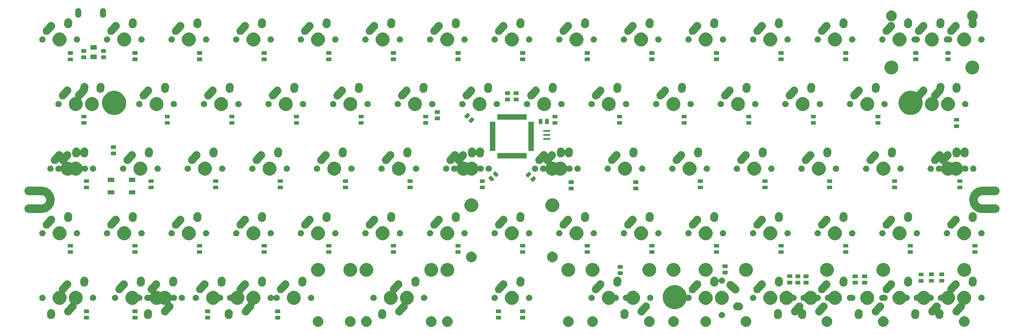
<source format=gbs>
G04 #@! TF.GenerationSoftware,KiCad,Pcbnew,(5.1.2-1)-1*
G04 #@! TF.CreationDate,2020-04-19T17:31:10+02:00*
G04 #@! TF.ProjectId,kicad_pcb,6b696361-645f-4706-9362-2e6b69636164,rev?*
G04 #@! TF.SameCoordinates,Original*
G04 #@! TF.FileFunction,Soldermask,Bot*
G04 #@! TF.FilePolarity,Negative*
%FSLAX46Y46*%
G04 Gerber Fmt 4.6, Leading zero omitted, Abs format (unit mm)*
G04 Created by KiCad (PCBNEW (5.1.2-1)-1) date 2020-04-19 17:31:10*
%MOMM*%
%LPD*%
G04 APERTURE LIST*
%ADD10C,2.501900*%
%ADD11C,0.100000*%
G04 APERTURE END LIST*
D10*
X345087500Y-93861550D02*
X348887500Y-93861550D01*
X342436550Y-96512500D02*
G75*
G02X345087500Y-93861550I2650950J0D01*
G01*
X345087500Y-99163450D02*
G75*
G02X342436550Y-96512500I0J2650950D01*
G01*
X345087500Y-99163450D02*
X348937500Y-99163450D01*
X63887500Y-93861550D02*
X67687500Y-93861550D01*
X70338450Y-96512500D02*
G75*
G03X67687500Y-93861550I-2650950J0D01*
G01*
X67687500Y-99163450D02*
G75*
G03X70338450Y-96512500I0J2650950D01*
G01*
X63887500Y-99163450D02*
X67687500Y-99163450D01*
D11*
G36*
X340009526Y-130841924D02*
G01*
X340216161Y-130883026D01*
X340317398Y-130924960D01*
X340502791Y-131001752D01*
X340536999Y-131024609D01*
X340760754Y-131174117D01*
X340980133Y-131393496D01*
X341063242Y-131517878D01*
X341152498Y-131651459D01*
X341271224Y-131938090D01*
X341331750Y-132242375D01*
X341331750Y-132552625D01*
X341271224Y-132856910D01*
X341152498Y-133143541D01*
X341152497Y-133143542D01*
X340980133Y-133401504D01*
X340760754Y-133620883D01*
X340588389Y-133736053D01*
X340502791Y-133793248D01*
X340334887Y-133862796D01*
X340216161Y-133911974D01*
X339911875Y-133972500D01*
X339601625Y-133972500D01*
X339297339Y-133911974D01*
X339178613Y-133862796D01*
X339010709Y-133793248D01*
X338925111Y-133736053D01*
X338752746Y-133620883D01*
X338533367Y-133401504D01*
X338361003Y-133143542D01*
X338361002Y-133143541D01*
X338242276Y-132856910D01*
X338181750Y-132552625D01*
X338181750Y-132242375D01*
X338242276Y-131938090D01*
X338361002Y-131651459D01*
X338450258Y-131517878D01*
X338533367Y-131393496D01*
X338752746Y-131174117D01*
X338976501Y-131024609D01*
X339010709Y-131001752D01*
X339196102Y-130924960D01*
X339297339Y-130883026D01*
X339503974Y-130841924D01*
X339601625Y-130822500D01*
X339911875Y-130822500D01*
X340009526Y-130841924D01*
X340009526Y-130841924D01*
G37*
G36*
X316133526Y-130841924D02*
G01*
X316340161Y-130883026D01*
X316441398Y-130924960D01*
X316626791Y-131001752D01*
X316660999Y-131024609D01*
X316884754Y-131174117D01*
X317104133Y-131393496D01*
X317187242Y-131517878D01*
X317276498Y-131651459D01*
X317395224Y-131938090D01*
X317455750Y-132242375D01*
X317455750Y-132552625D01*
X317395224Y-132856910D01*
X317276498Y-133143541D01*
X317276497Y-133143542D01*
X317104133Y-133401504D01*
X316884754Y-133620883D01*
X316712389Y-133736053D01*
X316626791Y-133793248D01*
X316458887Y-133862796D01*
X316340161Y-133911974D01*
X316035875Y-133972500D01*
X315725625Y-133972500D01*
X315421339Y-133911974D01*
X315302613Y-133862796D01*
X315134709Y-133793248D01*
X315049111Y-133736053D01*
X314876746Y-133620883D01*
X314657367Y-133401504D01*
X314485003Y-133143542D01*
X314485002Y-133143541D01*
X314366276Y-132856910D01*
X314305750Y-132552625D01*
X314305750Y-132242375D01*
X314366276Y-131938090D01*
X314485002Y-131651459D01*
X314574258Y-131517878D01*
X314657367Y-131393496D01*
X314876746Y-131174117D01*
X315100501Y-131024609D01*
X315134709Y-131001752D01*
X315320102Y-130924960D01*
X315421339Y-130883026D01*
X315627974Y-130841924D01*
X315725625Y-130822500D01*
X316035875Y-130822500D01*
X316133526Y-130841924D01*
X316133526Y-130841924D01*
G37*
G36*
X299528276Y-130841924D02*
G01*
X299734911Y-130883026D01*
X299836148Y-130924960D01*
X300021541Y-131001752D01*
X300055749Y-131024609D01*
X300279504Y-131174117D01*
X300498883Y-131393496D01*
X300581992Y-131517878D01*
X300671248Y-131651459D01*
X300789974Y-131938090D01*
X300850500Y-132242375D01*
X300850500Y-132552625D01*
X300789974Y-132856910D01*
X300671248Y-133143541D01*
X300671247Y-133143542D01*
X300498883Y-133401504D01*
X300279504Y-133620883D01*
X300107139Y-133736053D01*
X300021541Y-133793248D01*
X299853637Y-133862796D01*
X299734911Y-133911974D01*
X299430625Y-133972500D01*
X299120375Y-133972500D01*
X298816089Y-133911974D01*
X298697363Y-133862796D01*
X298529459Y-133793248D01*
X298443861Y-133736053D01*
X298271496Y-133620883D01*
X298052117Y-133401504D01*
X297879753Y-133143542D01*
X297879752Y-133143541D01*
X297761026Y-132856910D01*
X297700500Y-132552625D01*
X297700500Y-132242375D01*
X297761026Y-131938090D01*
X297879752Y-131651459D01*
X297969008Y-131517878D01*
X298052117Y-131393496D01*
X298271496Y-131174117D01*
X298495251Y-131024609D01*
X298529459Y-131001752D01*
X298714852Y-130924960D01*
X298816089Y-130883026D01*
X299022724Y-130841924D01*
X299120375Y-130822500D01*
X299430625Y-130822500D01*
X299528276Y-130841924D01*
X299528276Y-130841924D01*
G37*
G36*
X275652276Y-130841924D02*
G01*
X275858911Y-130883026D01*
X275960148Y-130924960D01*
X276145541Y-131001752D01*
X276179749Y-131024609D01*
X276403504Y-131174117D01*
X276622883Y-131393496D01*
X276705992Y-131517878D01*
X276795248Y-131651459D01*
X276913974Y-131938090D01*
X276974500Y-132242375D01*
X276974500Y-132552625D01*
X276913974Y-132856910D01*
X276795248Y-133143541D01*
X276795247Y-133143542D01*
X276622883Y-133401504D01*
X276403504Y-133620883D01*
X276231139Y-133736053D01*
X276145541Y-133793248D01*
X275977637Y-133862796D01*
X275858911Y-133911974D01*
X275554625Y-133972500D01*
X275244375Y-133972500D01*
X274940089Y-133911974D01*
X274821363Y-133862796D01*
X274653459Y-133793248D01*
X274567861Y-133736053D01*
X274395496Y-133620883D01*
X274176117Y-133401504D01*
X274003753Y-133143542D01*
X274003752Y-133143541D01*
X273885026Y-132856910D01*
X273824500Y-132552625D01*
X273824500Y-132242375D01*
X273885026Y-131938090D01*
X274003752Y-131651459D01*
X274093008Y-131517878D01*
X274176117Y-131393496D01*
X274395496Y-131174117D01*
X274619251Y-131024609D01*
X274653459Y-131001752D01*
X274838852Y-130924960D01*
X274940089Y-130883026D01*
X275146724Y-130841924D01*
X275244375Y-130822500D01*
X275554625Y-130822500D01*
X275652276Y-130841924D01*
X275652276Y-130841924D01*
G37*
G36*
X263777776Y-130841924D02*
G01*
X263984411Y-130883026D01*
X264085648Y-130924960D01*
X264271041Y-131001752D01*
X264305249Y-131024609D01*
X264529004Y-131174117D01*
X264748383Y-131393496D01*
X264831492Y-131517878D01*
X264920748Y-131651459D01*
X265039474Y-131938090D01*
X265100000Y-132242375D01*
X265100000Y-132552625D01*
X265039474Y-132856910D01*
X264920748Y-133143541D01*
X264920747Y-133143542D01*
X264748383Y-133401504D01*
X264529004Y-133620883D01*
X264356639Y-133736053D01*
X264271041Y-133793248D01*
X264103137Y-133862796D01*
X263984411Y-133911974D01*
X263680125Y-133972500D01*
X263369875Y-133972500D01*
X263065589Y-133911974D01*
X262946863Y-133862796D01*
X262778959Y-133793248D01*
X262693361Y-133736053D01*
X262520996Y-133620883D01*
X262301617Y-133401504D01*
X262129253Y-133143542D01*
X262129252Y-133143541D01*
X262010526Y-132856910D01*
X261950000Y-132552625D01*
X261950000Y-132242375D01*
X262010526Y-131938090D01*
X262129252Y-131651459D01*
X262218508Y-131517878D01*
X262301617Y-131393496D01*
X262520996Y-131174117D01*
X262744751Y-131024609D01*
X262778959Y-131001752D01*
X262964352Y-130924960D01*
X263065589Y-130883026D01*
X263272224Y-130841924D01*
X263369875Y-130822500D01*
X263680125Y-130822500D01*
X263777776Y-130841924D01*
X263777776Y-130841924D01*
G37*
G36*
X254284526Y-130841924D02*
G01*
X254491161Y-130883026D01*
X254592398Y-130924960D01*
X254777791Y-131001752D01*
X254811999Y-131024609D01*
X255035754Y-131174117D01*
X255255133Y-131393496D01*
X255338242Y-131517878D01*
X255427498Y-131651459D01*
X255546224Y-131938090D01*
X255606750Y-132242375D01*
X255606750Y-132552625D01*
X255546224Y-132856910D01*
X255427498Y-133143541D01*
X255427497Y-133143542D01*
X255255133Y-133401504D01*
X255035754Y-133620883D01*
X254863389Y-133736053D01*
X254777791Y-133793248D01*
X254609887Y-133862796D01*
X254491161Y-133911974D01*
X254186875Y-133972500D01*
X253876625Y-133972500D01*
X253572339Y-133911974D01*
X253453613Y-133862796D01*
X253285709Y-133793248D01*
X253200111Y-133736053D01*
X253027746Y-133620883D01*
X252808367Y-133401504D01*
X252636003Y-133143542D01*
X252636002Y-133143541D01*
X252517276Y-132856910D01*
X252456750Y-132552625D01*
X252456750Y-132242375D01*
X252517276Y-131938090D01*
X252636002Y-131651459D01*
X252725258Y-131517878D01*
X252808367Y-131393496D01*
X253027746Y-131174117D01*
X253251501Y-131024609D01*
X253285709Y-131001752D01*
X253471102Y-130924960D01*
X253572339Y-130883026D01*
X253778974Y-130841924D01*
X253876625Y-130822500D01*
X254186875Y-130822500D01*
X254284526Y-130841924D01*
X254284526Y-130841924D01*
G37*
G36*
X247140776Y-130841924D02*
G01*
X247347411Y-130883026D01*
X247448648Y-130924960D01*
X247634041Y-131001752D01*
X247668249Y-131024609D01*
X247892004Y-131174117D01*
X248111383Y-131393496D01*
X248194492Y-131517878D01*
X248283748Y-131651459D01*
X248402474Y-131938090D01*
X248463000Y-132242375D01*
X248463000Y-132552625D01*
X248402474Y-132856910D01*
X248283748Y-133143541D01*
X248283747Y-133143542D01*
X248111383Y-133401504D01*
X247892004Y-133620883D01*
X247719639Y-133736053D01*
X247634041Y-133793248D01*
X247466137Y-133862796D01*
X247347411Y-133911974D01*
X247043125Y-133972500D01*
X246732875Y-133972500D01*
X246428589Y-133911974D01*
X246309863Y-133862796D01*
X246141959Y-133793248D01*
X246056361Y-133736053D01*
X245883996Y-133620883D01*
X245664617Y-133401504D01*
X245492253Y-133143542D01*
X245492252Y-133143541D01*
X245373526Y-132856910D01*
X245313000Y-132552625D01*
X245313000Y-132242375D01*
X245373526Y-131938090D01*
X245492252Y-131651459D01*
X245581508Y-131517878D01*
X245664617Y-131393496D01*
X245883996Y-131174117D01*
X246107751Y-131024609D01*
X246141959Y-131001752D01*
X246327352Y-130924960D01*
X246428589Y-130883026D01*
X246635224Y-130841924D01*
X246732875Y-130822500D01*
X247043125Y-130822500D01*
X247140776Y-130841924D01*
X247140776Y-130841924D01*
G37*
G36*
X230408526Y-130841924D02*
G01*
X230615161Y-130883026D01*
X230716398Y-130924960D01*
X230901791Y-131001752D01*
X230935999Y-131024609D01*
X231159754Y-131174117D01*
X231379133Y-131393496D01*
X231462242Y-131517878D01*
X231551498Y-131651459D01*
X231670224Y-131938090D01*
X231730750Y-132242375D01*
X231730750Y-132552625D01*
X231670224Y-132856910D01*
X231551498Y-133143541D01*
X231551497Y-133143542D01*
X231379133Y-133401504D01*
X231159754Y-133620883D01*
X230987389Y-133736053D01*
X230901791Y-133793248D01*
X230733887Y-133862796D01*
X230615161Y-133911974D01*
X230310875Y-133972500D01*
X230000625Y-133972500D01*
X229696339Y-133911974D01*
X229577613Y-133862796D01*
X229409709Y-133793248D01*
X229324111Y-133736053D01*
X229151746Y-133620883D01*
X228932367Y-133401504D01*
X228760003Y-133143542D01*
X228760002Y-133143541D01*
X228641276Y-132856910D01*
X228580750Y-132552625D01*
X228580750Y-132242375D01*
X228641276Y-131938090D01*
X228760002Y-131651459D01*
X228849258Y-131517878D01*
X228932367Y-131393496D01*
X229151746Y-131174117D01*
X229375501Y-131024609D01*
X229409709Y-131001752D01*
X229595102Y-130924960D01*
X229696339Y-130883026D01*
X229902974Y-130841924D01*
X230000625Y-130822500D01*
X230310875Y-130822500D01*
X230408526Y-130841924D01*
X230408526Y-130841924D01*
G37*
G36*
X223264776Y-130841924D02*
G01*
X223471411Y-130883026D01*
X223572648Y-130924960D01*
X223758041Y-131001752D01*
X223792249Y-131024609D01*
X224016004Y-131174117D01*
X224235383Y-131393496D01*
X224318492Y-131517878D01*
X224407748Y-131651459D01*
X224526474Y-131938090D01*
X224587000Y-132242375D01*
X224587000Y-132552625D01*
X224526474Y-132856910D01*
X224407748Y-133143541D01*
X224407747Y-133143542D01*
X224235383Y-133401504D01*
X224016004Y-133620883D01*
X223843639Y-133736053D01*
X223758041Y-133793248D01*
X223590137Y-133862796D01*
X223471411Y-133911974D01*
X223167125Y-133972500D01*
X222856875Y-133972500D01*
X222552589Y-133911974D01*
X222433863Y-133862796D01*
X222265959Y-133793248D01*
X222180361Y-133736053D01*
X222007996Y-133620883D01*
X221788617Y-133401504D01*
X221616253Y-133143542D01*
X221616252Y-133143541D01*
X221497526Y-132856910D01*
X221437000Y-132552625D01*
X221437000Y-132242375D01*
X221497526Y-131938090D01*
X221616252Y-131651459D01*
X221705508Y-131517878D01*
X221788617Y-131393496D01*
X222007996Y-131174117D01*
X222231751Y-131024609D01*
X222265959Y-131001752D01*
X222451352Y-130924960D01*
X222552589Y-130883026D01*
X222759224Y-130841924D01*
X222856875Y-130822500D01*
X223167125Y-130822500D01*
X223264776Y-130841924D01*
X223264776Y-130841924D01*
G37*
G36*
X187609526Y-130841924D02*
G01*
X187816161Y-130883026D01*
X187917398Y-130924960D01*
X188102791Y-131001752D01*
X188136999Y-131024609D01*
X188360754Y-131174117D01*
X188580133Y-131393496D01*
X188663242Y-131517878D01*
X188752498Y-131651459D01*
X188871224Y-131938090D01*
X188931750Y-132242375D01*
X188931750Y-132552625D01*
X188871224Y-132856910D01*
X188752498Y-133143541D01*
X188752497Y-133143542D01*
X188580133Y-133401504D01*
X188360754Y-133620883D01*
X188188389Y-133736053D01*
X188102791Y-133793248D01*
X187934887Y-133862796D01*
X187816161Y-133911974D01*
X187511875Y-133972500D01*
X187201625Y-133972500D01*
X186897339Y-133911974D01*
X186778613Y-133862796D01*
X186610709Y-133793248D01*
X186525111Y-133736053D01*
X186352746Y-133620883D01*
X186133367Y-133401504D01*
X185961003Y-133143542D01*
X185961002Y-133143541D01*
X185842276Y-132856910D01*
X185781750Y-132552625D01*
X185781750Y-132242375D01*
X185842276Y-131938090D01*
X185961002Y-131651459D01*
X186050258Y-131517878D01*
X186133367Y-131393496D01*
X186352746Y-131174117D01*
X186576501Y-131024609D01*
X186610709Y-131001752D01*
X186796102Y-130924960D01*
X186897339Y-130883026D01*
X187103974Y-130841924D01*
X187201625Y-130822500D01*
X187511875Y-130822500D01*
X187609526Y-130841924D01*
X187609526Y-130841924D01*
G37*
G36*
X182847026Y-130841924D02*
G01*
X183053661Y-130883026D01*
X183154898Y-130924960D01*
X183340291Y-131001752D01*
X183374499Y-131024609D01*
X183598254Y-131174117D01*
X183817633Y-131393496D01*
X183900742Y-131517878D01*
X183989998Y-131651459D01*
X184108724Y-131938090D01*
X184169250Y-132242375D01*
X184169250Y-132552625D01*
X184108724Y-132856910D01*
X183989998Y-133143541D01*
X183989997Y-133143542D01*
X183817633Y-133401504D01*
X183598254Y-133620883D01*
X183425889Y-133736053D01*
X183340291Y-133793248D01*
X183172387Y-133862796D01*
X183053661Y-133911974D01*
X182749375Y-133972500D01*
X182439125Y-133972500D01*
X182134839Y-133911974D01*
X182016113Y-133862796D01*
X181848209Y-133793248D01*
X181762611Y-133736053D01*
X181590246Y-133620883D01*
X181370867Y-133401504D01*
X181198503Y-133143542D01*
X181198502Y-133143541D01*
X181079776Y-132856910D01*
X181019250Y-132552625D01*
X181019250Y-132242375D01*
X181079776Y-131938090D01*
X181198502Y-131651459D01*
X181287758Y-131517878D01*
X181370867Y-131393496D01*
X181590246Y-131174117D01*
X181814001Y-131024609D01*
X181848209Y-131001752D01*
X182033602Y-130924960D01*
X182134839Y-130883026D01*
X182341474Y-130841924D01*
X182439125Y-130822500D01*
X182749375Y-130822500D01*
X182847026Y-130841924D01*
X182847026Y-130841924D01*
G37*
G36*
X163733526Y-130841924D02*
G01*
X163940161Y-130883026D01*
X164041398Y-130924960D01*
X164226791Y-131001752D01*
X164260999Y-131024609D01*
X164484754Y-131174117D01*
X164704133Y-131393496D01*
X164787242Y-131517878D01*
X164876498Y-131651459D01*
X164995224Y-131938090D01*
X165055750Y-132242375D01*
X165055750Y-132552625D01*
X164995224Y-132856910D01*
X164876498Y-133143541D01*
X164876497Y-133143542D01*
X164704133Y-133401504D01*
X164484754Y-133620883D01*
X164312389Y-133736053D01*
X164226791Y-133793248D01*
X164058887Y-133862796D01*
X163940161Y-133911974D01*
X163635875Y-133972500D01*
X163325625Y-133972500D01*
X163021339Y-133911974D01*
X162902613Y-133862796D01*
X162734709Y-133793248D01*
X162649111Y-133736053D01*
X162476746Y-133620883D01*
X162257367Y-133401504D01*
X162085003Y-133143542D01*
X162085002Y-133143541D01*
X161966276Y-132856910D01*
X161905750Y-132552625D01*
X161905750Y-132242375D01*
X161966276Y-131938090D01*
X162085002Y-131651459D01*
X162174258Y-131517878D01*
X162257367Y-131393496D01*
X162476746Y-131174117D01*
X162700501Y-131024609D01*
X162734709Y-131001752D01*
X162920102Y-130924960D01*
X163021339Y-130883026D01*
X163227974Y-130841924D01*
X163325625Y-130822500D01*
X163635875Y-130822500D01*
X163733526Y-130841924D01*
X163733526Y-130841924D01*
G37*
G36*
X158971026Y-130841924D02*
G01*
X159177661Y-130883026D01*
X159278898Y-130924960D01*
X159464291Y-131001752D01*
X159498499Y-131024609D01*
X159722254Y-131174117D01*
X159941633Y-131393496D01*
X160024742Y-131517878D01*
X160113998Y-131651459D01*
X160232724Y-131938090D01*
X160293250Y-132242375D01*
X160293250Y-132552625D01*
X160232724Y-132856910D01*
X160113998Y-133143541D01*
X160113997Y-133143542D01*
X159941633Y-133401504D01*
X159722254Y-133620883D01*
X159549889Y-133736053D01*
X159464291Y-133793248D01*
X159296387Y-133862796D01*
X159177661Y-133911974D01*
X158873375Y-133972500D01*
X158563125Y-133972500D01*
X158258839Y-133911974D01*
X158140113Y-133862796D01*
X157972209Y-133793248D01*
X157886611Y-133736053D01*
X157714246Y-133620883D01*
X157494867Y-133401504D01*
X157322503Y-133143542D01*
X157322502Y-133143541D01*
X157203776Y-132856910D01*
X157143250Y-132552625D01*
X157143250Y-132242375D01*
X157203776Y-131938090D01*
X157322502Y-131651459D01*
X157411758Y-131517878D01*
X157494867Y-131393496D01*
X157714246Y-131174117D01*
X157938001Y-131024609D01*
X157972209Y-131001752D01*
X158157602Y-130924960D01*
X158258839Y-130883026D01*
X158465474Y-130841924D01*
X158563125Y-130822500D01*
X158873375Y-130822500D01*
X158971026Y-130841924D01*
X158971026Y-130841924D01*
G37*
G36*
X149477776Y-130841924D02*
G01*
X149684411Y-130883026D01*
X149785648Y-130924960D01*
X149971041Y-131001752D01*
X150005249Y-131024609D01*
X150229004Y-131174117D01*
X150448383Y-131393496D01*
X150531492Y-131517878D01*
X150620748Y-131651459D01*
X150739474Y-131938090D01*
X150800000Y-132242375D01*
X150800000Y-132552625D01*
X150739474Y-132856910D01*
X150620748Y-133143541D01*
X150620747Y-133143542D01*
X150448383Y-133401504D01*
X150229004Y-133620883D01*
X150056639Y-133736053D01*
X149971041Y-133793248D01*
X149803137Y-133862796D01*
X149684411Y-133911974D01*
X149380125Y-133972500D01*
X149069875Y-133972500D01*
X148765589Y-133911974D01*
X148646863Y-133862796D01*
X148478959Y-133793248D01*
X148393361Y-133736053D01*
X148220996Y-133620883D01*
X148001617Y-133401504D01*
X147829253Y-133143542D01*
X147829252Y-133143541D01*
X147710526Y-132856910D01*
X147650000Y-132552625D01*
X147650000Y-132242375D01*
X147710526Y-131938090D01*
X147829252Y-131651459D01*
X147918508Y-131517878D01*
X148001617Y-131393496D01*
X148220996Y-131174117D01*
X148444751Y-131024609D01*
X148478959Y-131001752D01*
X148664352Y-130924960D01*
X148765589Y-130883026D01*
X148972224Y-130841924D01*
X149069875Y-130822500D01*
X149380125Y-130822500D01*
X149477776Y-130841924D01*
X149477776Y-130841924D01*
G37*
G36*
X210134468Y-130722315D02*
G01*
X210173138Y-130734046D01*
X210208777Y-130753096D01*
X210240017Y-130778733D01*
X210265654Y-130809973D01*
X210284704Y-130845612D01*
X210296435Y-130884282D01*
X210301000Y-130930638D01*
X210301000Y-131581862D01*
X210296435Y-131628218D01*
X210284704Y-131666888D01*
X210265654Y-131702527D01*
X210240017Y-131733767D01*
X210208777Y-131759404D01*
X210173138Y-131778454D01*
X210134468Y-131790185D01*
X210088112Y-131794750D01*
X209011888Y-131794750D01*
X208965532Y-131790185D01*
X208926862Y-131778454D01*
X208891223Y-131759404D01*
X208859983Y-131733767D01*
X208834346Y-131702527D01*
X208815296Y-131666888D01*
X208803565Y-131628218D01*
X208799000Y-131581862D01*
X208799000Y-130930638D01*
X208803565Y-130884282D01*
X208815296Y-130845612D01*
X208834346Y-130809973D01*
X208859983Y-130778733D01*
X208891223Y-130753096D01*
X208926862Y-130734046D01*
X208965532Y-130722315D01*
X209011888Y-130717750D01*
X210088112Y-130717750D01*
X210134468Y-130722315D01*
X210134468Y-130722315D01*
G37*
G36*
X202990718Y-130722315D02*
G01*
X203029388Y-130734046D01*
X203065027Y-130753096D01*
X203096267Y-130778733D01*
X203121904Y-130809973D01*
X203140954Y-130845612D01*
X203152685Y-130884282D01*
X203157250Y-130930638D01*
X203157250Y-131581862D01*
X203152685Y-131628218D01*
X203140954Y-131666888D01*
X203121904Y-131702527D01*
X203096267Y-131733767D01*
X203065027Y-131759404D01*
X203029388Y-131778454D01*
X202990718Y-131790185D01*
X202944362Y-131794750D01*
X201868138Y-131794750D01*
X201821782Y-131790185D01*
X201783112Y-131778454D01*
X201747473Y-131759404D01*
X201716233Y-131733767D01*
X201690596Y-131702527D01*
X201671546Y-131666888D01*
X201659815Y-131628218D01*
X201655250Y-131581862D01*
X201655250Y-130930638D01*
X201659815Y-130884282D01*
X201671546Y-130845612D01*
X201690596Y-130809973D01*
X201716233Y-130778733D01*
X201747473Y-130753096D01*
X201783112Y-130734046D01*
X201821782Y-130722315D01*
X201868138Y-130717750D01*
X202944362Y-130717750D01*
X202990718Y-130722315D01*
X202990718Y-130722315D01*
G37*
G36*
X137903218Y-130722315D02*
G01*
X137941888Y-130734046D01*
X137977527Y-130753096D01*
X138008767Y-130778733D01*
X138034404Y-130809973D01*
X138053454Y-130845612D01*
X138065185Y-130884282D01*
X138069750Y-130930638D01*
X138069750Y-131581862D01*
X138065185Y-131628218D01*
X138053454Y-131666888D01*
X138034404Y-131702527D01*
X138008767Y-131733767D01*
X137977527Y-131759404D01*
X137941888Y-131778454D01*
X137903218Y-131790185D01*
X137856862Y-131794750D01*
X136780638Y-131794750D01*
X136734282Y-131790185D01*
X136695612Y-131778454D01*
X136659973Y-131759404D01*
X136628733Y-131733767D01*
X136603096Y-131702527D01*
X136584046Y-131666888D01*
X136572315Y-131628218D01*
X136567750Y-131581862D01*
X136567750Y-130930638D01*
X136572315Y-130884282D01*
X136584046Y-130845612D01*
X136603096Y-130809973D01*
X136628733Y-130778733D01*
X136659973Y-130753096D01*
X136695612Y-130734046D01*
X136734282Y-130722315D01*
X136780638Y-130717750D01*
X137856862Y-130717750D01*
X137903218Y-130722315D01*
X137903218Y-130722315D01*
G37*
G36*
X117265718Y-130722315D02*
G01*
X117304388Y-130734046D01*
X117340027Y-130753096D01*
X117371267Y-130778733D01*
X117396904Y-130809973D01*
X117415954Y-130845612D01*
X117427685Y-130884282D01*
X117432250Y-130930638D01*
X117432250Y-131581862D01*
X117427685Y-131628218D01*
X117415954Y-131666888D01*
X117396904Y-131702527D01*
X117371267Y-131733767D01*
X117340027Y-131759404D01*
X117304388Y-131778454D01*
X117265718Y-131790185D01*
X117219362Y-131794750D01*
X116143138Y-131794750D01*
X116096782Y-131790185D01*
X116058112Y-131778454D01*
X116022473Y-131759404D01*
X115991233Y-131733767D01*
X115965596Y-131702527D01*
X115946546Y-131666888D01*
X115934815Y-131628218D01*
X115930250Y-131581862D01*
X115930250Y-130930638D01*
X115934815Y-130884282D01*
X115946546Y-130845612D01*
X115965596Y-130809973D01*
X115991233Y-130778733D01*
X116022473Y-130753096D01*
X116058112Y-130734046D01*
X116096782Y-130722315D01*
X116143138Y-130717750D01*
X117219362Y-130717750D01*
X117265718Y-130722315D01*
X117265718Y-130722315D01*
G37*
G36*
X95834468Y-130722315D02*
G01*
X95873138Y-130734046D01*
X95908777Y-130753096D01*
X95940017Y-130778733D01*
X95965654Y-130809973D01*
X95984704Y-130845612D01*
X95996435Y-130884282D01*
X96001000Y-130930638D01*
X96001000Y-131581862D01*
X95996435Y-131628218D01*
X95984704Y-131666888D01*
X95965654Y-131702527D01*
X95940017Y-131733767D01*
X95908777Y-131759404D01*
X95873138Y-131778454D01*
X95834468Y-131790185D01*
X95788112Y-131794750D01*
X94711888Y-131794750D01*
X94665532Y-131790185D01*
X94626862Y-131778454D01*
X94591223Y-131759404D01*
X94559983Y-131733767D01*
X94534346Y-131702527D01*
X94515296Y-131666888D01*
X94503565Y-131628218D01*
X94499000Y-131581862D01*
X94499000Y-130930638D01*
X94503565Y-130884282D01*
X94515296Y-130845612D01*
X94534346Y-130809973D01*
X94559983Y-130778733D01*
X94591223Y-130753096D01*
X94626862Y-130734046D01*
X94665532Y-130722315D01*
X94711888Y-130717750D01*
X95788112Y-130717750D01*
X95834468Y-130722315D01*
X95834468Y-130722315D01*
G37*
G36*
X81546968Y-130722315D02*
G01*
X81585638Y-130734046D01*
X81621277Y-130753096D01*
X81652517Y-130778733D01*
X81678154Y-130809973D01*
X81697204Y-130845612D01*
X81708935Y-130884282D01*
X81713500Y-130930638D01*
X81713500Y-131581862D01*
X81708935Y-131628218D01*
X81697204Y-131666888D01*
X81678154Y-131702527D01*
X81652517Y-131733767D01*
X81621277Y-131759404D01*
X81585638Y-131778454D01*
X81546968Y-131790185D01*
X81500612Y-131794750D01*
X80424388Y-131794750D01*
X80378032Y-131790185D01*
X80339362Y-131778454D01*
X80303723Y-131759404D01*
X80272483Y-131733767D01*
X80246846Y-131702527D01*
X80227796Y-131666888D01*
X80216065Y-131628218D01*
X80211500Y-131581862D01*
X80211500Y-130930638D01*
X80216065Y-130884282D01*
X80227796Y-130845612D01*
X80246846Y-130809973D01*
X80272483Y-130778733D01*
X80303723Y-130753096D01*
X80339362Y-130734046D01*
X80378032Y-130722315D01*
X80424388Y-130717750D01*
X81500612Y-130717750D01*
X81546968Y-130722315D01*
X81546968Y-130722315D01*
G37*
G36*
X308959730Y-128772124D02*
G01*
X309176255Y-128854461D01*
X309372557Y-128977459D01*
X309541090Y-129136389D01*
X309675380Y-129325145D01*
X309770265Y-129536473D01*
X309822098Y-129762251D01*
X309827188Y-129935777D01*
X309786407Y-130527091D01*
X309786296Y-130528704D01*
X309786000Y-130537304D01*
X309786000Y-130608327D01*
X309767118Y-130703253D01*
X309766456Y-130706857D01*
X309750376Y-130802230D01*
X309747915Y-130808703D01*
X309742159Y-130828728D01*
X309740807Y-130835527D01*
X309720612Y-130884282D01*
X309703763Y-130924960D01*
X309702411Y-130928364D01*
X309668038Y-131018755D01*
X309664364Y-131024619D01*
X309654813Y-131043135D01*
X309652158Y-131049545D01*
X309598343Y-131130085D01*
X309596423Y-131133051D01*
X309545041Y-131215057D01*
X309540289Y-131220096D01*
X309527311Y-131236393D01*
X309523463Y-131242152D01*
X309454997Y-131310618D01*
X309452476Y-131313215D01*
X309386111Y-131383590D01*
X309380478Y-131387598D01*
X309364556Y-131401059D01*
X309359656Y-131405959D01*
X309279152Y-131459750D01*
X309276202Y-131461784D01*
X309197355Y-131517880D01*
X309191033Y-131520719D01*
X309172810Y-131530806D01*
X309167045Y-131534658D01*
X309077535Y-131571734D01*
X309074372Y-131573099D01*
X308986027Y-131612765D01*
X308979275Y-131614315D01*
X308959438Y-131620652D01*
X308953027Y-131623307D01*
X308858050Y-131642199D01*
X308854599Y-131642938D01*
X308760249Y-131664598D01*
X308753341Y-131664801D01*
X308732630Y-131667147D01*
X308725826Y-131668500D01*
X308629027Y-131668500D01*
X308625363Y-131668554D01*
X308528698Y-131671389D01*
X308528697Y-131671389D01*
X308521882Y-131670240D01*
X308501100Y-131668500D01*
X308494173Y-131668500D01*
X308399246Y-131649618D01*
X308395642Y-131648956D01*
X308368781Y-131644427D01*
X308300270Y-131632876D01*
X308293797Y-131630415D01*
X308273772Y-131624659D01*
X308266973Y-131623307D01*
X308207522Y-131598681D01*
X308177540Y-131586263D01*
X308174136Y-131584911D01*
X308143224Y-131573156D01*
X308083745Y-131550538D01*
X308077881Y-131546864D01*
X308059365Y-131537313D01*
X308052955Y-131534658D01*
X307972415Y-131480843D01*
X307969449Y-131478923D01*
X307887443Y-131427541D01*
X307882404Y-131422789D01*
X307866107Y-131409811D01*
X307860348Y-131405963D01*
X307791882Y-131337497D01*
X307789285Y-131334976D01*
X307718910Y-131268611D01*
X307714902Y-131262978D01*
X307701441Y-131247056D01*
X307696541Y-131242156D01*
X307642750Y-131161652D01*
X307640716Y-131158702D01*
X307584620Y-131079855D01*
X307581781Y-131073533D01*
X307571693Y-131055308D01*
X307567842Y-131049545D01*
X307530766Y-130960035D01*
X307529401Y-130956872D01*
X307489735Y-130868527D01*
X307488185Y-130861775D01*
X307481848Y-130841938D01*
X307479193Y-130835527D01*
X307460301Y-130740550D01*
X307459562Y-130737099D01*
X307437902Y-130642749D01*
X307437699Y-130635840D01*
X307435353Y-130615130D01*
X307434000Y-130608326D01*
X307434000Y-130511515D01*
X307433947Y-130507915D01*
X307432812Y-130469223D01*
X307433705Y-130456274D01*
X307434000Y-130447704D01*
X307434000Y-130376673D01*
X307440396Y-130344519D01*
X307442500Y-130328748D01*
X307480762Y-129773955D01*
X307509624Y-129602770D01*
X307591962Y-129386245D01*
X307714959Y-129189943D01*
X307825462Y-129072763D01*
X307873888Y-129021410D01*
X307968267Y-128954265D01*
X308062645Y-128887120D01*
X308273973Y-128792235D01*
X308499751Y-128740401D01*
X308731302Y-128733610D01*
X308959730Y-128772124D01*
X308959730Y-128772124D01*
G37*
G36*
X168465980Y-128772124D02*
G01*
X168682505Y-128854461D01*
X168878807Y-128977459D01*
X169047340Y-129136389D01*
X169181630Y-129325145D01*
X169276515Y-129536473D01*
X169328348Y-129762251D01*
X169333438Y-129935777D01*
X169292657Y-130527091D01*
X169292546Y-130528704D01*
X169292250Y-130537304D01*
X169292250Y-130608327D01*
X169273368Y-130703253D01*
X169272706Y-130706857D01*
X169256626Y-130802230D01*
X169254165Y-130808703D01*
X169248409Y-130828728D01*
X169247057Y-130835527D01*
X169226862Y-130884282D01*
X169210013Y-130924960D01*
X169208661Y-130928364D01*
X169174288Y-131018755D01*
X169170614Y-131024619D01*
X169161063Y-131043135D01*
X169158408Y-131049545D01*
X169104593Y-131130085D01*
X169102673Y-131133051D01*
X169051291Y-131215057D01*
X169046539Y-131220096D01*
X169033561Y-131236393D01*
X169029713Y-131242152D01*
X168961247Y-131310618D01*
X168958726Y-131313215D01*
X168892361Y-131383590D01*
X168886728Y-131387598D01*
X168870806Y-131401059D01*
X168865906Y-131405959D01*
X168785402Y-131459750D01*
X168782452Y-131461784D01*
X168703605Y-131517880D01*
X168697283Y-131520719D01*
X168679060Y-131530806D01*
X168673295Y-131534658D01*
X168583785Y-131571734D01*
X168580622Y-131573099D01*
X168492277Y-131612765D01*
X168485525Y-131614315D01*
X168465688Y-131620652D01*
X168459277Y-131623307D01*
X168364300Y-131642199D01*
X168360849Y-131642938D01*
X168266499Y-131664598D01*
X168259591Y-131664801D01*
X168238880Y-131667147D01*
X168232076Y-131668500D01*
X168135277Y-131668500D01*
X168131613Y-131668554D01*
X168034948Y-131671389D01*
X168034947Y-131671389D01*
X168028132Y-131670240D01*
X168007350Y-131668500D01*
X168000423Y-131668500D01*
X167905496Y-131649618D01*
X167901892Y-131648956D01*
X167875031Y-131644427D01*
X167806520Y-131632876D01*
X167800047Y-131630415D01*
X167780022Y-131624659D01*
X167773223Y-131623307D01*
X167713772Y-131598681D01*
X167683790Y-131586263D01*
X167680386Y-131584911D01*
X167649474Y-131573156D01*
X167589995Y-131550538D01*
X167584131Y-131546864D01*
X167565615Y-131537313D01*
X167559205Y-131534658D01*
X167478665Y-131480843D01*
X167475699Y-131478923D01*
X167393693Y-131427541D01*
X167388654Y-131422789D01*
X167372357Y-131409811D01*
X167366598Y-131405963D01*
X167298132Y-131337497D01*
X167295535Y-131334976D01*
X167225160Y-131268611D01*
X167221152Y-131262978D01*
X167207691Y-131247056D01*
X167202791Y-131242156D01*
X167149000Y-131161652D01*
X167146966Y-131158702D01*
X167090870Y-131079855D01*
X167088031Y-131073533D01*
X167077943Y-131055308D01*
X167074092Y-131049545D01*
X167037016Y-130960035D01*
X167035651Y-130956872D01*
X166995985Y-130868527D01*
X166994435Y-130861775D01*
X166988098Y-130841938D01*
X166985443Y-130835527D01*
X166966551Y-130740550D01*
X166965812Y-130737099D01*
X166944152Y-130642749D01*
X166943949Y-130635840D01*
X166941603Y-130615130D01*
X166940250Y-130608326D01*
X166940250Y-130511515D01*
X166940197Y-130507915D01*
X166939062Y-130469223D01*
X166939955Y-130456274D01*
X166940250Y-130447704D01*
X166940250Y-130376673D01*
X166946646Y-130344519D01*
X166948750Y-130328748D01*
X166987012Y-129773955D01*
X167015874Y-129602770D01*
X167098212Y-129386245D01*
X167221209Y-129189943D01*
X167331712Y-129072763D01*
X167380138Y-129021410D01*
X167474517Y-128954265D01*
X167568895Y-128887120D01*
X167780223Y-128792235D01*
X168006001Y-128740401D01*
X168237552Y-128733610D01*
X168465980Y-128772124D01*
X168465980Y-128772124D01*
G37*
G36*
X325628480Y-128772124D02*
G01*
X325845005Y-128854461D01*
X326041307Y-128977459D01*
X326209840Y-129136389D01*
X326344130Y-129325145D01*
X326439015Y-129536473D01*
X326490848Y-129762251D01*
X326495938Y-129935777D01*
X326455157Y-130527091D01*
X326455046Y-130528704D01*
X326454750Y-130537304D01*
X326454750Y-130608327D01*
X326435868Y-130703253D01*
X326435206Y-130706857D01*
X326419126Y-130802230D01*
X326416665Y-130808703D01*
X326410909Y-130828728D01*
X326409557Y-130835527D01*
X326389362Y-130884282D01*
X326372513Y-130924960D01*
X326371161Y-130928364D01*
X326336788Y-131018755D01*
X326333114Y-131024619D01*
X326323563Y-131043135D01*
X326320908Y-131049545D01*
X326267093Y-131130085D01*
X326265173Y-131133051D01*
X326213791Y-131215057D01*
X326209039Y-131220096D01*
X326196061Y-131236393D01*
X326192213Y-131242152D01*
X326123747Y-131310618D01*
X326121226Y-131313215D01*
X326054861Y-131383590D01*
X326049228Y-131387598D01*
X326033306Y-131401059D01*
X326028406Y-131405959D01*
X325947902Y-131459750D01*
X325944952Y-131461784D01*
X325866105Y-131517880D01*
X325859783Y-131520719D01*
X325841560Y-131530806D01*
X325835795Y-131534658D01*
X325746285Y-131571734D01*
X325743122Y-131573099D01*
X325654777Y-131612765D01*
X325648025Y-131614315D01*
X325628188Y-131620652D01*
X325621777Y-131623307D01*
X325526800Y-131642199D01*
X325523349Y-131642938D01*
X325428999Y-131664598D01*
X325422091Y-131664801D01*
X325401380Y-131667147D01*
X325394576Y-131668500D01*
X325297777Y-131668500D01*
X325294113Y-131668554D01*
X325197448Y-131671389D01*
X325197447Y-131671389D01*
X325190632Y-131670240D01*
X325169850Y-131668500D01*
X325162923Y-131668500D01*
X325067996Y-131649618D01*
X325064392Y-131648956D01*
X325037531Y-131644427D01*
X324969020Y-131632876D01*
X324962547Y-131630415D01*
X324942522Y-131624659D01*
X324935723Y-131623307D01*
X324876272Y-131598681D01*
X324846290Y-131586263D01*
X324842886Y-131584911D01*
X324811974Y-131573156D01*
X324752495Y-131550538D01*
X324746631Y-131546864D01*
X324728115Y-131537313D01*
X324721705Y-131534658D01*
X324641165Y-131480843D01*
X324638199Y-131478923D01*
X324556193Y-131427541D01*
X324551154Y-131422789D01*
X324534857Y-131409811D01*
X324529098Y-131405963D01*
X324460632Y-131337497D01*
X324458035Y-131334976D01*
X324387660Y-131268611D01*
X324383652Y-131262978D01*
X324370191Y-131247056D01*
X324365291Y-131242156D01*
X324311500Y-131161652D01*
X324309466Y-131158702D01*
X324253370Y-131079855D01*
X324250531Y-131073533D01*
X324240443Y-131055308D01*
X324236592Y-131049545D01*
X324199516Y-130960035D01*
X324198151Y-130956872D01*
X324158485Y-130868527D01*
X324156935Y-130861775D01*
X324150598Y-130841938D01*
X324147943Y-130835527D01*
X324129051Y-130740550D01*
X324128312Y-130737099D01*
X324106652Y-130642749D01*
X324106449Y-130635840D01*
X324104103Y-130615130D01*
X324102750Y-130608326D01*
X324102750Y-130511515D01*
X324102697Y-130507915D01*
X324101562Y-130469223D01*
X324102455Y-130456274D01*
X324102750Y-130447704D01*
X324102750Y-130376673D01*
X324109146Y-130344519D01*
X324111250Y-130328748D01*
X324149512Y-129773955D01*
X324178374Y-129602770D01*
X324260712Y-129386245D01*
X324383709Y-129189943D01*
X324494212Y-129072763D01*
X324542638Y-129021410D01*
X324637017Y-128954265D01*
X324731395Y-128887120D01*
X324942723Y-128792235D01*
X325168501Y-128740401D01*
X325400052Y-128733610D01*
X325628480Y-128772124D01*
X325628480Y-128772124D01*
G37*
G36*
X331796280Y-126782746D02*
G01*
X332021269Y-126837907D01*
X332126685Y-126887120D01*
X332231171Y-126935898D01*
X332231173Y-126935900D01*
X332231174Y-126935900D01*
X332417927Y-127072961D01*
X332574353Y-127243821D01*
X332694439Y-127441917D01*
X332773573Y-127659634D01*
X332808711Y-127888604D01*
X332798504Y-128120031D01*
X332743343Y-128345020D01*
X332685740Y-128468407D01*
X332645350Y-128554925D01*
X332637462Y-128565673D01*
X332624970Y-128586754D01*
X332616830Y-128609866D01*
X332613356Y-128634123D01*
X332614681Y-128658591D01*
X332620755Y-128682331D01*
X332631342Y-128704429D01*
X332646038Y-128724038D01*
X332664277Y-128740402D01*
X332685358Y-128752894D01*
X332717448Y-128762888D01*
X332772230Y-128772124D01*
X332988755Y-128854461D01*
X333185057Y-128977459D01*
X333353590Y-129136389D01*
X333487880Y-129325145D01*
X333582765Y-129536473D01*
X333634598Y-129762251D01*
X333639688Y-129935777D01*
X333598907Y-130527091D01*
X333598796Y-130528704D01*
X333598500Y-130537304D01*
X333598500Y-130608327D01*
X333579618Y-130703253D01*
X333578956Y-130706857D01*
X333562876Y-130802230D01*
X333560415Y-130808703D01*
X333554659Y-130828728D01*
X333553307Y-130835527D01*
X333533112Y-130884282D01*
X333516263Y-130924960D01*
X333514911Y-130928364D01*
X333480538Y-131018755D01*
X333476864Y-131024619D01*
X333467313Y-131043135D01*
X333464658Y-131049545D01*
X333410843Y-131130085D01*
X333408923Y-131133051D01*
X333357541Y-131215057D01*
X333352789Y-131220096D01*
X333339811Y-131236393D01*
X333335963Y-131242152D01*
X333267497Y-131310618D01*
X333264976Y-131313215D01*
X333198611Y-131383590D01*
X333192978Y-131387598D01*
X333177056Y-131401059D01*
X333172156Y-131405959D01*
X333091652Y-131459750D01*
X333088702Y-131461784D01*
X333009855Y-131517880D01*
X333003533Y-131520719D01*
X332985310Y-131530806D01*
X332979545Y-131534658D01*
X332890035Y-131571734D01*
X332886872Y-131573099D01*
X332798527Y-131612765D01*
X332791775Y-131614315D01*
X332771938Y-131620652D01*
X332765527Y-131623307D01*
X332670550Y-131642199D01*
X332667099Y-131642938D01*
X332572749Y-131664598D01*
X332565841Y-131664801D01*
X332545130Y-131667147D01*
X332538326Y-131668500D01*
X332441527Y-131668500D01*
X332437863Y-131668554D01*
X332341198Y-131671389D01*
X332341197Y-131671389D01*
X332334382Y-131670240D01*
X332313600Y-131668500D01*
X332306673Y-131668500D01*
X332211746Y-131649618D01*
X332208142Y-131648956D01*
X332181281Y-131644427D01*
X332112770Y-131632876D01*
X332106297Y-131630415D01*
X332086272Y-131624659D01*
X332079473Y-131623307D01*
X332020022Y-131598681D01*
X331990040Y-131586263D01*
X331986636Y-131584911D01*
X331955724Y-131573156D01*
X331896245Y-131550538D01*
X331890381Y-131546864D01*
X331871865Y-131537313D01*
X331865455Y-131534658D01*
X331784915Y-131480843D01*
X331781949Y-131478923D01*
X331699943Y-131427541D01*
X331694904Y-131422789D01*
X331678607Y-131409811D01*
X331672848Y-131405963D01*
X331604382Y-131337497D01*
X331601785Y-131334976D01*
X331531410Y-131268611D01*
X331527402Y-131262978D01*
X331513941Y-131247056D01*
X331509041Y-131242156D01*
X331455250Y-131161652D01*
X331453216Y-131158702D01*
X331397120Y-131079855D01*
X331394281Y-131073533D01*
X331384193Y-131055308D01*
X331380342Y-131049545D01*
X331343266Y-130960035D01*
X331341901Y-130956872D01*
X331302235Y-130868527D01*
X331300685Y-130861775D01*
X331294348Y-130841938D01*
X331291693Y-130835527D01*
X331272801Y-130740550D01*
X331272062Y-130737099D01*
X331250402Y-130642749D01*
X331250199Y-130635840D01*
X331247853Y-130615130D01*
X331246500Y-130608326D01*
X331246500Y-130511515D01*
X331246447Y-130507915D01*
X331245312Y-130469223D01*
X331246205Y-130456274D01*
X331246500Y-130447704D01*
X331246500Y-130441448D01*
X331244098Y-130417062D01*
X331236985Y-130393613D01*
X331225434Y-130372002D01*
X331209889Y-130353060D01*
X331190947Y-130337515D01*
X331169336Y-130325964D01*
X331145887Y-130318851D01*
X331121501Y-130316449D01*
X331097115Y-130318851D01*
X331073666Y-130325964D01*
X331052055Y-130337515D01*
X331037094Y-130349251D01*
X331027424Y-130358104D01*
X330952954Y-130403248D01*
X330948307Y-130406207D01*
X330875795Y-130454658D01*
X330875794Y-130454659D01*
X330875793Y-130454659D01*
X330860458Y-130461011D01*
X330843501Y-130469599D01*
X330829331Y-130478189D01*
X330747461Y-130507946D01*
X330742355Y-130509931D01*
X330661777Y-130543307D01*
X330645498Y-130546545D01*
X330627203Y-130551657D01*
X330611614Y-130557323D01*
X330525465Y-130570544D01*
X330520088Y-130571491D01*
X330434577Y-130588500D01*
X330417983Y-130588500D01*
X330399040Y-130589945D01*
X330382643Y-130592461D01*
X330295544Y-130588620D01*
X330290104Y-130588500D01*
X330202922Y-130588500D01*
X330186653Y-130585264D01*
X330167794Y-130582985D01*
X330151218Y-130582254D01*
X330066527Y-130561490D01*
X330061232Y-130560316D01*
X329975723Y-130543307D01*
X329960388Y-130536955D01*
X329942349Y-130531045D01*
X329926229Y-130527093D01*
X329847253Y-130490223D01*
X329842256Y-130488023D01*
X329761705Y-130454658D01*
X329747909Y-130445440D01*
X329731353Y-130436116D01*
X329716325Y-130429100D01*
X329646070Y-130377539D01*
X329641558Y-130374378D01*
X329569094Y-130325959D01*
X329557367Y-130314232D01*
X329542941Y-130301851D01*
X329529571Y-130292039D01*
X329500677Y-130260479D01*
X329470729Y-130227767D01*
X329466921Y-130223786D01*
X329405292Y-130162157D01*
X329405290Y-130162154D01*
X329396076Y-130148365D01*
X329384342Y-130133407D01*
X329373144Y-130121176D01*
X329341660Y-130069239D01*
X329327961Y-130046641D01*
X329325035Y-130042044D01*
X329276592Y-129969545D01*
X329270245Y-129954222D01*
X329261656Y-129937264D01*
X329253059Y-129923083D01*
X329223282Y-129841158D01*
X329221303Y-129836065D01*
X329187943Y-129755527D01*
X329184708Y-129739263D01*
X329179596Y-129720968D01*
X329173925Y-129705366D01*
X329160695Y-129619158D01*
X329159749Y-129613787D01*
X329142750Y-129528327D01*
X329142750Y-129511748D01*
X329141305Y-129492806D01*
X329138787Y-129476395D01*
X329142631Y-129389251D01*
X329142750Y-129383811D01*
X329142750Y-129296675D01*
X329145984Y-129280417D01*
X329148262Y-129261559D01*
X329148994Y-129244970D01*
X329169758Y-129160278D01*
X329170942Y-129154942D01*
X329179484Y-129112000D01*
X329187943Y-129069473D01*
X329194288Y-129054154D01*
X329200204Y-129036096D01*
X329204155Y-129019981D01*
X329241040Y-128940972D01*
X329243229Y-128936002D01*
X329276592Y-128855455D01*
X329285802Y-128841672D01*
X329295132Y-128825105D01*
X329302147Y-128810078D01*
X329353715Y-128739814D01*
X329356876Y-128735302D01*
X329379024Y-128702156D01*
X329405291Y-128662844D01*
X329462297Y-128605838D01*
X329466933Y-128600944D01*
X330183566Y-127802255D01*
X330792026Y-127124124D01*
X330904219Y-127021410D01*
X330920071Y-127006897D01*
X331118166Y-126886811D01*
X331335883Y-126807677D01*
X331564854Y-126772539D01*
X331796280Y-126782746D01*
X331796280Y-126782746D01*
G37*
G36*
X285147230Y-128772124D02*
G01*
X285363755Y-128854461D01*
X285560057Y-128977459D01*
X285728590Y-129136389D01*
X285862880Y-129325145D01*
X285957765Y-129536473D01*
X286009598Y-129762251D01*
X286014688Y-129935777D01*
X285973907Y-130527091D01*
X285973796Y-130528704D01*
X285973500Y-130537304D01*
X285973500Y-130608327D01*
X285954618Y-130703253D01*
X285953956Y-130706857D01*
X285937876Y-130802230D01*
X285935415Y-130808703D01*
X285929659Y-130828728D01*
X285928307Y-130835527D01*
X285908112Y-130884282D01*
X285891263Y-130924960D01*
X285889911Y-130928364D01*
X285855538Y-131018755D01*
X285851864Y-131024619D01*
X285842313Y-131043135D01*
X285839658Y-131049545D01*
X285785843Y-131130085D01*
X285783923Y-131133051D01*
X285732541Y-131215057D01*
X285727789Y-131220096D01*
X285714811Y-131236393D01*
X285710963Y-131242152D01*
X285642497Y-131310618D01*
X285639976Y-131313215D01*
X285573611Y-131383590D01*
X285567978Y-131387598D01*
X285552056Y-131401059D01*
X285547156Y-131405959D01*
X285466652Y-131459750D01*
X285463702Y-131461784D01*
X285384855Y-131517880D01*
X285378533Y-131520719D01*
X285360310Y-131530806D01*
X285354545Y-131534658D01*
X285265035Y-131571734D01*
X285261872Y-131573099D01*
X285173527Y-131612765D01*
X285166775Y-131614315D01*
X285146938Y-131620652D01*
X285140527Y-131623307D01*
X285045550Y-131642199D01*
X285042099Y-131642938D01*
X284947749Y-131664598D01*
X284940841Y-131664801D01*
X284920130Y-131667147D01*
X284913326Y-131668500D01*
X284816527Y-131668500D01*
X284812863Y-131668554D01*
X284716198Y-131671389D01*
X284716197Y-131671389D01*
X284709382Y-131670240D01*
X284688600Y-131668500D01*
X284681673Y-131668500D01*
X284586746Y-131649618D01*
X284583142Y-131648956D01*
X284556281Y-131644427D01*
X284487770Y-131632876D01*
X284481297Y-131630415D01*
X284461272Y-131624659D01*
X284454473Y-131623307D01*
X284395022Y-131598681D01*
X284365040Y-131586263D01*
X284361636Y-131584911D01*
X284330724Y-131573156D01*
X284271245Y-131550538D01*
X284265381Y-131546864D01*
X284246865Y-131537313D01*
X284240455Y-131534658D01*
X284159915Y-131480843D01*
X284156949Y-131478923D01*
X284074943Y-131427541D01*
X284069904Y-131422789D01*
X284053607Y-131409811D01*
X284047848Y-131405963D01*
X283979382Y-131337497D01*
X283976785Y-131334976D01*
X283906410Y-131268611D01*
X283902402Y-131262978D01*
X283888941Y-131247056D01*
X283884041Y-131242156D01*
X283830250Y-131161652D01*
X283828216Y-131158702D01*
X283772120Y-131079855D01*
X283769281Y-131073533D01*
X283759193Y-131055308D01*
X283755342Y-131049545D01*
X283718266Y-130960035D01*
X283716901Y-130956872D01*
X283677235Y-130868527D01*
X283675685Y-130861775D01*
X283669348Y-130841938D01*
X283666693Y-130835527D01*
X283647801Y-130740550D01*
X283647062Y-130737099D01*
X283625402Y-130642749D01*
X283625199Y-130635840D01*
X283622853Y-130615130D01*
X283621500Y-130608326D01*
X283621500Y-130511515D01*
X283621447Y-130507915D01*
X283620312Y-130469223D01*
X283621205Y-130456274D01*
X283621500Y-130447704D01*
X283621500Y-130376673D01*
X283627896Y-130344519D01*
X283630000Y-130328748D01*
X283668262Y-129773955D01*
X283697124Y-129602770D01*
X283779462Y-129386245D01*
X283902459Y-129189943D01*
X284012962Y-129072763D01*
X284061388Y-129021410D01*
X284155767Y-128954265D01*
X284250145Y-128887120D01*
X284461473Y-128792235D01*
X284687251Y-128740401D01*
X284918802Y-128733610D01*
X285147230Y-128772124D01*
X285147230Y-128772124D01*
G37*
G36*
X123222230Y-128772124D02*
G01*
X123438755Y-128854461D01*
X123635057Y-128977459D01*
X123803590Y-129136389D01*
X123937880Y-129325145D01*
X124032765Y-129536473D01*
X124084598Y-129762251D01*
X124089688Y-129935777D01*
X124048907Y-130527091D01*
X124048796Y-130528704D01*
X124048500Y-130537304D01*
X124048500Y-130608327D01*
X124029618Y-130703253D01*
X124028956Y-130706857D01*
X124012876Y-130802230D01*
X124010415Y-130808703D01*
X124004659Y-130828728D01*
X124003307Y-130835527D01*
X123983112Y-130884282D01*
X123966263Y-130924960D01*
X123964911Y-130928364D01*
X123930538Y-131018755D01*
X123926864Y-131024619D01*
X123917313Y-131043135D01*
X123914658Y-131049545D01*
X123860843Y-131130085D01*
X123858923Y-131133051D01*
X123807541Y-131215057D01*
X123802789Y-131220096D01*
X123789811Y-131236393D01*
X123785963Y-131242152D01*
X123717497Y-131310618D01*
X123714976Y-131313215D01*
X123648611Y-131383590D01*
X123642978Y-131387598D01*
X123627056Y-131401059D01*
X123622156Y-131405959D01*
X123541652Y-131459750D01*
X123538702Y-131461784D01*
X123459855Y-131517880D01*
X123453533Y-131520719D01*
X123435310Y-131530806D01*
X123429545Y-131534658D01*
X123340035Y-131571734D01*
X123336872Y-131573099D01*
X123248527Y-131612765D01*
X123241775Y-131614315D01*
X123221938Y-131620652D01*
X123215527Y-131623307D01*
X123120550Y-131642199D01*
X123117099Y-131642938D01*
X123022749Y-131664598D01*
X123015841Y-131664801D01*
X122995130Y-131667147D01*
X122988326Y-131668500D01*
X122891527Y-131668500D01*
X122887863Y-131668554D01*
X122791198Y-131671389D01*
X122791197Y-131671389D01*
X122784382Y-131670240D01*
X122763600Y-131668500D01*
X122756673Y-131668500D01*
X122661746Y-131649618D01*
X122658142Y-131648956D01*
X122631281Y-131644427D01*
X122562770Y-131632876D01*
X122556297Y-131630415D01*
X122536272Y-131624659D01*
X122529473Y-131623307D01*
X122470022Y-131598681D01*
X122440040Y-131586263D01*
X122436636Y-131584911D01*
X122405724Y-131573156D01*
X122346245Y-131550538D01*
X122340381Y-131546864D01*
X122321865Y-131537313D01*
X122315455Y-131534658D01*
X122234915Y-131480843D01*
X122231949Y-131478923D01*
X122149943Y-131427541D01*
X122144904Y-131422789D01*
X122128607Y-131409811D01*
X122122848Y-131405963D01*
X122054382Y-131337497D01*
X122051785Y-131334976D01*
X121981410Y-131268611D01*
X121977402Y-131262978D01*
X121963941Y-131247056D01*
X121959041Y-131242156D01*
X121905250Y-131161652D01*
X121903216Y-131158702D01*
X121847120Y-131079855D01*
X121844281Y-131073533D01*
X121834193Y-131055308D01*
X121830342Y-131049545D01*
X121793266Y-130960035D01*
X121791901Y-130956872D01*
X121752235Y-130868527D01*
X121750685Y-130861775D01*
X121744348Y-130841938D01*
X121741693Y-130835527D01*
X121722801Y-130740550D01*
X121722062Y-130737099D01*
X121700402Y-130642749D01*
X121700199Y-130635840D01*
X121697853Y-130615130D01*
X121696500Y-130608326D01*
X121696500Y-130511515D01*
X121696447Y-130507915D01*
X121695312Y-130469223D01*
X121696205Y-130456274D01*
X121696500Y-130447704D01*
X121696500Y-130376673D01*
X121702896Y-130344519D01*
X121705000Y-130328748D01*
X121743262Y-129773955D01*
X121772124Y-129602770D01*
X121854462Y-129386245D01*
X121977459Y-129189943D01*
X122087962Y-129072763D01*
X122136388Y-129021410D01*
X122230767Y-128954265D01*
X122325145Y-128887120D01*
X122536473Y-128792235D01*
X122762251Y-128740401D01*
X122993802Y-128733610D01*
X123222230Y-128772124D01*
X123222230Y-128772124D01*
G37*
G36*
X99409730Y-128772124D02*
G01*
X99626255Y-128854461D01*
X99822557Y-128977459D01*
X99991090Y-129136389D01*
X100125380Y-129325145D01*
X100220265Y-129536473D01*
X100272098Y-129762251D01*
X100277188Y-129935777D01*
X100236407Y-130527091D01*
X100236296Y-130528704D01*
X100236000Y-130537304D01*
X100236000Y-130608327D01*
X100217118Y-130703253D01*
X100216456Y-130706857D01*
X100200376Y-130802230D01*
X100197915Y-130808703D01*
X100192159Y-130828728D01*
X100190807Y-130835527D01*
X100170612Y-130884282D01*
X100153763Y-130924960D01*
X100152411Y-130928364D01*
X100118038Y-131018755D01*
X100114364Y-131024619D01*
X100104813Y-131043135D01*
X100102158Y-131049545D01*
X100048343Y-131130085D01*
X100046423Y-131133051D01*
X99995041Y-131215057D01*
X99990289Y-131220096D01*
X99977311Y-131236393D01*
X99973463Y-131242152D01*
X99904997Y-131310618D01*
X99902476Y-131313215D01*
X99836111Y-131383590D01*
X99830478Y-131387598D01*
X99814556Y-131401059D01*
X99809656Y-131405959D01*
X99729152Y-131459750D01*
X99726202Y-131461784D01*
X99647355Y-131517880D01*
X99641033Y-131520719D01*
X99622810Y-131530806D01*
X99617045Y-131534658D01*
X99527535Y-131571734D01*
X99524372Y-131573099D01*
X99436027Y-131612765D01*
X99429275Y-131614315D01*
X99409438Y-131620652D01*
X99403027Y-131623307D01*
X99308050Y-131642199D01*
X99304599Y-131642938D01*
X99210249Y-131664598D01*
X99203341Y-131664801D01*
X99182630Y-131667147D01*
X99175826Y-131668500D01*
X99079027Y-131668500D01*
X99075363Y-131668554D01*
X98978698Y-131671389D01*
X98978697Y-131671389D01*
X98971882Y-131670240D01*
X98951100Y-131668500D01*
X98944173Y-131668500D01*
X98849246Y-131649618D01*
X98845642Y-131648956D01*
X98818781Y-131644427D01*
X98750270Y-131632876D01*
X98743797Y-131630415D01*
X98723772Y-131624659D01*
X98716973Y-131623307D01*
X98657522Y-131598681D01*
X98627540Y-131586263D01*
X98624136Y-131584911D01*
X98593224Y-131573156D01*
X98533745Y-131550538D01*
X98527881Y-131546864D01*
X98509365Y-131537313D01*
X98502955Y-131534658D01*
X98422415Y-131480843D01*
X98419449Y-131478923D01*
X98337443Y-131427541D01*
X98332404Y-131422789D01*
X98316107Y-131409811D01*
X98310348Y-131405963D01*
X98241882Y-131337497D01*
X98239285Y-131334976D01*
X98168910Y-131268611D01*
X98164902Y-131262978D01*
X98151441Y-131247056D01*
X98146541Y-131242156D01*
X98092750Y-131161652D01*
X98090716Y-131158702D01*
X98034620Y-131079855D01*
X98031781Y-131073533D01*
X98021693Y-131055308D01*
X98017842Y-131049545D01*
X97980766Y-130960035D01*
X97979401Y-130956872D01*
X97939735Y-130868527D01*
X97938185Y-130861775D01*
X97931848Y-130841938D01*
X97929193Y-130835527D01*
X97910301Y-130740550D01*
X97909562Y-130737099D01*
X97887902Y-130642749D01*
X97887699Y-130635840D01*
X97885353Y-130615130D01*
X97884000Y-130608326D01*
X97884000Y-130511515D01*
X97883947Y-130507915D01*
X97882812Y-130469223D01*
X97883705Y-130456274D01*
X97884000Y-130447704D01*
X97884000Y-130376673D01*
X97890396Y-130344519D01*
X97892500Y-130328748D01*
X97930762Y-129773955D01*
X97959624Y-129602770D01*
X98041962Y-129386245D01*
X98164959Y-129189943D01*
X98275462Y-129072763D01*
X98323888Y-129021410D01*
X98418267Y-128954265D01*
X98512645Y-128887120D01*
X98723973Y-128792235D01*
X98949751Y-128740401D01*
X99181302Y-128733610D01*
X99409730Y-128772124D01*
X99409730Y-128772124D01*
G37*
G36*
X291315030Y-126782746D02*
G01*
X291540019Y-126837907D01*
X291645435Y-126887120D01*
X291749921Y-126935898D01*
X291749923Y-126935900D01*
X291749924Y-126935900D01*
X291936677Y-127072961D01*
X292093103Y-127243821D01*
X292213189Y-127441917D01*
X292292323Y-127659634D01*
X292327461Y-127888604D01*
X292317254Y-128120031D01*
X292262093Y-128345020D01*
X292204490Y-128468407D01*
X292164100Y-128554925D01*
X292156212Y-128565673D01*
X292143720Y-128586754D01*
X292135580Y-128609866D01*
X292132106Y-128634123D01*
X292133431Y-128658591D01*
X292139505Y-128682331D01*
X292150092Y-128704429D01*
X292164788Y-128724038D01*
X292183027Y-128740402D01*
X292204108Y-128752894D01*
X292236198Y-128762888D01*
X292290980Y-128772124D01*
X292507505Y-128854461D01*
X292703807Y-128977459D01*
X292872340Y-129136389D01*
X293006630Y-129325145D01*
X293101515Y-129536473D01*
X293153348Y-129762251D01*
X293158438Y-129935777D01*
X293117657Y-130527091D01*
X293117546Y-130528704D01*
X293117250Y-130537304D01*
X293117250Y-130608327D01*
X293098368Y-130703253D01*
X293097706Y-130706857D01*
X293081626Y-130802230D01*
X293079165Y-130808703D01*
X293073409Y-130828728D01*
X293072057Y-130835527D01*
X293051862Y-130884282D01*
X293035013Y-130924960D01*
X293033661Y-130928364D01*
X292999288Y-131018755D01*
X292995614Y-131024619D01*
X292986063Y-131043135D01*
X292983408Y-131049545D01*
X292929593Y-131130085D01*
X292927673Y-131133051D01*
X292876291Y-131215057D01*
X292871539Y-131220096D01*
X292858561Y-131236393D01*
X292854713Y-131242152D01*
X292786247Y-131310618D01*
X292783726Y-131313215D01*
X292717361Y-131383590D01*
X292711728Y-131387598D01*
X292695806Y-131401059D01*
X292690906Y-131405959D01*
X292610402Y-131459750D01*
X292607452Y-131461784D01*
X292528605Y-131517880D01*
X292522283Y-131520719D01*
X292504060Y-131530806D01*
X292498295Y-131534658D01*
X292408785Y-131571734D01*
X292405622Y-131573099D01*
X292317277Y-131612765D01*
X292310525Y-131614315D01*
X292290688Y-131620652D01*
X292284277Y-131623307D01*
X292189300Y-131642199D01*
X292185849Y-131642938D01*
X292091499Y-131664598D01*
X292084591Y-131664801D01*
X292063880Y-131667147D01*
X292057076Y-131668500D01*
X291960277Y-131668500D01*
X291956613Y-131668554D01*
X291859948Y-131671389D01*
X291859947Y-131671389D01*
X291853132Y-131670240D01*
X291832350Y-131668500D01*
X291825423Y-131668500D01*
X291730496Y-131649618D01*
X291726892Y-131648956D01*
X291700031Y-131644427D01*
X291631520Y-131632876D01*
X291625047Y-131630415D01*
X291605022Y-131624659D01*
X291598223Y-131623307D01*
X291538772Y-131598681D01*
X291508790Y-131586263D01*
X291505386Y-131584911D01*
X291474474Y-131573156D01*
X291414995Y-131550538D01*
X291409131Y-131546864D01*
X291390615Y-131537313D01*
X291384205Y-131534658D01*
X291303665Y-131480843D01*
X291300699Y-131478923D01*
X291218693Y-131427541D01*
X291213654Y-131422789D01*
X291197357Y-131409811D01*
X291191598Y-131405963D01*
X291123132Y-131337497D01*
X291120535Y-131334976D01*
X291050160Y-131268611D01*
X291046152Y-131262978D01*
X291032691Y-131247056D01*
X291027791Y-131242156D01*
X290974000Y-131161652D01*
X290971966Y-131158702D01*
X290915870Y-131079855D01*
X290913031Y-131073533D01*
X290902943Y-131055308D01*
X290899092Y-131049545D01*
X290862016Y-130960035D01*
X290860651Y-130956872D01*
X290820985Y-130868527D01*
X290819435Y-130861775D01*
X290813098Y-130841938D01*
X290810443Y-130835527D01*
X290791551Y-130740550D01*
X290790812Y-130737099D01*
X290769152Y-130642749D01*
X290768949Y-130635840D01*
X290766603Y-130615130D01*
X290765250Y-130608326D01*
X290765250Y-130511515D01*
X290765197Y-130507915D01*
X290764062Y-130469223D01*
X290764955Y-130456274D01*
X290765250Y-130447704D01*
X290765250Y-130441448D01*
X290762848Y-130417062D01*
X290755735Y-130393613D01*
X290744184Y-130372002D01*
X290728639Y-130353060D01*
X290709697Y-130337515D01*
X290688086Y-130325964D01*
X290664637Y-130318851D01*
X290640251Y-130316449D01*
X290615865Y-130318851D01*
X290592416Y-130325964D01*
X290570805Y-130337515D01*
X290555844Y-130349251D01*
X290546174Y-130358104D01*
X290471704Y-130403248D01*
X290467057Y-130406207D01*
X290394545Y-130454658D01*
X290394544Y-130454659D01*
X290394543Y-130454659D01*
X290379208Y-130461011D01*
X290362251Y-130469599D01*
X290348081Y-130478189D01*
X290266211Y-130507946D01*
X290261105Y-130509931D01*
X290180527Y-130543307D01*
X290164248Y-130546545D01*
X290145953Y-130551657D01*
X290130364Y-130557323D01*
X290044215Y-130570544D01*
X290038838Y-130571491D01*
X289953327Y-130588500D01*
X289936733Y-130588500D01*
X289917790Y-130589945D01*
X289901393Y-130592461D01*
X289814294Y-130588620D01*
X289808854Y-130588500D01*
X289721672Y-130588500D01*
X289705403Y-130585264D01*
X289686544Y-130582985D01*
X289669968Y-130582254D01*
X289585277Y-130561490D01*
X289579982Y-130560316D01*
X289494473Y-130543307D01*
X289479138Y-130536955D01*
X289461099Y-130531045D01*
X289444979Y-130527093D01*
X289366003Y-130490223D01*
X289361006Y-130488023D01*
X289280455Y-130454658D01*
X289266659Y-130445440D01*
X289250103Y-130436116D01*
X289235075Y-130429100D01*
X289164820Y-130377539D01*
X289160308Y-130374378D01*
X289087844Y-130325959D01*
X289076117Y-130314232D01*
X289061691Y-130301851D01*
X289048321Y-130292039D01*
X289019427Y-130260479D01*
X288989479Y-130227767D01*
X288985671Y-130223786D01*
X288924042Y-130162157D01*
X288924040Y-130162154D01*
X288914826Y-130148365D01*
X288903092Y-130133407D01*
X288891894Y-130121176D01*
X288860410Y-130069239D01*
X288846711Y-130046641D01*
X288843785Y-130042044D01*
X288795342Y-129969545D01*
X288788995Y-129954222D01*
X288780406Y-129937264D01*
X288771809Y-129923083D01*
X288742032Y-129841158D01*
X288740053Y-129836065D01*
X288706693Y-129755527D01*
X288703458Y-129739263D01*
X288698346Y-129720968D01*
X288692675Y-129705366D01*
X288679445Y-129619158D01*
X288678499Y-129613787D01*
X288661500Y-129528327D01*
X288661500Y-129511748D01*
X288660055Y-129492806D01*
X288657537Y-129476395D01*
X288661381Y-129389251D01*
X288661500Y-129383811D01*
X288661500Y-129296675D01*
X288664734Y-129280417D01*
X288667012Y-129261559D01*
X288667744Y-129244970D01*
X288688508Y-129160278D01*
X288689692Y-129154942D01*
X288698234Y-129112000D01*
X288706693Y-129069473D01*
X288713038Y-129054154D01*
X288718954Y-129036096D01*
X288722905Y-129019981D01*
X288759790Y-128940972D01*
X288761979Y-128936002D01*
X288795342Y-128855455D01*
X288804552Y-128841672D01*
X288813882Y-128825105D01*
X288820897Y-128810078D01*
X288872465Y-128739814D01*
X288875626Y-128735302D01*
X288897774Y-128702156D01*
X288924041Y-128662844D01*
X288981047Y-128605838D01*
X288985683Y-128600944D01*
X289702316Y-127802255D01*
X290310776Y-127124124D01*
X290422969Y-127021410D01*
X290438821Y-127006897D01*
X290636916Y-126886811D01*
X290854633Y-126807677D01*
X291083604Y-126772539D01*
X291315030Y-126782746D01*
X291315030Y-126782746D01*
G37*
G36*
X239903480Y-128772124D02*
G01*
X240120005Y-128854461D01*
X240316307Y-128977459D01*
X240484840Y-129136389D01*
X240619130Y-129325145D01*
X240714015Y-129536473D01*
X240765848Y-129762251D01*
X240770938Y-129935777D01*
X240730157Y-130527091D01*
X240730046Y-130528704D01*
X240729750Y-130537304D01*
X240729750Y-130608327D01*
X240710868Y-130703253D01*
X240710206Y-130706857D01*
X240694126Y-130802230D01*
X240691665Y-130808703D01*
X240685909Y-130828728D01*
X240684557Y-130835527D01*
X240664362Y-130884282D01*
X240647513Y-130924960D01*
X240646161Y-130928364D01*
X240611788Y-131018755D01*
X240608114Y-131024619D01*
X240598563Y-131043135D01*
X240595908Y-131049545D01*
X240542093Y-131130085D01*
X240540173Y-131133051D01*
X240488791Y-131215057D01*
X240484039Y-131220096D01*
X240471061Y-131236393D01*
X240467213Y-131242152D01*
X240398747Y-131310618D01*
X240396226Y-131313215D01*
X240329861Y-131383590D01*
X240324228Y-131387598D01*
X240308306Y-131401059D01*
X240303406Y-131405959D01*
X240222902Y-131459750D01*
X240219952Y-131461784D01*
X240141105Y-131517880D01*
X240134783Y-131520719D01*
X240116560Y-131530806D01*
X240110795Y-131534658D01*
X240021285Y-131571734D01*
X240018122Y-131573099D01*
X239929777Y-131612765D01*
X239923025Y-131614315D01*
X239903188Y-131620652D01*
X239896777Y-131623307D01*
X239801800Y-131642199D01*
X239798349Y-131642938D01*
X239703999Y-131664598D01*
X239697091Y-131664801D01*
X239676380Y-131667147D01*
X239669576Y-131668500D01*
X239572777Y-131668500D01*
X239569113Y-131668554D01*
X239472448Y-131671389D01*
X239472447Y-131671389D01*
X239465632Y-131670240D01*
X239444850Y-131668500D01*
X239437923Y-131668500D01*
X239342996Y-131649618D01*
X239339392Y-131648956D01*
X239312531Y-131644427D01*
X239244020Y-131632876D01*
X239237547Y-131630415D01*
X239217522Y-131624659D01*
X239210723Y-131623307D01*
X239151272Y-131598681D01*
X239121290Y-131586263D01*
X239117886Y-131584911D01*
X239086974Y-131573156D01*
X239027495Y-131550538D01*
X239021631Y-131546864D01*
X239003115Y-131537313D01*
X238996705Y-131534658D01*
X238916165Y-131480843D01*
X238913199Y-131478923D01*
X238831193Y-131427541D01*
X238826154Y-131422789D01*
X238809857Y-131409811D01*
X238804098Y-131405963D01*
X238735632Y-131337497D01*
X238733035Y-131334976D01*
X238662660Y-131268611D01*
X238658652Y-131262978D01*
X238645191Y-131247056D01*
X238640291Y-131242156D01*
X238586500Y-131161652D01*
X238584466Y-131158702D01*
X238528370Y-131079855D01*
X238525531Y-131073533D01*
X238515443Y-131055308D01*
X238511592Y-131049545D01*
X238474516Y-130960035D01*
X238473151Y-130956872D01*
X238433485Y-130868527D01*
X238431935Y-130861775D01*
X238425598Y-130841938D01*
X238422943Y-130835527D01*
X238404051Y-130740550D01*
X238403312Y-130737099D01*
X238381652Y-130642749D01*
X238381449Y-130635840D01*
X238379103Y-130615130D01*
X238377750Y-130608326D01*
X238377750Y-130511515D01*
X238377697Y-130507915D01*
X238376562Y-130469223D01*
X238377455Y-130456274D01*
X238377750Y-130447704D01*
X238377750Y-130376673D01*
X238384146Y-130344519D01*
X238386250Y-130328748D01*
X238424512Y-129773955D01*
X238453374Y-129602770D01*
X238535712Y-129386245D01*
X238658709Y-129189943D01*
X238769212Y-129072763D01*
X238817638Y-129021410D01*
X238912017Y-128954265D01*
X239006395Y-128887120D01*
X239217723Y-128792235D01*
X239443501Y-128740401D01*
X239675052Y-128733610D01*
X239903480Y-128772124D01*
X239903480Y-128772124D01*
G37*
G36*
X70834730Y-128772124D02*
G01*
X71051255Y-128854461D01*
X71247557Y-128977459D01*
X71416090Y-129136389D01*
X71550380Y-129325145D01*
X71645265Y-129536473D01*
X71697098Y-129762251D01*
X71702188Y-129935777D01*
X71661407Y-130527091D01*
X71661296Y-130528704D01*
X71661000Y-130537304D01*
X71661000Y-130608327D01*
X71642118Y-130703253D01*
X71641456Y-130706857D01*
X71625376Y-130802230D01*
X71622915Y-130808703D01*
X71617159Y-130828728D01*
X71615807Y-130835527D01*
X71595612Y-130884282D01*
X71578763Y-130924960D01*
X71577411Y-130928364D01*
X71543038Y-131018755D01*
X71539364Y-131024619D01*
X71529813Y-131043135D01*
X71527158Y-131049545D01*
X71473343Y-131130085D01*
X71471423Y-131133051D01*
X71420041Y-131215057D01*
X71415289Y-131220096D01*
X71402311Y-131236393D01*
X71398463Y-131242152D01*
X71329997Y-131310618D01*
X71327476Y-131313215D01*
X71261111Y-131383590D01*
X71255478Y-131387598D01*
X71239556Y-131401059D01*
X71234656Y-131405959D01*
X71154152Y-131459750D01*
X71151202Y-131461784D01*
X71072355Y-131517880D01*
X71066033Y-131520719D01*
X71047810Y-131530806D01*
X71042045Y-131534658D01*
X70952535Y-131571734D01*
X70949372Y-131573099D01*
X70861027Y-131612765D01*
X70854275Y-131614315D01*
X70834438Y-131620652D01*
X70828027Y-131623307D01*
X70733050Y-131642199D01*
X70729599Y-131642938D01*
X70635249Y-131664598D01*
X70628341Y-131664801D01*
X70607630Y-131667147D01*
X70600826Y-131668500D01*
X70504027Y-131668500D01*
X70500363Y-131668554D01*
X70403698Y-131671389D01*
X70403697Y-131671389D01*
X70396882Y-131670240D01*
X70376100Y-131668500D01*
X70369173Y-131668500D01*
X70274246Y-131649618D01*
X70270642Y-131648956D01*
X70243781Y-131644427D01*
X70175270Y-131632876D01*
X70168797Y-131630415D01*
X70148772Y-131624659D01*
X70141973Y-131623307D01*
X70082522Y-131598681D01*
X70052540Y-131586263D01*
X70049136Y-131584911D01*
X70018224Y-131573156D01*
X69958745Y-131550538D01*
X69952881Y-131546864D01*
X69934365Y-131537313D01*
X69927955Y-131534658D01*
X69847415Y-131480843D01*
X69844449Y-131478923D01*
X69762443Y-131427541D01*
X69757404Y-131422789D01*
X69741107Y-131409811D01*
X69735348Y-131405963D01*
X69666882Y-131337497D01*
X69664285Y-131334976D01*
X69593910Y-131268611D01*
X69589902Y-131262978D01*
X69576441Y-131247056D01*
X69571541Y-131242156D01*
X69517750Y-131161652D01*
X69515716Y-131158702D01*
X69459620Y-131079855D01*
X69456781Y-131073533D01*
X69446693Y-131055308D01*
X69442842Y-131049545D01*
X69405766Y-130960035D01*
X69404401Y-130956872D01*
X69364735Y-130868527D01*
X69363185Y-130861775D01*
X69356848Y-130841938D01*
X69354193Y-130835527D01*
X69335301Y-130740550D01*
X69334562Y-130737099D01*
X69312902Y-130642749D01*
X69312699Y-130635840D01*
X69310353Y-130615130D01*
X69309000Y-130608326D01*
X69309000Y-130511515D01*
X69308947Y-130507915D01*
X69307812Y-130469223D01*
X69308705Y-130456274D01*
X69309000Y-130447704D01*
X69309000Y-130376673D01*
X69315396Y-130344519D01*
X69317500Y-130328748D01*
X69355762Y-129773955D01*
X69384624Y-129602770D01*
X69466962Y-129386245D01*
X69589959Y-129189943D01*
X69700462Y-129072763D01*
X69748888Y-129021410D01*
X69843267Y-128954265D01*
X69937645Y-128887120D01*
X70148973Y-128792235D01*
X70374751Y-128740401D01*
X70606302Y-128733610D01*
X70834730Y-128772124D01*
X70834730Y-128772124D01*
G37*
G36*
X268557604Y-129602085D02*
G01*
X268726126Y-129671889D01*
X268877791Y-129773228D01*
X269006772Y-129902209D01*
X269108111Y-130053874D01*
X269177915Y-130222396D01*
X269213500Y-130401297D01*
X269213500Y-130583703D01*
X269177915Y-130762604D01*
X269108111Y-130931126D01*
X269006772Y-131082791D01*
X268877791Y-131211772D01*
X268726126Y-131313111D01*
X268557604Y-131382915D01*
X268378703Y-131418500D01*
X268196297Y-131418500D01*
X268017396Y-131382915D01*
X267848874Y-131313111D01*
X267697209Y-131211772D01*
X267568228Y-131082791D01*
X267466889Y-130931126D01*
X267397085Y-130762604D01*
X267361500Y-130583703D01*
X267361500Y-130401297D01*
X267397085Y-130222396D01*
X267466889Y-130053874D01*
X267568228Y-129902209D01*
X267697209Y-129773228D01*
X267848874Y-129671889D01*
X268017396Y-129602085D01*
X268196297Y-129566500D01*
X268378703Y-129566500D01*
X268557604Y-129602085D01*
X268557604Y-129602085D01*
G37*
G36*
X298458780Y-126782746D02*
G01*
X298683769Y-126837907D01*
X298789185Y-126887120D01*
X298893671Y-126935898D01*
X298893673Y-126935900D01*
X298893674Y-126935900D01*
X299080427Y-127072961D01*
X299236853Y-127243821D01*
X299356939Y-127441917D01*
X299436073Y-127659634D01*
X299471211Y-127888604D01*
X299461004Y-128120031D01*
X299405843Y-128345020D01*
X299387205Y-128384943D01*
X299307852Y-128554921D01*
X299307850Y-128554923D01*
X299307850Y-128554924D01*
X299205136Y-128694878D01*
X298061426Y-129969545D01*
X297918465Y-130128875D01*
X297907570Y-130142909D01*
X297894711Y-130162154D01*
X297837668Y-130219197D01*
X297833018Y-130224106D01*
X297817971Y-130240876D01*
X297796559Y-130260479D01*
X297792578Y-130264287D01*
X297730906Y-130325959D01*
X297717100Y-130335184D01*
X297702142Y-130346918D01*
X297689924Y-130358104D01*
X297615454Y-130403248D01*
X297610807Y-130406207D01*
X297538295Y-130454658D01*
X297538294Y-130454659D01*
X297538293Y-130454659D01*
X297522958Y-130461011D01*
X297506001Y-130469599D01*
X297491831Y-130478189D01*
X297409961Y-130507946D01*
X297404855Y-130509931D01*
X297324277Y-130543307D01*
X297307998Y-130546545D01*
X297289703Y-130551657D01*
X297274114Y-130557323D01*
X297187965Y-130570544D01*
X297182588Y-130571491D01*
X297097077Y-130588500D01*
X297080483Y-130588500D01*
X297061540Y-130589945D01*
X297045143Y-130592461D01*
X296958044Y-130588620D01*
X296952604Y-130588500D01*
X296865422Y-130588500D01*
X296849153Y-130585264D01*
X296830294Y-130582985D01*
X296813718Y-130582254D01*
X296729027Y-130561490D01*
X296723732Y-130560316D01*
X296638223Y-130543307D01*
X296622888Y-130536955D01*
X296604849Y-130531045D01*
X296588729Y-130527093D01*
X296509753Y-130490223D01*
X296504756Y-130488023D01*
X296424205Y-130454658D01*
X296410409Y-130445440D01*
X296393853Y-130436116D01*
X296378825Y-130429100D01*
X296308570Y-130377539D01*
X296304058Y-130374378D01*
X296231594Y-130325959D01*
X296219867Y-130314232D01*
X296205441Y-130301851D01*
X296192071Y-130292039D01*
X296163177Y-130260479D01*
X296133229Y-130227767D01*
X296129421Y-130223786D01*
X296067792Y-130162157D01*
X296067790Y-130162154D01*
X296058576Y-130148365D01*
X296046842Y-130133407D01*
X296035644Y-130121176D01*
X296004160Y-130069239D01*
X295990461Y-130046641D01*
X295987535Y-130042044D01*
X295939092Y-129969545D01*
X295932745Y-129954222D01*
X295924156Y-129937264D01*
X295915559Y-129923083D01*
X295885782Y-129841158D01*
X295883803Y-129836065D01*
X295850443Y-129755527D01*
X295847208Y-129739263D01*
X295842096Y-129720968D01*
X295836425Y-129705366D01*
X295823195Y-129619158D01*
X295822249Y-129613787D01*
X295805250Y-129528327D01*
X295805250Y-129511748D01*
X295803805Y-129492806D01*
X295801287Y-129476395D01*
X295805131Y-129389251D01*
X295805250Y-129383811D01*
X295805250Y-129296675D01*
X295808484Y-129280417D01*
X295810762Y-129261559D01*
X295811494Y-129244970D01*
X295832258Y-129160278D01*
X295833442Y-129154942D01*
X295841984Y-129112000D01*
X295850443Y-129069473D01*
X295856788Y-129054154D01*
X295862704Y-129036096D01*
X295866655Y-129019981D01*
X295903540Y-128940972D01*
X295905729Y-128936002D01*
X295939092Y-128855455D01*
X295948302Y-128841672D01*
X295957632Y-128825105D01*
X295964647Y-128810078D01*
X296016215Y-128739814D01*
X296019376Y-128735302D01*
X296041524Y-128702156D01*
X296067791Y-128662844D01*
X296124797Y-128605838D01*
X296129433Y-128600944D01*
X296846066Y-127802255D01*
X297454526Y-127124124D01*
X297566719Y-127021410D01*
X297582571Y-127006897D01*
X297780666Y-126886811D01*
X297998383Y-126807677D01*
X298227354Y-126772539D01*
X298458780Y-126782746D01*
X298458780Y-126782746D01*
G37*
G36*
X340321474Y-123446184D02*
G01*
X340524823Y-123530414D01*
X340693623Y-123600333D01*
X341028548Y-123824123D01*
X341313377Y-124108952D01*
X341537167Y-124443877D01*
X341572433Y-124529018D01*
X341691316Y-124816026D01*
X341769900Y-125211094D01*
X341769900Y-125613906D01*
X341691316Y-126008974D01*
X341640451Y-126131772D01*
X341537167Y-126381123D01*
X341313377Y-126716048D01*
X341028548Y-127000877D01*
X340693623Y-127224667D01*
X340552012Y-127283324D01*
X340321474Y-127378816D01*
X340077362Y-127427373D01*
X339992228Y-127444307D01*
X339968782Y-127451419D01*
X339947171Y-127462970D01*
X339928230Y-127478515D01*
X339912684Y-127497457D01*
X339901133Y-127519068D01*
X339894020Y-127542517D01*
X339891618Y-127566903D01*
X339894020Y-127591289D01*
X339899133Y-127609589D01*
X339917323Y-127659634D01*
X339952461Y-127888604D01*
X339942254Y-128120031D01*
X339887093Y-128345020D01*
X339868455Y-128384943D01*
X339789102Y-128554921D01*
X339789100Y-128554923D01*
X339789100Y-128554924D01*
X339686386Y-128694878D01*
X338542676Y-129969545D01*
X338399715Y-130128875D01*
X338388820Y-130142909D01*
X338375961Y-130162154D01*
X338318918Y-130219197D01*
X338314268Y-130224106D01*
X338299221Y-130240876D01*
X338277809Y-130260479D01*
X338273828Y-130264287D01*
X338212156Y-130325959D01*
X338198350Y-130335184D01*
X338183392Y-130346918D01*
X338171174Y-130358104D01*
X338096704Y-130403248D01*
X338092057Y-130406207D01*
X338019545Y-130454658D01*
X338019544Y-130454659D01*
X338019543Y-130454659D01*
X338004208Y-130461011D01*
X337987251Y-130469599D01*
X337973081Y-130478189D01*
X337891211Y-130507946D01*
X337886105Y-130509931D01*
X337805527Y-130543307D01*
X337789248Y-130546545D01*
X337770953Y-130551657D01*
X337755364Y-130557323D01*
X337669215Y-130570544D01*
X337663838Y-130571491D01*
X337578327Y-130588500D01*
X337561733Y-130588500D01*
X337542790Y-130589945D01*
X337526393Y-130592461D01*
X337439294Y-130588620D01*
X337433854Y-130588500D01*
X337346672Y-130588500D01*
X337330403Y-130585264D01*
X337311544Y-130582985D01*
X337294968Y-130582254D01*
X337210277Y-130561490D01*
X337204982Y-130560316D01*
X337119473Y-130543307D01*
X337104138Y-130536955D01*
X337086099Y-130531045D01*
X337069979Y-130527093D01*
X336991003Y-130490223D01*
X336986006Y-130488023D01*
X336905455Y-130454658D01*
X336891659Y-130445440D01*
X336875103Y-130436116D01*
X336860075Y-130429100D01*
X336789820Y-130377539D01*
X336785308Y-130374378D01*
X336712844Y-130325959D01*
X336701117Y-130314232D01*
X336686691Y-130301851D01*
X336673321Y-130292039D01*
X336644427Y-130260479D01*
X336614479Y-130227767D01*
X336610671Y-130223786D01*
X336549042Y-130162157D01*
X336549040Y-130162154D01*
X336539826Y-130148365D01*
X336528092Y-130133407D01*
X336516894Y-130121176D01*
X336485410Y-130069239D01*
X336471711Y-130046641D01*
X336468785Y-130042044D01*
X336420342Y-129969545D01*
X336413995Y-129954222D01*
X336405406Y-129937264D01*
X336396809Y-129923083D01*
X336367032Y-129841158D01*
X336365053Y-129836065D01*
X336331693Y-129755527D01*
X336328458Y-129739263D01*
X336323346Y-129720968D01*
X336317675Y-129705366D01*
X336304445Y-129619158D01*
X336303499Y-129613787D01*
X336286500Y-129528327D01*
X336286500Y-129511748D01*
X336285055Y-129492806D01*
X336282537Y-129476395D01*
X336286381Y-129389251D01*
X336286500Y-129383811D01*
X336286500Y-129296675D01*
X336289734Y-129280417D01*
X336292012Y-129261559D01*
X336292744Y-129244970D01*
X336313508Y-129160278D01*
X336314692Y-129154942D01*
X336323234Y-129112000D01*
X336331693Y-129069473D01*
X336338038Y-129054154D01*
X336343954Y-129036096D01*
X336347905Y-129019981D01*
X336384790Y-128940972D01*
X336386979Y-128936002D01*
X336420342Y-128855455D01*
X336429552Y-128841672D01*
X336438882Y-128825105D01*
X336445897Y-128810078D01*
X336497465Y-128739814D01*
X336500626Y-128735302D01*
X336522774Y-128702156D01*
X336549041Y-128662844D01*
X336606047Y-128605838D01*
X336610683Y-128600944D01*
X337327316Y-127802255D01*
X337935776Y-127124124D01*
X338047969Y-127021410D01*
X338063821Y-127006897D01*
X338153963Y-126952253D01*
X338173569Y-126937558D01*
X338189934Y-126919320D01*
X338202426Y-126898239D01*
X338210566Y-126875126D01*
X338214040Y-126850870D01*
X338212715Y-126826401D01*
X338206642Y-126802662D01*
X338196054Y-126780563D01*
X338177554Y-126756979D01*
X338136623Y-126716048D01*
X337912833Y-126381123D01*
X337809549Y-126131772D01*
X337758684Y-126008974D01*
X337680100Y-125613906D01*
X337680100Y-125211094D01*
X337758684Y-124816026D01*
X337877567Y-124529018D01*
X337912833Y-124443877D01*
X338136623Y-124108952D01*
X338421452Y-123824123D01*
X338756377Y-123600333D01*
X338925177Y-123530414D01*
X339128526Y-123446184D01*
X339523594Y-123367600D01*
X339926406Y-123367600D01*
X340321474Y-123446184D01*
X340321474Y-123446184D01*
G37*
G36*
X78383974Y-123446184D02*
G01*
X78587323Y-123530414D01*
X78756123Y-123600333D01*
X79091048Y-123824123D01*
X79375877Y-124108952D01*
X79599667Y-124443877D01*
X79634933Y-124529018D01*
X79753816Y-124816026D01*
X79832400Y-125211094D01*
X79832400Y-125613906D01*
X79753816Y-126008974D01*
X79702951Y-126131772D01*
X79599667Y-126381123D01*
X79375877Y-126716048D01*
X79091048Y-127000877D01*
X78756123Y-127224667D01*
X78614512Y-127283324D01*
X78383974Y-127378816D01*
X78139862Y-127427373D01*
X78054728Y-127444307D01*
X78031282Y-127451419D01*
X78009671Y-127462970D01*
X77990730Y-127478515D01*
X77975184Y-127497457D01*
X77963633Y-127519068D01*
X77956520Y-127542517D01*
X77954118Y-127566903D01*
X77956520Y-127591289D01*
X77961633Y-127609589D01*
X77979823Y-127659634D01*
X78014961Y-127888604D01*
X78004754Y-128120031D01*
X77949593Y-128345020D01*
X77930955Y-128384943D01*
X77851602Y-128554921D01*
X77851600Y-128554923D01*
X77851600Y-128554924D01*
X77748886Y-128694878D01*
X76605176Y-129969545D01*
X76462215Y-130128875D01*
X76451320Y-130142909D01*
X76438461Y-130162154D01*
X76381418Y-130219197D01*
X76376768Y-130224106D01*
X76361721Y-130240876D01*
X76340309Y-130260479D01*
X76336328Y-130264287D01*
X76274656Y-130325959D01*
X76260850Y-130335184D01*
X76245892Y-130346918D01*
X76233674Y-130358104D01*
X76159204Y-130403248D01*
X76154557Y-130406207D01*
X76082045Y-130454658D01*
X76082044Y-130454659D01*
X76082043Y-130454659D01*
X76066708Y-130461011D01*
X76049751Y-130469599D01*
X76035581Y-130478189D01*
X75953711Y-130507946D01*
X75948605Y-130509931D01*
X75868027Y-130543307D01*
X75851748Y-130546545D01*
X75833453Y-130551657D01*
X75817864Y-130557323D01*
X75731715Y-130570544D01*
X75726338Y-130571491D01*
X75640827Y-130588500D01*
X75624233Y-130588500D01*
X75605290Y-130589945D01*
X75588893Y-130592461D01*
X75501794Y-130588620D01*
X75496354Y-130588500D01*
X75409172Y-130588500D01*
X75392903Y-130585264D01*
X75374044Y-130582985D01*
X75357468Y-130582254D01*
X75272777Y-130561490D01*
X75267482Y-130560316D01*
X75181973Y-130543307D01*
X75166638Y-130536955D01*
X75148599Y-130531045D01*
X75132479Y-130527093D01*
X75053503Y-130490223D01*
X75048506Y-130488023D01*
X74967955Y-130454658D01*
X74954159Y-130445440D01*
X74937603Y-130436116D01*
X74922575Y-130429100D01*
X74852320Y-130377539D01*
X74847808Y-130374378D01*
X74775344Y-130325959D01*
X74763617Y-130314232D01*
X74749191Y-130301851D01*
X74735821Y-130292039D01*
X74706927Y-130260479D01*
X74676979Y-130227767D01*
X74673171Y-130223786D01*
X74611542Y-130162157D01*
X74611540Y-130162154D01*
X74602326Y-130148365D01*
X74590592Y-130133407D01*
X74579394Y-130121176D01*
X74547910Y-130069239D01*
X74534211Y-130046641D01*
X74531285Y-130042044D01*
X74482842Y-129969545D01*
X74476495Y-129954222D01*
X74467906Y-129937264D01*
X74459309Y-129923083D01*
X74429532Y-129841158D01*
X74427553Y-129836065D01*
X74394193Y-129755527D01*
X74390958Y-129739263D01*
X74385846Y-129720968D01*
X74380175Y-129705366D01*
X74366945Y-129619158D01*
X74365999Y-129613787D01*
X74349000Y-129528327D01*
X74349000Y-129511748D01*
X74347555Y-129492806D01*
X74345037Y-129476395D01*
X74348881Y-129389251D01*
X74349000Y-129383811D01*
X74349000Y-129296675D01*
X74352234Y-129280417D01*
X74354512Y-129261559D01*
X74355244Y-129244970D01*
X74376008Y-129160278D01*
X74377192Y-129154942D01*
X74385734Y-129112000D01*
X74394193Y-129069473D01*
X74400538Y-129054154D01*
X74406454Y-129036096D01*
X74410405Y-129019981D01*
X74447290Y-128940972D01*
X74449479Y-128936002D01*
X74482842Y-128855455D01*
X74492052Y-128841672D01*
X74501382Y-128825105D01*
X74508397Y-128810078D01*
X74559965Y-128739814D01*
X74563126Y-128735302D01*
X74585274Y-128702156D01*
X74611541Y-128662844D01*
X74668547Y-128605838D01*
X74673183Y-128600944D01*
X75389816Y-127802255D01*
X75998276Y-127124124D01*
X76110469Y-127021410D01*
X76126321Y-127006897D01*
X76216463Y-126952253D01*
X76236069Y-126937558D01*
X76252434Y-126919320D01*
X76264926Y-126898239D01*
X76273066Y-126875126D01*
X76276540Y-126850870D01*
X76275215Y-126826401D01*
X76269142Y-126802662D01*
X76258554Y-126780563D01*
X76240054Y-126756979D01*
X76199123Y-126716048D01*
X75975333Y-126381123D01*
X75872049Y-126131772D01*
X75821184Y-126008974D01*
X75742600Y-125613906D01*
X75742600Y-125211094D01*
X75821184Y-124816026D01*
X75940067Y-124529018D01*
X75975333Y-124443877D01*
X76199123Y-124108952D01*
X76483952Y-123824123D01*
X76818877Y-123600333D01*
X76987677Y-123530414D01*
X77191026Y-123446184D01*
X77586094Y-123367600D01*
X77988906Y-123367600D01*
X78383974Y-123446184D01*
X78383974Y-123446184D01*
G37*
G36*
X130771474Y-123446184D02*
G01*
X130974823Y-123530414D01*
X131143623Y-123600333D01*
X131478548Y-123824123D01*
X131763377Y-124108952D01*
X131987167Y-124443877D01*
X132022433Y-124529018D01*
X132141316Y-124816026D01*
X132219900Y-125211094D01*
X132219900Y-125613906D01*
X132141316Y-126008974D01*
X132090451Y-126131772D01*
X131987167Y-126381123D01*
X131763377Y-126716048D01*
X131478548Y-127000877D01*
X131143623Y-127224667D01*
X131002012Y-127283324D01*
X130771474Y-127378816D01*
X130527362Y-127427373D01*
X130442228Y-127444307D01*
X130418782Y-127451419D01*
X130397171Y-127462970D01*
X130378230Y-127478515D01*
X130362684Y-127497457D01*
X130351133Y-127519068D01*
X130344020Y-127542517D01*
X130341618Y-127566903D01*
X130344020Y-127591289D01*
X130349133Y-127609589D01*
X130367323Y-127659634D01*
X130402461Y-127888604D01*
X130392254Y-128120031D01*
X130337093Y-128345020D01*
X130318455Y-128384943D01*
X130239102Y-128554921D01*
X130239100Y-128554923D01*
X130239100Y-128554924D01*
X130136386Y-128694878D01*
X128992676Y-129969545D01*
X128849715Y-130128875D01*
X128838820Y-130142909D01*
X128825961Y-130162154D01*
X128768918Y-130219197D01*
X128764268Y-130224106D01*
X128749221Y-130240876D01*
X128727809Y-130260479D01*
X128723828Y-130264287D01*
X128662156Y-130325959D01*
X128648350Y-130335184D01*
X128633392Y-130346918D01*
X128621174Y-130358104D01*
X128546704Y-130403248D01*
X128542057Y-130406207D01*
X128469545Y-130454658D01*
X128469544Y-130454659D01*
X128469543Y-130454659D01*
X128454208Y-130461011D01*
X128437251Y-130469599D01*
X128423081Y-130478189D01*
X128341211Y-130507946D01*
X128336105Y-130509931D01*
X128255527Y-130543307D01*
X128239248Y-130546545D01*
X128220953Y-130551657D01*
X128205364Y-130557323D01*
X128119215Y-130570544D01*
X128113838Y-130571491D01*
X128028327Y-130588500D01*
X128011733Y-130588500D01*
X127992790Y-130589945D01*
X127976393Y-130592461D01*
X127889294Y-130588620D01*
X127883854Y-130588500D01*
X127796672Y-130588500D01*
X127780403Y-130585264D01*
X127761544Y-130582985D01*
X127744968Y-130582254D01*
X127660277Y-130561490D01*
X127654982Y-130560316D01*
X127569473Y-130543307D01*
X127554138Y-130536955D01*
X127536099Y-130531045D01*
X127519979Y-130527093D01*
X127441003Y-130490223D01*
X127436006Y-130488023D01*
X127355455Y-130454658D01*
X127341659Y-130445440D01*
X127325103Y-130436116D01*
X127310075Y-130429100D01*
X127239820Y-130377539D01*
X127235308Y-130374378D01*
X127162844Y-130325959D01*
X127151117Y-130314232D01*
X127136691Y-130301851D01*
X127123321Y-130292039D01*
X127094427Y-130260479D01*
X127064479Y-130227767D01*
X127060671Y-130223786D01*
X126999042Y-130162157D01*
X126999040Y-130162154D01*
X126989826Y-130148365D01*
X126978092Y-130133407D01*
X126966894Y-130121176D01*
X126935410Y-130069239D01*
X126921711Y-130046641D01*
X126918785Y-130042044D01*
X126870342Y-129969545D01*
X126863995Y-129954222D01*
X126855406Y-129937264D01*
X126846809Y-129923083D01*
X126817032Y-129841158D01*
X126815053Y-129836065D01*
X126781693Y-129755527D01*
X126778458Y-129739263D01*
X126773346Y-129720968D01*
X126767675Y-129705366D01*
X126754445Y-129619158D01*
X126753499Y-129613787D01*
X126736500Y-129528327D01*
X126736500Y-129511748D01*
X126735055Y-129492806D01*
X126732537Y-129476395D01*
X126736381Y-129389251D01*
X126736500Y-129383811D01*
X126736500Y-129296675D01*
X126739734Y-129280417D01*
X126742012Y-129261559D01*
X126742744Y-129244970D01*
X126763508Y-129160278D01*
X126764692Y-129154942D01*
X126773234Y-129112000D01*
X126781693Y-129069473D01*
X126788038Y-129054154D01*
X126793954Y-129036096D01*
X126797905Y-129019981D01*
X126834790Y-128940972D01*
X126836979Y-128936002D01*
X126870342Y-128855455D01*
X126879552Y-128841672D01*
X126888882Y-128825105D01*
X126895897Y-128810078D01*
X126947465Y-128739814D01*
X126950626Y-128735302D01*
X126972774Y-128702156D01*
X126999041Y-128662844D01*
X127056047Y-128605838D01*
X127060683Y-128600944D01*
X127777316Y-127802255D01*
X128385776Y-127124124D01*
X128497969Y-127021410D01*
X128513821Y-127006897D01*
X128603963Y-126952253D01*
X128623569Y-126937558D01*
X128639934Y-126919320D01*
X128652426Y-126898239D01*
X128660566Y-126875126D01*
X128664040Y-126850870D01*
X128662715Y-126826401D01*
X128656642Y-126802662D01*
X128646054Y-126780563D01*
X128627554Y-126756979D01*
X128586623Y-126716048D01*
X128362833Y-126381123D01*
X128259549Y-126131772D01*
X128208684Y-126008974D01*
X128130100Y-125613906D01*
X128130100Y-125211094D01*
X128208684Y-124816026D01*
X128327567Y-124529018D01*
X128362833Y-124443877D01*
X128586623Y-124108952D01*
X128871452Y-123824123D01*
X129206377Y-123600333D01*
X129375177Y-123530414D01*
X129578526Y-123446184D01*
X129973594Y-123367600D01*
X130376406Y-123367600D01*
X130771474Y-123446184D01*
X130771474Y-123446184D01*
G37*
G36*
X246071280Y-126782746D02*
G01*
X246296269Y-126837907D01*
X246401685Y-126887120D01*
X246506171Y-126935898D01*
X246506173Y-126935900D01*
X246506174Y-126935900D01*
X246692927Y-127072961D01*
X246849353Y-127243821D01*
X246969439Y-127441917D01*
X247048573Y-127659634D01*
X247083711Y-127888604D01*
X247073504Y-128120031D01*
X247018343Y-128345020D01*
X246999705Y-128384943D01*
X246920352Y-128554921D01*
X246920350Y-128554923D01*
X246920350Y-128554924D01*
X246817636Y-128694878D01*
X245673926Y-129969545D01*
X245530965Y-130128875D01*
X245520070Y-130142909D01*
X245507211Y-130162154D01*
X245450168Y-130219197D01*
X245445518Y-130224106D01*
X245430471Y-130240876D01*
X245409059Y-130260479D01*
X245405078Y-130264287D01*
X245343406Y-130325959D01*
X245329600Y-130335184D01*
X245314642Y-130346918D01*
X245302424Y-130358104D01*
X245227954Y-130403248D01*
X245223307Y-130406207D01*
X245150795Y-130454658D01*
X245150794Y-130454659D01*
X245150793Y-130454659D01*
X245135458Y-130461011D01*
X245118501Y-130469599D01*
X245104331Y-130478189D01*
X245022461Y-130507946D01*
X245017355Y-130509931D01*
X244936777Y-130543307D01*
X244920498Y-130546545D01*
X244902203Y-130551657D01*
X244886614Y-130557323D01*
X244800465Y-130570544D01*
X244795088Y-130571491D01*
X244709577Y-130588500D01*
X244692983Y-130588500D01*
X244674040Y-130589945D01*
X244657643Y-130592461D01*
X244570544Y-130588620D01*
X244565104Y-130588500D01*
X244477922Y-130588500D01*
X244461653Y-130585264D01*
X244442794Y-130582985D01*
X244426218Y-130582254D01*
X244341527Y-130561490D01*
X244336232Y-130560316D01*
X244250723Y-130543307D01*
X244235388Y-130536955D01*
X244217349Y-130531045D01*
X244201229Y-130527093D01*
X244122253Y-130490223D01*
X244117256Y-130488023D01*
X244036705Y-130454658D01*
X244022909Y-130445440D01*
X244006353Y-130436116D01*
X243991325Y-130429100D01*
X243921070Y-130377539D01*
X243916558Y-130374378D01*
X243844094Y-130325959D01*
X243832367Y-130314232D01*
X243817941Y-130301851D01*
X243804571Y-130292039D01*
X243775677Y-130260479D01*
X243745729Y-130227767D01*
X243741921Y-130223786D01*
X243680292Y-130162157D01*
X243680290Y-130162154D01*
X243671076Y-130148365D01*
X243659342Y-130133407D01*
X243648144Y-130121176D01*
X243616660Y-130069239D01*
X243602961Y-130046641D01*
X243600035Y-130042044D01*
X243551592Y-129969545D01*
X243545245Y-129954222D01*
X243536656Y-129937264D01*
X243528059Y-129923083D01*
X243498282Y-129841158D01*
X243496303Y-129836065D01*
X243462943Y-129755527D01*
X243459708Y-129739263D01*
X243454596Y-129720968D01*
X243448925Y-129705366D01*
X243435695Y-129619158D01*
X243434749Y-129613787D01*
X243417750Y-129528327D01*
X243417750Y-129511748D01*
X243416305Y-129492806D01*
X243413787Y-129476395D01*
X243417631Y-129389251D01*
X243417750Y-129383811D01*
X243417750Y-129296675D01*
X243420984Y-129280417D01*
X243423262Y-129261559D01*
X243423994Y-129244970D01*
X243444758Y-129160278D01*
X243445942Y-129154942D01*
X243454484Y-129112000D01*
X243462943Y-129069473D01*
X243469288Y-129054154D01*
X243475204Y-129036096D01*
X243479155Y-129019981D01*
X243516040Y-128940972D01*
X243518229Y-128936002D01*
X243551592Y-128855455D01*
X243560802Y-128841672D01*
X243570132Y-128825105D01*
X243577147Y-128810078D01*
X243628715Y-128739814D01*
X243631876Y-128735302D01*
X243654024Y-128702156D01*
X243680291Y-128662844D01*
X243737297Y-128605838D01*
X243741933Y-128600944D01*
X244458566Y-127802255D01*
X245067026Y-127124124D01*
X245179219Y-127021410D01*
X245195071Y-127006897D01*
X245393166Y-126886811D01*
X245610883Y-126807677D01*
X245839854Y-126772539D01*
X246071280Y-126782746D01*
X246071280Y-126782746D01*
G37*
G36*
X176015224Y-123446184D02*
G01*
X176218573Y-123530414D01*
X176387373Y-123600333D01*
X176722298Y-123824123D01*
X177007127Y-124108952D01*
X177230917Y-124443877D01*
X177266183Y-124529018D01*
X177385066Y-124816026D01*
X177463650Y-125211094D01*
X177463650Y-125613906D01*
X177385066Y-126008974D01*
X177334201Y-126131772D01*
X177230917Y-126381123D01*
X177007127Y-126716048D01*
X176722298Y-127000877D01*
X176387373Y-127224667D01*
X176245762Y-127283324D01*
X176015224Y-127378816D01*
X175771112Y-127427373D01*
X175685978Y-127444307D01*
X175662532Y-127451419D01*
X175640921Y-127462970D01*
X175621980Y-127478515D01*
X175606434Y-127497457D01*
X175594883Y-127519068D01*
X175587770Y-127542517D01*
X175585368Y-127566903D01*
X175587770Y-127591289D01*
X175592883Y-127609589D01*
X175611073Y-127659634D01*
X175646211Y-127888604D01*
X175636004Y-128120031D01*
X175580843Y-128345020D01*
X175562205Y-128384943D01*
X175482852Y-128554921D01*
X175482850Y-128554923D01*
X175482850Y-128554924D01*
X175380136Y-128694878D01*
X174236426Y-129969545D01*
X174093465Y-130128875D01*
X174082570Y-130142909D01*
X174069711Y-130162154D01*
X174012668Y-130219197D01*
X174008018Y-130224106D01*
X173992971Y-130240876D01*
X173971559Y-130260479D01*
X173967578Y-130264287D01*
X173905906Y-130325959D01*
X173892100Y-130335184D01*
X173877142Y-130346918D01*
X173864924Y-130358104D01*
X173790454Y-130403248D01*
X173785807Y-130406207D01*
X173713295Y-130454658D01*
X173713294Y-130454659D01*
X173713293Y-130454659D01*
X173697958Y-130461011D01*
X173681001Y-130469599D01*
X173666831Y-130478189D01*
X173584961Y-130507946D01*
X173579855Y-130509931D01*
X173499277Y-130543307D01*
X173482998Y-130546545D01*
X173464703Y-130551657D01*
X173449114Y-130557323D01*
X173362965Y-130570544D01*
X173357588Y-130571491D01*
X173272077Y-130588500D01*
X173255483Y-130588500D01*
X173236540Y-130589945D01*
X173220143Y-130592461D01*
X173133044Y-130588620D01*
X173127604Y-130588500D01*
X173040422Y-130588500D01*
X173024153Y-130585264D01*
X173005294Y-130582985D01*
X172988718Y-130582254D01*
X172904027Y-130561490D01*
X172898732Y-130560316D01*
X172813223Y-130543307D01*
X172797888Y-130536955D01*
X172779849Y-130531045D01*
X172763729Y-130527093D01*
X172684753Y-130490223D01*
X172679756Y-130488023D01*
X172599205Y-130454658D01*
X172585409Y-130445440D01*
X172568853Y-130436116D01*
X172553825Y-130429100D01*
X172483570Y-130377539D01*
X172479058Y-130374378D01*
X172406594Y-130325959D01*
X172394867Y-130314232D01*
X172380441Y-130301851D01*
X172367071Y-130292039D01*
X172338177Y-130260479D01*
X172308229Y-130227767D01*
X172304421Y-130223786D01*
X172242792Y-130162157D01*
X172242790Y-130162154D01*
X172233576Y-130148365D01*
X172221842Y-130133407D01*
X172210644Y-130121176D01*
X172179160Y-130069239D01*
X172165461Y-130046641D01*
X172162535Y-130042044D01*
X172114092Y-129969545D01*
X172107745Y-129954222D01*
X172099156Y-129937264D01*
X172090559Y-129923083D01*
X172060782Y-129841158D01*
X172058803Y-129836065D01*
X172025443Y-129755527D01*
X172022208Y-129739263D01*
X172017096Y-129720968D01*
X172011425Y-129705366D01*
X171998195Y-129619158D01*
X171997249Y-129613787D01*
X171980250Y-129528327D01*
X171980250Y-129511748D01*
X171978805Y-129492806D01*
X171976287Y-129476395D01*
X171980131Y-129389251D01*
X171980250Y-129383811D01*
X171980250Y-129296675D01*
X171983484Y-129280417D01*
X171985762Y-129261559D01*
X171986494Y-129244970D01*
X172007258Y-129160278D01*
X172008442Y-129154942D01*
X172016984Y-129112000D01*
X172025443Y-129069473D01*
X172031788Y-129054154D01*
X172037704Y-129036096D01*
X172041655Y-129019981D01*
X172078540Y-128940972D01*
X172080729Y-128936002D01*
X172114092Y-128855455D01*
X172123302Y-128841672D01*
X172132632Y-128825105D01*
X172139647Y-128810078D01*
X172191215Y-128739814D01*
X172194376Y-128735302D01*
X172216524Y-128702156D01*
X172242791Y-128662844D01*
X172299797Y-128605838D01*
X172304433Y-128600944D01*
X173021066Y-127802255D01*
X173629526Y-127124124D01*
X173741719Y-127021410D01*
X173757571Y-127006897D01*
X173847713Y-126952253D01*
X173867319Y-126937558D01*
X173883684Y-126919320D01*
X173896176Y-126898239D01*
X173904316Y-126875126D01*
X173907790Y-126850870D01*
X173906465Y-126826401D01*
X173900392Y-126802662D01*
X173889804Y-126780563D01*
X173871304Y-126756979D01*
X173830373Y-126716048D01*
X173606583Y-126381123D01*
X173503299Y-126131772D01*
X173452434Y-126008974D01*
X173373850Y-125613906D01*
X173373850Y-125211094D01*
X173452434Y-124816026D01*
X173571317Y-124529018D01*
X173606583Y-124443877D01*
X173830373Y-124108952D01*
X174115202Y-123824123D01*
X174450127Y-123600333D01*
X174618927Y-123530414D01*
X174822276Y-123446184D01*
X175217344Y-123367600D01*
X175620156Y-123367600D01*
X176015224Y-123446184D01*
X176015224Y-123446184D01*
G37*
G36*
X101504455Y-120236381D02*
G01*
X101509895Y-120236500D01*
X101597078Y-120236500D01*
X101613347Y-120239736D01*
X101632206Y-120242015D01*
X101648782Y-120242746D01*
X101733473Y-120263510D01*
X101738768Y-120264684D01*
X101824277Y-120281693D01*
X101839612Y-120288045D01*
X101857651Y-120293955D01*
X101873771Y-120297907D01*
X101952754Y-120334780D01*
X101957744Y-120336977D01*
X102038295Y-120370342D01*
X102052091Y-120379560D01*
X102068643Y-120388882D01*
X102083676Y-120395900D01*
X102153944Y-120447471D01*
X102158442Y-120450622D01*
X102230906Y-120499041D01*
X102242633Y-120510768D01*
X102257059Y-120523148D01*
X102270429Y-120532961D01*
X102318896Y-120585900D01*
X102329271Y-120597233D01*
X102333079Y-120601214D01*
X102394709Y-120662844D01*
X102403924Y-120676635D01*
X102415646Y-120691578D01*
X102426855Y-120703821D01*
X102472049Y-120778374D01*
X102474996Y-120783001D01*
X102494557Y-120812277D01*
X102523408Y-120855455D01*
X102529755Y-120870777D01*
X102538342Y-120887731D01*
X102546941Y-120901917D01*
X102576728Y-120983868D01*
X102578702Y-120988948D01*
X102612057Y-121069473D01*
X102612057Y-121069474D01*
X102615291Y-121085733D01*
X102620408Y-121104042D01*
X102626075Y-121119634D01*
X102639305Y-121205845D01*
X102640251Y-121211213D01*
X102657250Y-121296673D01*
X102657250Y-121313252D01*
X102658694Y-121332192D01*
X102661213Y-121348604D01*
X102657370Y-121435749D01*
X102657250Y-121441189D01*
X102657250Y-121528325D01*
X102654016Y-121544583D01*
X102651738Y-121563441D01*
X102651006Y-121580031D01*
X102630238Y-121664737D01*
X102629062Y-121670037D01*
X102612057Y-121755527D01*
X102605707Y-121770857D01*
X102599799Y-121788893D01*
X102595845Y-121805020D01*
X102558961Y-121884026D01*
X102556761Y-121889023D01*
X102523408Y-121969545D01*
X102514194Y-121983335D01*
X102504872Y-121999887D01*
X102497852Y-122014924D01*
X102446261Y-122085220D01*
X102443116Y-122089710D01*
X102394711Y-122162154D01*
X102337710Y-122219155D01*
X102333061Y-122224063D01*
X101565033Y-123080032D01*
X101494068Y-123159122D01*
X101479570Y-123178877D01*
X101469204Y-123201080D01*
X101463370Y-123224880D01*
X101462290Y-123249360D01*
X101466007Y-123273580D01*
X101474377Y-123296610D01*
X101487080Y-123317565D01*
X101503627Y-123335639D01*
X101523382Y-123350137D01*
X101545585Y-123360503D01*
X101569385Y-123366337D01*
X101587106Y-123367600D01*
X101801406Y-123367600D01*
X102196474Y-123446184D01*
X102399823Y-123530414D01*
X102568623Y-123600333D01*
X102720299Y-123701680D01*
X102721179Y-123702268D01*
X102742790Y-123713819D01*
X102766239Y-123720932D01*
X102790625Y-123723334D01*
X102815011Y-123720932D01*
X102838460Y-123713819D01*
X102860071Y-123702268D01*
X102860951Y-123701680D01*
X103012627Y-123600333D01*
X103181427Y-123530414D01*
X103384776Y-123446184D01*
X103779844Y-123367600D01*
X104182656Y-123367600D01*
X104577724Y-123446184D01*
X104781073Y-123530414D01*
X104949873Y-123600333D01*
X105284798Y-123824123D01*
X105569627Y-124108952D01*
X105793417Y-124443877D01*
X105828683Y-124529018D01*
X105881642Y-124656872D01*
X105893193Y-124678483D01*
X105908738Y-124697425D01*
X105927680Y-124712970D01*
X105949291Y-124724521D01*
X105972740Y-124731634D01*
X105997126Y-124734036D01*
X106021512Y-124731634D01*
X106044961Y-124724521D01*
X106066572Y-124712970D01*
X106085503Y-124697434D01*
X106089709Y-124693228D01*
X106241374Y-124591889D01*
X106409896Y-124522085D01*
X106588797Y-124486500D01*
X106771203Y-124486500D01*
X106950104Y-124522085D01*
X107118626Y-124591889D01*
X107270291Y-124693228D01*
X107399272Y-124822209D01*
X107500611Y-124973874D01*
X107570415Y-125142396D01*
X107606000Y-125321297D01*
X107606000Y-125503703D01*
X107570415Y-125682604D01*
X107500611Y-125851126D01*
X107399272Y-126002791D01*
X107270291Y-126131772D01*
X107118626Y-126233111D01*
X106950104Y-126302915D01*
X106771203Y-126338500D01*
X106588797Y-126338500D01*
X106409896Y-126302915D01*
X106241374Y-126233111D01*
X106089709Y-126131772D01*
X106085503Y-126127566D01*
X106066572Y-126112030D01*
X106044961Y-126100479D01*
X106021512Y-126093366D01*
X105997126Y-126090964D01*
X105972740Y-126093366D01*
X105949291Y-126100479D01*
X105927680Y-126112030D01*
X105908738Y-126127575D01*
X105893193Y-126146517D01*
X105881642Y-126168128D01*
X105793417Y-126381123D01*
X105631573Y-126623339D01*
X105620026Y-126644943D01*
X105612913Y-126668392D01*
X105610511Y-126692778D01*
X105612913Y-126717164D01*
X105620026Y-126740613D01*
X105631577Y-126762224D01*
X105647122Y-126781165D01*
X105666064Y-126796711D01*
X105687675Y-126808262D01*
X105705742Y-126814180D01*
X105802519Y-126837907D01*
X105907935Y-126887120D01*
X106012421Y-126935898D01*
X106012423Y-126935900D01*
X106012424Y-126935900D01*
X106199177Y-127072961D01*
X106355603Y-127243821D01*
X106475689Y-127441917D01*
X106554823Y-127659634D01*
X106589961Y-127888604D01*
X106579754Y-128120031D01*
X106524593Y-128345020D01*
X106505955Y-128384943D01*
X106426602Y-128554921D01*
X106426600Y-128554923D01*
X106426600Y-128554924D01*
X106323886Y-128694878D01*
X105180176Y-129969545D01*
X105037215Y-130128875D01*
X105026320Y-130142909D01*
X105013461Y-130162154D01*
X104956418Y-130219197D01*
X104951768Y-130224106D01*
X104936721Y-130240876D01*
X104915309Y-130260479D01*
X104911328Y-130264287D01*
X104849656Y-130325959D01*
X104835850Y-130335184D01*
X104820892Y-130346918D01*
X104808674Y-130358104D01*
X104734204Y-130403248D01*
X104729557Y-130406207D01*
X104657045Y-130454658D01*
X104657044Y-130454659D01*
X104657043Y-130454659D01*
X104641708Y-130461011D01*
X104624751Y-130469599D01*
X104610581Y-130478189D01*
X104528711Y-130507946D01*
X104523605Y-130509931D01*
X104443027Y-130543307D01*
X104426748Y-130546545D01*
X104408453Y-130551657D01*
X104392864Y-130557323D01*
X104306715Y-130570544D01*
X104301338Y-130571491D01*
X104215827Y-130588500D01*
X104199233Y-130588500D01*
X104180290Y-130589945D01*
X104163893Y-130592461D01*
X104076794Y-130588620D01*
X104071354Y-130588500D01*
X103984172Y-130588500D01*
X103967903Y-130585264D01*
X103949044Y-130582985D01*
X103932468Y-130582254D01*
X103847777Y-130561490D01*
X103842482Y-130560316D01*
X103756973Y-130543307D01*
X103741638Y-130536955D01*
X103723599Y-130531045D01*
X103707479Y-130527093D01*
X103628503Y-130490223D01*
X103623506Y-130488023D01*
X103542955Y-130454658D01*
X103529159Y-130445440D01*
X103512603Y-130436116D01*
X103497575Y-130429100D01*
X103427320Y-130377539D01*
X103422808Y-130374378D01*
X103350344Y-130325959D01*
X103338617Y-130314232D01*
X103324191Y-130301851D01*
X103310821Y-130292039D01*
X103281927Y-130260479D01*
X103251979Y-130227767D01*
X103248171Y-130223786D01*
X103186542Y-130162157D01*
X103186540Y-130162154D01*
X103177326Y-130148365D01*
X103165592Y-130133407D01*
X103154394Y-130121176D01*
X103122910Y-130069239D01*
X103109211Y-130046641D01*
X103106285Y-130042044D01*
X103057842Y-129969545D01*
X103051495Y-129954222D01*
X103042906Y-129937264D01*
X103034309Y-129923083D01*
X103004532Y-129841158D01*
X103002553Y-129836065D01*
X102969193Y-129755527D01*
X102965958Y-129739263D01*
X102960846Y-129720968D01*
X102955175Y-129705366D01*
X102941945Y-129619158D01*
X102940999Y-129613787D01*
X102924000Y-129528327D01*
X102924000Y-129511748D01*
X102922555Y-129492806D01*
X102920037Y-129476395D01*
X102923881Y-129389251D01*
X102924000Y-129383811D01*
X102924000Y-129296675D01*
X102927234Y-129280417D01*
X102929512Y-129261559D01*
X102930244Y-129244970D01*
X102951008Y-129160278D01*
X102952192Y-129154942D01*
X102960734Y-129112000D01*
X102969193Y-129069473D01*
X102975538Y-129054154D01*
X102981454Y-129036096D01*
X102985405Y-129019981D01*
X103022290Y-128940972D01*
X103024479Y-128936002D01*
X103057842Y-128855455D01*
X103067052Y-128841672D01*
X103076382Y-128825105D01*
X103083397Y-128810078D01*
X103134965Y-128739814D01*
X103138126Y-128735302D01*
X103160274Y-128702156D01*
X103186541Y-128662844D01*
X103243547Y-128605838D01*
X103248183Y-128600944D01*
X104087183Y-127665877D01*
X104101680Y-127646123D01*
X104112046Y-127623920D01*
X104117880Y-127600120D01*
X104118960Y-127575640D01*
X104115243Y-127551420D01*
X104106873Y-127528389D01*
X104094170Y-127507435D01*
X104077623Y-127489361D01*
X104057868Y-127474863D01*
X104035665Y-127464497D01*
X104011865Y-127458663D01*
X103994144Y-127457400D01*
X103779844Y-127457400D01*
X103384776Y-127378816D01*
X103154238Y-127283324D01*
X103012627Y-127224667D01*
X102860069Y-127122731D01*
X102838460Y-127111181D01*
X102815011Y-127104068D01*
X102790625Y-127101666D01*
X102766239Y-127104068D01*
X102742790Y-127111181D01*
X102721181Y-127122731D01*
X102568623Y-127224667D01*
X102427012Y-127283324D01*
X102196474Y-127378816D01*
X101801406Y-127457400D01*
X101398594Y-127457400D01*
X101003526Y-127378816D01*
X100772988Y-127283324D01*
X100631377Y-127224667D01*
X100296452Y-127000877D01*
X100011623Y-126716048D01*
X99790281Y-126384787D01*
X99774735Y-126365845D01*
X99755794Y-126350300D01*
X99734183Y-126338749D01*
X99710734Y-126331636D01*
X99686348Y-126329234D01*
X99661962Y-126331636D01*
X99627454Y-126338500D01*
X99445047Y-126338500D01*
X99266146Y-126302915D01*
X99266140Y-126302912D01*
X99265685Y-126302822D01*
X99243132Y-126295982D01*
X99218746Y-126293581D01*
X99194360Y-126295984D01*
X99171815Y-126302822D01*
X99171360Y-126302912D01*
X99171354Y-126302915D01*
X98992453Y-126338500D01*
X98810047Y-126338500D01*
X98631146Y-126302915D01*
X98462624Y-126233111D01*
X98310959Y-126131772D01*
X98181978Y-126002791D01*
X98080639Y-125851126D01*
X98010835Y-125682604D01*
X97975250Y-125503703D01*
X97975250Y-125321297D01*
X98010835Y-125142396D01*
X98080639Y-124973874D01*
X98181978Y-124822209D01*
X98310959Y-124693228D01*
X98462624Y-124591889D01*
X98631146Y-124522085D01*
X98810047Y-124486500D01*
X98992453Y-124486500D01*
X99171354Y-124522085D01*
X99171360Y-124522088D01*
X99171815Y-124522178D01*
X99194368Y-124529018D01*
X99218754Y-124531419D01*
X99243140Y-124529016D01*
X99265685Y-124522178D01*
X99266140Y-124522088D01*
X99266146Y-124522085D01*
X99445047Y-124486500D01*
X99627454Y-124486500D01*
X99661962Y-124493364D01*
X99686348Y-124495766D01*
X99710734Y-124493364D01*
X99734183Y-124486251D01*
X99755794Y-124474700D01*
X99774736Y-124459154D01*
X99790281Y-124440213D01*
X99819706Y-124396176D01*
X99949677Y-124201661D01*
X99961224Y-124180057D01*
X99968337Y-124156609D01*
X99970739Y-124132222D01*
X99968337Y-124107836D01*
X99961224Y-124084387D01*
X99949673Y-124062777D01*
X99934128Y-124043835D01*
X99915186Y-124028289D01*
X99893575Y-124016738D01*
X99875508Y-124010820D01*
X99778731Y-123987093D01*
X99669541Y-123936118D01*
X99568829Y-123889102D01*
X99483378Y-123826388D01*
X99382073Y-123752039D01*
X99299784Y-123662156D01*
X99225648Y-123581179D01*
X99143814Y-123446185D01*
X99105561Y-123383083D01*
X99026427Y-123165366D01*
X98991289Y-122936395D01*
X99001496Y-122704970D01*
X99056657Y-122479981D01*
X99108222Y-122369528D01*
X99154648Y-122270080D01*
X99154650Y-122270077D01*
X99257364Y-122130122D01*
X99981710Y-121322837D01*
X100544037Y-120696121D01*
X100554931Y-120682089D01*
X100567789Y-120662846D01*
X100624823Y-120605812D01*
X100629473Y-120600903D01*
X100644528Y-120584124D01*
X100665951Y-120564511D01*
X100669932Y-120560703D01*
X100731596Y-120499039D01*
X100745393Y-120489820D01*
X100760352Y-120478085D01*
X100772571Y-120466898D01*
X100809749Y-120444361D01*
X100847080Y-120421731D01*
X100851671Y-120418808D01*
X100924205Y-120370342D01*
X100939550Y-120363986D01*
X100956498Y-120355401D01*
X100970666Y-120346812D01*
X100970667Y-120346812D01*
X100970668Y-120346811D01*
X101052562Y-120317045D01*
X101057660Y-120315063D01*
X101138223Y-120281693D01*
X101154502Y-120278455D01*
X101172792Y-120273344D01*
X101188385Y-120267677D01*
X101274550Y-120254454D01*
X101279913Y-120253509D01*
X101365423Y-120236500D01*
X101382016Y-120236500D01*
X101400959Y-120235055D01*
X101417356Y-120232539D01*
X101504455Y-120236381D01*
X101504455Y-120236381D01*
G37*
G36*
X315127530Y-126782746D02*
G01*
X315352519Y-126837907D01*
X315457935Y-126887120D01*
X315562421Y-126935898D01*
X315562423Y-126935900D01*
X315562424Y-126935900D01*
X315749177Y-127072961D01*
X315905603Y-127243821D01*
X316025689Y-127441917D01*
X316104823Y-127659634D01*
X316139961Y-127888604D01*
X316129754Y-128120031D01*
X316074593Y-128345020D01*
X316055955Y-128384943D01*
X315976602Y-128554921D01*
X315976600Y-128554923D01*
X315976600Y-128554924D01*
X315873886Y-128694878D01*
X314730176Y-129969545D01*
X314587215Y-130128875D01*
X314576320Y-130142909D01*
X314563461Y-130162154D01*
X314506418Y-130219197D01*
X314501768Y-130224106D01*
X314486721Y-130240876D01*
X314465309Y-130260479D01*
X314461328Y-130264287D01*
X314399656Y-130325959D01*
X314385850Y-130335184D01*
X314370892Y-130346918D01*
X314358674Y-130358104D01*
X314284204Y-130403248D01*
X314279557Y-130406207D01*
X314207045Y-130454658D01*
X314207044Y-130454659D01*
X314207043Y-130454659D01*
X314191708Y-130461011D01*
X314174751Y-130469599D01*
X314160581Y-130478189D01*
X314078711Y-130507946D01*
X314073605Y-130509931D01*
X313993027Y-130543307D01*
X313976748Y-130546545D01*
X313958453Y-130551657D01*
X313942864Y-130557323D01*
X313856715Y-130570544D01*
X313851338Y-130571491D01*
X313765827Y-130588500D01*
X313749233Y-130588500D01*
X313730290Y-130589945D01*
X313713893Y-130592461D01*
X313626794Y-130588620D01*
X313621354Y-130588500D01*
X313534172Y-130588500D01*
X313517903Y-130585264D01*
X313499044Y-130582985D01*
X313482468Y-130582254D01*
X313397777Y-130561490D01*
X313392482Y-130560316D01*
X313306973Y-130543307D01*
X313291638Y-130536955D01*
X313273599Y-130531045D01*
X313257479Y-130527093D01*
X313178503Y-130490223D01*
X313173506Y-130488023D01*
X313092955Y-130454658D01*
X313079159Y-130445440D01*
X313062603Y-130436116D01*
X313047575Y-130429100D01*
X312977320Y-130377539D01*
X312972808Y-130374378D01*
X312900344Y-130325959D01*
X312888617Y-130314232D01*
X312874191Y-130301851D01*
X312860821Y-130292039D01*
X312831927Y-130260479D01*
X312801979Y-130227767D01*
X312798171Y-130223786D01*
X312736542Y-130162157D01*
X312736540Y-130162154D01*
X312727326Y-130148365D01*
X312715592Y-130133407D01*
X312704394Y-130121176D01*
X312672910Y-130069239D01*
X312659211Y-130046641D01*
X312656285Y-130042044D01*
X312607842Y-129969545D01*
X312601495Y-129954222D01*
X312592906Y-129937264D01*
X312584309Y-129923083D01*
X312554532Y-129841158D01*
X312552553Y-129836065D01*
X312519193Y-129755527D01*
X312515958Y-129739263D01*
X312510846Y-129720968D01*
X312505175Y-129705366D01*
X312491945Y-129619158D01*
X312490999Y-129613787D01*
X312474000Y-129528327D01*
X312474000Y-129511748D01*
X312472555Y-129492806D01*
X312470037Y-129476395D01*
X312473881Y-129389251D01*
X312474000Y-129383811D01*
X312474000Y-129296675D01*
X312477234Y-129280417D01*
X312479512Y-129261559D01*
X312480244Y-129244970D01*
X312501008Y-129160278D01*
X312502192Y-129154942D01*
X312510734Y-129112000D01*
X312519193Y-129069473D01*
X312525538Y-129054154D01*
X312531454Y-129036096D01*
X312535405Y-129019981D01*
X312572290Y-128940972D01*
X312574479Y-128936002D01*
X312607842Y-128855455D01*
X312617052Y-128841672D01*
X312626382Y-128825105D01*
X312633397Y-128810078D01*
X312684965Y-128739814D01*
X312688126Y-128735302D01*
X312710274Y-128702156D01*
X312736541Y-128662844D01*
X312793547Y-128605838D01*
X312798183Y-128600944D01*
X313514816Y-127802255D01*
X314123276Y-127124124D01*
X314235469Y-127021410D01*
X314251321Y-127006897D01*
X314449416Y-126886811D01*
X314667133Y-126807677D01*
X314896104Y-126772539D01*
X315127530Y-126782746D01*
X315127530Y-126782746D01*
G37*
G36*
X210134468Y-128847315D02*
G01*
X210173138Y-128859046D01*
X210208777Y-128878096D01*
X210240017Y-128903733D01*
X210265654Y-128934973D01*
X210284704Y-128970612D01*
X210296435Y-129009282D01*
X210301000Y-129055638D01*
X210301000Y-129706862D01*
X210296435Y-129753218D01*
X210284704Y-129791888D01*
X210265654Y-129827527D01*
X210240017Y-129858767D01*
X210208777Y-129884404D01*
X210173138Y-129903454D01*
X210134468Y-129915185D01*
X210088112Y-129919750D01*
X209011888Y-129919750D01*
X208965532Y-129915185D01*
X208926862Y-129903454D01*
X208891223Y-129884404D01*
X208859983Y-129858767D01*
X208834346Y-129827527D01*
X208815296Y-129791888D01*
X208803565Y-129753218D01*
X208799000Y-129706862D01*
X208799000Y-129055638D01*
X208803565Y-129009282D01*
X208815296Y-128970612D01*
X208834346Y-128934973D01*
X208859983Y-128903733D01*
X208891223Y-128878096D01*
X208926862Y-128859046D01*
X208965532Y-128847315D01*
X209011888Y-128842750D01*
X210088112Y-128842750D01*
X210134468Y-128847315D01*
X210134468Y-128847315D01*
G37*
G36*
X202990718Y-128847315D02*
G01*
X203029388Y-128859046D01*
X203065027Y-128878096D01*
X203096267Y-128903733D01*
X203121904Y-128934973D01*
X203140954Y-128970612D01*
X203152685Y-129009282D01*
X203157250Y-129055638D01*
X203157250Y-129706862D01*
X203152685Y-129753218D01*
X203140954Y-129791888D01*
X203121904Y-129827527D01*
X203096267Y-129858767D01*
X203065027Y-129884404D01*
X203029388Y-129903454D01*
X202990718Y-129915185D01*
X202944362Y-129919750D01*
X201868138Y-129919750D01*
X201821782Y-129915185D01*
X201783112Y-129903454D01*
X201747473Y-129884404D01*
X201716233Y-129858767D01*
X201690596Y-129827527D01*
X201671546Y-129791888D01*
X201659815Y-129753218D01*
X201655250Y-129706862D01*
X201655250Y-129055638D01*
X201659815Y-129009282D01*
X201671546Y-128970612D01*
X201690596Y-128934973D01*
X201716233Y-128903733D01*
X201747473Y-128878096D01*
X201783112Y-128859046D01*
X201821782Y-128847315D01*
X201868138Y-128842750D01*
X202944362Y-128842750D01*
X202990718Y-128847315D01*
X202990718Y-128847315D01*
G37*
G36*
X137903218Y-128847315D02*
G01*
X137941888Y-128859046D01*
X137977527Y-128878096D01*
X138008767Y-128903733D01*
X138034404Y-128934973D01*
X138053454Y-128970612D01*
X138065185Y-129009282D01*
X138069750Y-129055638D01*
X138069750Y-129706862D01*
X138065185Y-129753218D01*
X138053454Y-129791888D01*
X138034404Y-129827527D01*
X138008767Y-129858767D01*
X137977527Y-129884404D01*
X137941888Y-129903454D01*
X137903218Y-129915185D01*
X137856862Y-129919750D01*
X136780638Y-129919750D01*
X136734282Y-129915185D01*
X136695612Y-129903454D01*
X136659973Y-129884404D01*
X136628733Y-129858767D01*
X136603096Y-129827527D01*
X136584046Y-129791888D01*
X136572315Y-129753218D01*
X136567750Y-129706862D01*
X136567750Y-129055638D01*
X136572315Y-129009282D01*
X136584046Y-128970612D01*
X136603096Y-128934973D01*
X136628733Y-128903733D01*
X136659973Y-128878096D01*
X136695612Y-128859046D01*
X136734282Y-128847315D01*
X136780638Y-128842750D01*
X137856862Y-128842750D01*
X137903218Y-128847315D01*
X137903218Y-128847315D01*
G37*
G36*
X117265718Y-128847315D02*
G01*
X117304388Y-128859046D01*
X117340027Y-128878096D01*
X117371267Y-128903733D01*
X117396904Y-128934973D01*
X117415954Y-128970612D01*
X117427685Y-129009282D01*
X117432250Y-129055638D01*
X117432250Y-129706862D01*
X117427685Y-129753218D01*
X117415954Y-129791888D01*
X117396904Y-129827527D01*
X117371267Y-129858767D01*
X117340027Y-129884404D01*
X117304388Y-129903454D01*
X117265718Y-129915185D01*
X117219362Y-129919750D01*
X116143138Y-129919750D01*
X116096782Y-129915185D01*
X116058112Y-129903454D01*
X116022473Y-129884404D01*
X115991233Y-129858767D01*
X115965596Y-129827527D01*
X115946546Y-129791888D01*
X115934815Y-129753218D01*
X115930250Y-129706862D01*
X115930250Y-129055638D01*
X115934815Y-129009282D01*
X115946546Y-128970612D01*
X115965596Y-128934973D01*
X115991233Y-128903733D01*
X116022473Y-128878096D01*
X116058112Y-128859046D01*
X116096782Y-128847315D01*
X116143138Y-128842750D01*
X117219362Y-128842750D01*
X117265718Y-128847315D01*
X117265718Y-128847315D01*
G37*
G36*
X95834468Y-128847315D02*
G01*
X95873138Y-128859046D01*
X95908777Y-128878096D01*
X95940017Y-128903733D01*
X95965654Y-128934973D01*
X95984704Y-128970612D01*
X95996435Y-129009282D01*
X96001000Y-129055638D01*
X96001000Y-129706862D01*
X95996435Y-129753218D01*
X95984704Y-129791888D01*
X95965654Y-129827527D01*
X95940017Y-129858767D01*
X95908777Y-129884404D01*
X95873138Y-129903454D01*
X95834468Y-129915185D01*
X95788112Y-129919750D01*
X94711888Y-129919750D01*
X94665532Y-129915185D01*
X94626862Y-129903454D01*
X94591223Y-129884404D01*
X94559983Y-129858767D01*
X94534346Y-129827527D01*
X94515296Y-129791888D01*
X94503565Y-129753218D01*
X94499000Y-129706862D01*
X94499000Y-129055638D01*
X94503565Y-129009282D01*
X94515296Y-128970612D01*
X94534346Y-128934973D01*
X94559983Y-128903733D01*
X94591223Y-128878096D01*
X94626862Y-128859046D01*
X94665532Y-128847315D01*
X94711888Y-128842750D01*
X95788112Y-128842750D01*
X95834468Y-128847315D01*
X95834468Y-128847315D01*
G37*
G36*
X81546968Y-128847315D02*
G01*
X81585638Y-128859046D01*
X81621277Y-128878096D01*
X81652517Y-128903733D01*
X81678154Y-128934973D01*
X81697204Y-128970612D01*
X81708935Y-129009282D01*
X81713500Y-129055638D01*
X81713500Y-129706862D01*
X81708935Y-129753218D01*
X81697204Y-129791888D01*
X81678154Y-129827527D01*
X81652517Y-129858767D01*
X81621277Y-129884404D01*
X81585638Y-129903454D01*
X81546968Y-129915185D01*
X81500612Y-129919750D01*
X80424388Y-129919750D01*
X80378032Y-129915185D01*
X80339362Y-129903454D01*
X80303723Y-129884404D01*
X80272483Y-129858767D01*
X80246846Y-129827527D01*
X80227796Y-129791888D01*
X80216065Y-129753218D01*
X80211500Y-129706862D01*
X80211500Y-129055638D01*
X80216065Y-129009282D01*
X80227796Y-128970612D01*
X80246846Y-128934973D01*
X80272483Y-128903733D01*
X80303723Y-128878096D01*
X80339362Y-128859046D01*
X80378032Y-128847315D01*
X80424388Y-128842750D01*
X81500612Y-128842750D01*
X81546968Y-128847315D01*
X81546968Y-128847315D01*
G37*
G36*
X273403706Y-126776204D02*
G01*
X273412304Y-126776500D01*
X273483326Y-126776500D01*
X273578281Y-126795388D01*
X273581832Y-126796040D01*
X273677230Y-126812124D01*
X273683701Y-126814585D01*
X273703728Y-126820341D01*
X273710527Y-126821693D01*
X273800024Y-126858764D01*
X273803270Y-126860053D01*
X273893755Y-126894462D01*
X273899619Y-126898136D01*
X273918135Y-126907687D01*
X273924545Y-126910342D01*
X274005085Y-126964157D01*
X274008051Y-126966077D01*
X274090057Y-127017459D01*
X274095096Y-127022211D01*
X274111393Y-127035189D01*
X274117152Y-127039037D01*
X274185608Y-127107493D01*
X274188238Y-127110046D01*
X274258589Y-127176388D01*
X274262597Y-127182021D01*
X274276062Y-127197947D01*
X274280961Y-127202846D01*
X274334734Y-127283324D01*
X274336790Y-127286306D01*
X274392880Y-127365145D01*
X274395712Y-127371453D01*
X274405809Y-127389694D01*
X274409656Y-127395451D01*
X274409657Y-127395454D01*
X274409658Y-127395455D01*
X274446719Y-127484929D01*
X274448125Y-127488187D01*
X274487765Y-127576473D01*
X274489315Y-127583225D01*
X274495652Y-127603062D01*
X274498307Y-127609473D01*
X274514915Y-127692967D01*
X274517189Y-127704399D01*
X274517949Y-127707946D01*
X274539599Y-127802251D01*
X274539599Y-127802255D01*
X274539802Y-127809165D01*
X274542149Y-127829881D01*
X274543500Y-127836674D01*
X274543500Y-127933459D01*
X274543553Y-127937084D01*
X274546390Y-128033802D01*
X274545239Y-128040627D01*
X274543500Y-128061400D01*
X274543500Y-128068327D01*
X274524618Y-128163254D01*
X274523958Y-128166848D01*
X274507876Y-128262230D01*
X274505415Y-128268703D01*
X274499659Y-128288728D01*
X274498307Y-128295527D01*
X274477806Y-128345020D01*
X274461270Y-128384943D01*
X274459919Y-128388344D01*
X274425539Y-128478755D01*
X274421860Y-128484627D01*
X274412313Y-128503136D01*
X274409658Y-128509545D01*
X274355858Y-128590063D01*
X274353922Y-128593054D01*
X274302541Y-128675057D01*
X274297800Y-128680084D01*
X274284809Y-128696396D01*
X274280963Y-128702152D01*
X274212505Y-128770610D01*
X274210001Y-128773189D01*
X274143611Y-128843590D01*
X274137978Y-128847598D01*
X274122056Y-128861059D01*
X274117156Y-128865959D01*
X274036661Y-128919744D01*
X274033693Y-128921791D01*
X273954855Y-128977880D01*
X273948542Y-128980714D01*
X273930307Y-128990808D01*
X273924545Y-128994658D01*
X273835070Y-129031720D01*
X273831815Y-129033124D01*
X273743527Y-129072765D01*
X273736775Y-129074315D01*
X273716938Y-129080652D01*
X273710527Y-129083307D01*
X273615550Y-129102199D01*
X273612099Y-129102938D01*
X273517749Y-129124598D01*
X273510840Y-129124801D01*
X273490130Y-129127147D01*
X273483326Y-129128500D01*
X273386514Y-129128500D01*
X273382916Y-129128553D01*
X273344223Y-129129688D01*
X273331275Y-129128795D01*
X273322703Y-129128500D01*
X273251674Y-129128500D01*
X273219515Y-129122103D01*
X273203750Y-129120000D01*
X272648955Y-129081738D01*
X272477770Y-129052876D01*
X272261245Y-128970538D01*
X272064943Y-128847541D01*
X271896410Y-128688611D01*
X271762120Y-128499855D01*
X271667235Y-128288527D01*
X271615402Y-128062749D01*
X271608611Y-127831198D01*
X271647124Y-127602770D01*
X271729462Y-127386245D01*
X271852459Y-127189943D01*
X272011389Y-127021410D01*
X272200145Y-126887120D01*
X272411473Y-126792235D01*
X272637251Y-126740402D01*
X272810777Y-126735312D01*
X273403706Y-126776204D01*
X273403706Y-126776204D01*
G37*
G36*
X255423322Y-121797847D02*
G01*
X256069584Y-122065538D01*
X256069586Y-122065539D01*
X256651207Y-122454165D01*
X257145835Y-122948793D01*
X257524112Y-123514926D01*
X257534462Y-123530416D01*
X257802153Y-124176678D01*
X257864288Y-124489051D01*
X257871401Y-124512500D01*
X257882952Y-124534111D01*
X257898497Y-124553053D01*
X257917439Y-124568598D01*
X257939050Y-124580149D01*
X257962499Y-124587262D01*
X257986885Y-124589664D01*
X258011271Y-124587262D01*
X258034708Y-124580153D01*
X258174896Y-124522085D01*
X258353797Y-124486500D01*
X258536203Y-124486500D01*
X258715104Y-124522085D01*
X258883626Y-124591889D01*
X259035291Y-124693228D01*
X259164272Y-124822209D01*
X259265611Y-124973874D01*
X259335415Y-125142396D01*
X259371000Y-125321297D01*
X259371000Y-125503703D01*
X259335415Y-125682604D01*
X259265611Y-125851126D01*
X259164272Y-126002791D01*
X259035291Y-126131772D01*
X258883626Y-126233111D01*
X258715104Y-126302915D01*
X258536203Y-126338500D01*
X258353797Y-126338500D01*
X258174896Y-126302915D01*
X258006374Y-126233111D01*
X257977991Y-126214146D01*
X257956391Y-126202601D01*
X257932942Y-126195487D01*
X257908556Y-126193085D01*
X257884170Y-126195487D01*
X257860721Y-126202599D01*
X257839110Y-126214150D01*
X257820168Y-126229695D01*
X257804623Y-126248637D01*
X257793071Y-126270249D01*
X257534512Y-126894464D01*
X257534461Y-126894586D01*
X257145835Y-127476207D01*
X256651207Y-127970835D01*
X256069586Y-128359461D01*
X256069585Y-128359462D01*
X256069584Y-128359462D01*
X255423322Y-128627153D01*
X254737256Y-128763620D01*
X254037744Y-128763620D01*
X253351678Y-128627153D01*
X252705416Y-128359462D01*
X252705415Y-128359462D01*
X252705414Y-128359461D01*
X252123793Y-127970835D01*
X251629165Y-127476207D01*
X251240539Y-126894586D01*
X251240488Y-126894464D01*
X250972847Y-126248322D01*
X250836380Y-125562256D01*
X250836380Y-124862744D01*
X250972847Y-124176678D01*
X251240538Y-123530416D01*
X251250888Y-123514926D01*
X251629165Y-122948793D01*
X252123793Y-122454165D01*
X252705414Y-122065539D01*
X252705416Y-122065538D01*
X253351678Y-121797847D01*
X254037744Y-121661380D01*
X254737256Y-121661380D01*
X255423322Y-121797847D01*
X255423322Y-121797847D01*
G37*
G36*
X127698205Y-120236381D02*
G01*
X127703645Y-120236500D01*
X127790828Y-120236500D01*
X127807097Y-120239736D01*
X127825956Y-120242015D01*
X127842532Y-120242746D01*
X127927223Y-120263510D01*
X127932518Y-120264684D01*
X128018027Y-120281693D01*
X128033362Y-120288045D01*
X128051401Y-120293955D01*
X128067521Y-120297907D01*
X128146504Y-120334780D01*
X128151494Y-120336977D01*
X128232045Y-120370342D01*
X128245841Y-120379560D01*
X128262393Y-120388882D01*
X128277426Y-120395900D01*
X128347694Y-120447471D01*
X128352192Y-120450622D01*
X128424656Y-120499041D01*
X128436383Y-120510768D01*
X128450809Y-120523148D01*
X128464179Y-120532961D01*
X128512646Y-120585900D01*
X128523021Y-120597233D01*
X128526829Y-120601214D01*
X128588459Y-120662844D01*
X128597674Y-120676635D01*
X128609396Y-120691578D01*
X128620605Y-120703821D01*
X128665799Y-120778374D01*
X128668746Y-120783001D01*
X128688307Y-120812277D01*
X128717158Y-120855455D01*
X128723505Y-120870777D01*
X128732092Y-120887731D01*
X128740691Y-120901917D01*
X128770478Y-120983868D01*
X128772452Y-120988948D01*
X128805807Y-121069473D01*
X128805807Y-121069474D01*
X128809041Y-121085733D01*
X128814158Y-121104042D01*
X128819825Y-121119634D01*
X128833055Y-121205845D01*
X128834001Y-121211213D01*
X128851000Y-121296673D01*
X128851000Y-121313252D01*
X128852444Y-121332192D01*
X128854963Y-121348604D01*
X128851120Y-121435749D01*
X128851000Y-121441189D01*
X128851000Y-121528325D01*
X128847766Y-121544583D01*
X128845488Y-121563441D01*
X128844756Y-121580031D01*
X128823988Y-121664737D01*
X128822812Y-121670037D01*
X128805807Y-121755527D01*
X128799457Y-121770857D01*
X128793549Y-121788893D01*
X128789595Y-121805020D01*
X128752711Y-121884026D01*
X128750511Y-121889023D01*
X128717158Y-121969545D01*
X128707944Y-121983335D01*
X128698622Y-121999887D01*
X128691602Y-122014924D01*
X128640011Y-122085220D01*
X128636866Y-122089710D01*
X128588461Y-122162154D01*
X128531460Y-122219155D01*
X128526811Y-122224063D01*
X128185852Y-122604062D01*
X127201723Y-123700876D01*
X127073679Y-123818102D01*
X126983539Y-123872745D01*
X126963930Y-123887440D01*
X126947565Y-123905679D01*
X126935073Y-123926759D01*
X126926934Y-123949872D01*
X126923459Y-123974129D01*
X126924784Y-123998597D01*
X126930857Y-124022336D01*
X126941445Y-124044435D01*
X126959945Y-124068020D01*
X127000877Y-124108952D01*
X127224667Y-124443877D01*
X127259933Y-124529018D01*
X127378816Y-124816026D01*
X127457400Y-125211094D01*
X127457400Y-125613906D01*
X127378816Y-126008974D01*
X127327951Y-126131772D01*
X127224667Y-126381123D01*
X127000877Y-126716048D01*
X126716048Y-127000877D01*
X126381123Y-127224667D01*
X126239512Y-127283324D01*
X126008974Y-127378816D01*
X125613906Y-127457400D01*
X125211094Y-127457400D01*
X124816026Y-127378816D01*
X124585488Y-127283324D01*
X124443877Y-127224667D01*
X124108952Y-127000877D01*
X123824123Y-126716048D01*
X123602781Y-126384787D01*
X123587235Y-126365845D01*
X123568294Y-126350300D01*
X123546683Y-126338749D01*
X123523234Y-126331636D01*
X123498848Y-126329234D01*
X123474462Y-126331636D01*
X123439954Y-126338500D01*
X123257547Y-126338500D01*
X123078646Y-126302915D01*
X122910124Y-126233111D01*
X122758459Y-126131772D01*
X122629478Y-126002791D01*
X122528139Y-125851126D01*
X122458335Y-125682604D01*
X122422750Y-125503703D01*
X122422750Y-125321297D01*
X122458335Y-125142396D01*
X122528139Y-124973874D01*
X122629478Y-124822209D01*
X122758459Y-124693228D01*
X122910124Y-124591889D01*
X123078646Y-124522085D01*
X123257547Y-124486500D01*
X123439954Y-124486500D01*
X123474462Y-124493364D01*
X123498848Y-124495766D01*
X123523234Y-124493364D01*
X123546683Y-124486251D01*
X123568294Y-124474700D01*
X123587236Y-124459154D01*
X123602781Y-124440213D01*
X123792280Y-124156609D01*
X123824123Y-124108952D01*
X124108952Y-123824123D01*
X124443877Y-123600333D01*
X124612677Y-123530414D01*
X124816026Y-123446184D01*
X125145269Y-123380693D01*
X125168718Y-123373580D01*
X125190329Y-123362029D01*
X125209271Y-123346484D01*
X125224816Y-123327542D01*
X125236367Y-123305931D01*
X125243480Y-123282482D01*
X125245882Y-123258096D01*
X125243480Y-123233710D01*
X125238365Y-123215405D01*
X125220177Y-123165366D01*
X125185039Y-122936395D01*
X125195246Y-122704970D01*
X125250407Y-122479981D01*
X125301972Y-122369528D01*
X125348398Y-122270080D01*
X125348400Y-122270077D01*
X125451114Y-122130122D01*
X126175460Y-121322837D01*
X126737787Y-120696121D01*
X126748681Y-120682089D01*
X126761539Y-120662846D01*
X126818573Y-120605812D01*
X126823223Y-120600903D01*
X126838278Y-120584124D01*
X126859701Y-120564511D01*
X126863682Y-120560703D01*
X126925346Y-120499039D01*
X126939143Y-120489820D01*
X126954102Y-120478085D01*
X126966321Y-120466898D01*
X127003499Y-120444361D01*
X127040830Y-120421731D01*
X127045421Y-120418808D01*
X127117955Y-120370342D01*
X127133300Y-120363986D01*
X127150248Y-120355401D01*
X127164416Y-120346812D01*
X127164417Y-120346812D01*
X127164418Y-120346811D01*
X127246312Y-120317045D01*
X127251410Y-120315063D01*
X127331973Y-120281693D01*
X127348252Y-120278455D01*
X127366542Y-120273344D01*
X127382135Y-120267677D01*
X127468300Y-120254454D01*
X127473663Y-120253509D01*
X127559173Y-120236500D01*
X127575766Y-120236500D01*
X127594709Y-120235055D01*
X127611106Y-120232539D01*
X127698205Y-120236381D01*
X127698205Y-120236381D01*
G37*
G36*
X172941955Y-120236381D02*
G01*
X172947395Y-120236500D01*
X173034578Y-120236500D01*
X173050847Y-120239736D01*
X173069706Y-120242015D01*
X173086282Y-120242746D01*
X173170973Y-120263510D01*
X173176268Y-120264684D01*
X173261777Y-120281693D01*
X173277112Y-120288045D01*
X173295151Y-120293955D01*
X173311271Y-120297907D01*
X173390254Y-120334780D01*
X173395244Y-120336977D01*
X173475795Y-120370342D01*
X173489591Y-120379560D01*
X173506143Y-120388882D01*
X173521176Y-120395900D01*
X173591444Y-120447471D01*
X173595942Y-120450622D01*
X173668406Y-120499041D01*
X173680133Y-120510768D01*
X173694559Y-120523148D01*
X173707929Y-120532961D01*
X173756396Y-120585900D01*
X173766771Y-120597233D01*
X173770579Y-120601214D01*
X173832209Y-120662844D01*
X173841424Y-120676635D01*
X173853146Y-120691578D01*
X173864355Y-120703821D01*
X173909549Y-120778374D01*
X173912496Y-120783001D01*
X173932057Y-120812277D01*
X173960908Y-120855455D01*
X173967255Y-120870777D01*
X173975842Y-120887731D01*
X173984441Y-120901917D01*
X174014228Y-120983868D01*
X174016202Y-120988948D01*
X174049557Y-121069473D01*
X174049557Y-121069474D01*
X174052791Y-121085733D01*
X174057908Y-121104042D01*
X174063575Y-121119634D01*
X174076805Y-121205845D01*
X174077751Y-121211213D01*
X174094750Y-121296673D01*
X174094750Y-121313252D01*
X174096194Y-121332192D01*
X174098713Y-121348604D01*
X174094870Y-121435749D01*
X174094750Y-121441189D01*
X174094750Y-121528325D01*
X174091516Y-121544583D01*
X174089238Y-121563441D01*
X174088506Y-121580031D01*
X174067738Y-121664737D01*
X174066562Y-121670037D01*
X174049557Y-121755527D01*
X174043207Y-121770857D01*
X174037299Y-121788893D01*
X174033345Y-121805020D01*
X173996461Y-121884026D01*
X173994261Y-121889023D01*
X173960908Y-121969545D01*
X173951694Y-121983335D01*
X173942372Y-121999887D01*
X173935352Y-122014924D01*
X173883761Y-122085220D01*
X173880616Y-122089710D01*
X173832211Y-122162154D01*
X173775210Y-122219155D01*
X173770561Y-122224063D01*
X173429602Y-122604062D01*
X172445473Y-123700876D01*
X172317429Y-123818102D01*
X172227289Y-123872745D01*
X172207680Y-123887440D01*
X172191315Y-123905679D01*
X172178823Y-123926759D01*
X172170684Y-123949872D01*
X172167209Y-123974129D01*
X172168534Y-123998597D01*
X172174607Y-124022336D01*
X172185195Y-124044435D01*
X172203695Y-124068020D01*
X172244627Y-124108952D01*
X172468417Y-124443877D01*
X172503683Y-124529018D01*
X172622566Y-124816026D01*
X172701150Y-125211094D01*
X172701150Y-125613906D01*
X172622566Y-126008974D01*
X172571701Y-126131772D01*
X172468417Y-126381123D01*
X172244627Y-126716048D01*
X171959798Y-127000877D01*
X171624873Y-127224667D01*
X171483262Y-127283324D01*
X171252724Y-127378816D01*
X170857656Y-127457400D01*
X170454844Y-127457400D01*
X170059776Y-127378816D01*
X169829238Y-127283324D01*
X169687627Y-127224667D01*
X169352702Y-127000877D01*
X169067873Y-126716048D01*
X168844083Y-126381123D01*
X168740799Y-126131772D01*
X168689934Y-126008974D01*
X168611350Y-125613906D01*
X168611350Y-125211094D01*
X168689934Y-124816026D01*
X168808817Y-124529018D01*
X168844083Y-124443877D01*
X169067873Y-124108952D01*
X169352702Y-123824123D01*
X169687627Y-123600333D01*
X169856427Y-123530414D01*
X170059776Y-123446184D01*
X170389019Y-123380693D01*
X170412468Y-123373580D01*
X170434079Y-123362029D01*
X170453021Y-123346484D01*
X170468566Y-123327542D01*
X170480117Y-123305931D01*
X170487230Y-123282482D01*
X170489632Y-123258096D01*
X170487230Y-123233710D01*
X170482115Y-123215405D01*
X170463927Y-123165366D01*
X170428789Y-122936395D01*
X170438996Y-122704970D01*
X170494157Y-122479981D01*
X170545722Y-122369528D01*
X170592148Y-122270080D01*
X170592150Y-122270077D01*
X170694864Y-122130122D01*
X171419210Y-121322837D01*
X171981537Y-120696121D01*
X171992431Y-120682089D01*
X172005289Y-120662846D01*
X172062323Y-120605812D01*
X172066973Y-120600903D01*
X172082028Y-120584124D01*
X172103451Y-120564511D01*
X172107432Y-120560703D01*
X172169096Y-120499039D01*
X172182893Y-120489820D01*
X172197852Y-120478085D01*
X172210071Y-120466898D01*
X172247249Y-120444361D01*
X172284580Y-120421731D01*
X172289171Y-120418808D01*
X172361705Y-120370342D01*
X172377050Y-120363986D01*
X172393998Y-120355401D01*
X172408166Y-120346812D01*
X172408167Y-120346812D01*
X172408168Y-120346811D01*
X172490062Y-120317045D01*
X172495160Y-120315063D01*
X172575723Y-120281693D01*
X172592002Y-120278455D01*
X172610292Y-120273344D01*
X172625885Y-120267677D01*
X172712050Y-120254454D01*
X172717413Y-120253509D01*
X172802923Y-120236500D01*
X172819516Y-120236500D01*
X172838459Y-120235055D01*
X172854856Y-120232539D01*
X172941955Y-120236381D01*
X172941955Y-120236381D01*
G37*
G36*
X206971474Y-123446184D02*
G01*
X207174823Y-123530414D01*
X207343623Y-123600333D01*
X207678548Y-123824123D01*
X207963377Y-124108952D01*
X208187167Y-124443877D01*
X208222433Y-124529018D01*
X208341316Y-124816026D01*
X208419900Y-125211094D01*
X208419900Y-125613906D01*
X208341316Y-126008974D01*
X208290451Y-126131772D01*
X208187167Y-126381123D01*
X207963377Y-126716048D01*
X207678548Y-127000877D01*
X207343623Y-127224667D01*
X207202012Y-127283324D01*
X206971474Y-127378816D01*
X206576406Y-127457400D01*
X206173594Y-127457400D01*
X205778526Y-127378816D01*
X205547988Y-127283324D01*
X205406377Y-127224667D01*
X205071452Y-127000877D01*
X204786623Y-126716048D01*
X204562833Y-126381123D01*
X204459549Y-126131772D01*
X204408684Y-126008974D01*
X204330100Y-125613906D01*
X204330100Y-125211094D01*
X204408684Y-124816026D01*
X204527567Y-124529018D01*
X204562833Y-124443877D01*
X204786623Y-124108952D01*
X205071452Y-123824123D01*
X205406377Y-123600333D01*
X205575177Y-123530414D01*
X205778526Y-123446184D01*
X206173594Y-123367600D01*
X206576406Y-123367600D01*
X206971474Y-123446184D01*
X206971474Y-123446184D01*
G37*
G36*
X235546474Y-123446184D02*
G01*
X235749823Y-123530414D01*
X235918623Y-123600333D01*
X236253548Y-123824123D01*
X236538377Y-124108952D01*
X236570220Y-124156609D01*
X236759719Y-124440213D01*
X236775265Y-124459155D01*
X236794206Y-124474700D01*
X236815817Y-124486251D01*
X236839266Y-124493364D01*
X236863652Y-124495766D01*
X236888038Y-124493364D01*
X236922546Y-124486500D01*
X237104953Y-124486500D01*
X237283854Y-124522085D01*
X237452376Y-124591889D01*
X237604041Y-124693228D01*
X237733022Y-124822209D01*
X237834361Y-124973874D01*
X237904165Y-125142396D01*
X237939750Y-125321297D01*
X237939750Y-125503703D01*
X237904165Y-125682604D01*
X237834361Y-125851126D01*
X237733022Y-126002791D01*
X237604041Y-126131772D01*
X237452376Y-126233111D01*
X237283854Y-126302915D01*
X237104953Y-126338500D01*
X236922546Y-126338500D01*
X236888038Y-126331636D01*
X236863652Y-126329234D01*
X236839266Y-126331636D01*
X236815817Y-126338749D01*
X236794206Y-126350300D01*
X236775264Y-126365846D01*
X236759719Y-126384787D01*
X236538377Y-126716048D01*
X236253548Y-127000877D01*
X235918623Y-127224667D01*
X235777012Y-127283324D01*
X235546474Y-127378816D01*
X235151406Y-127457400D01*
X234748594Y-127457400D01*
X234353526Y-127378816D01*
X234122988Y-127283324D01*
X233981377Y-127224667D01*
X233646452Y-127000877D01*
X233361623Y-126716048D01*
X233137833Y-126381123D01*
X233034549Y-126131772D01*
X232983684Y-126008974D01*
X232905100Y-125613906D01*
X232905100Y-125211094D01*
X232983684Y-124816026D01*
X233102567Y-124529018D01*
X233137833Y-124443877D01*
X233361623Y-124108952D01*
X233646452Y-123824123D01*
X233981377Y-123600333D01*
X234150177Y-123530414D01*
X234353526Y-123446184D01*
X234748594Y-123367600D01*
X235151406Y-123367600D01*
X235546474Y-123446184D01*
X235546474Y-123446184D01*
G37*
G36*
X242690224Y-123446184D02*
G01*
X242893573Y-123530414D01*
X243062373Y-123600333D01*
X243397298Y-123824123D01*
X243682127Y-124108952D01*
X243905917Y-124443877D01*
X243941183Y-124529018D01*
X244060066Y-124816026D01*
X244138650Y-125211094D01*
X244138650Y-125613906D01*
X244060066Y-126008974D01*
X244009201Y-126131772D01*
X243905917Y-126381123D01*
X243682127Y-126716048D01*
X243397298Y-127000877D01*
X243062373Y-127224667D01*
X242920762Y-127283324D01*
X242690224Y-127378816D01*
X242295156Y-127457400D01*
X241892344Y-127457400D01*
X241497276Y-127378816D01*
X241266738Y-127283324D01*
X241125127Y-127224667D01*
X240790202Y-127000877D01*
X240505373Y-126716048D01*
X240284031Y-126384787D01*
X240268485Y-126365845D01*
X240249544Y-126350300D01*
X240227933Y-126338749D01*
X240204484Y-126331636D01*
X240180098Y-126329234D01*
X240155712Y-126331636D01*
X240121204Y-126338500D01*
X239938797Y-126338500D01*
X239759896Y-126302915D01*
X239591374Y-126233111D01*
X239439709Y-126131772D01*
X239310728Y-126002791D01*
X239209389Y-125851126D01*
X239139585Y-125682604D01*
X239104000Y-125503703D01*
X239104000Y-125321297D01*
X239139585Y-125142396D01*
X239209389Y-124973874D01*
X239310728Y-124822209D01*
X239439709Y-124693228D01*
X239591374Y-124591889D01*
X239759896Y-124522085D01*
X239938797Y-124486500D01*
X240121204Y-124486500D01*
X240155712Y-124493364D01*
X240180098Y-124495766D01*
X240204484Y-124493364D01*
X240227933Y-124486251D01*
X240249544Y-124474700D01*
X240268486Y-124459154D01*
X240284031Y-124440213D01*
X240473530Y-124156609D01*
X240505373Y-124108952D01*
X240790202Y-123824123D01*
X241125127Y-123600333D01*
X241293927Y-123530414D01*
X241497276Y-123446184D01*
X241892344Y-123367600D01*
X242295156Y-123367600D01*
X242690224Y-123446184D01*
X242690224Y-123446184D01*
G37*
G36*
X264121474Y-123446184D02*
G01*
X264324823Y-123530414D01*
X264493623Y-123600333D01*
X264828548Y-123824123D01*
X265113377Y-124108952D01*
X265337167Y-124443877D01*
X265372433Y-124529018D01*
X265491316Y-124816026D01*
X265569900Y-125211094D01*
X265569900Y-125613906D01*
X265491316Y-126008974D01*
X265440451Y-126131772D01*
X265337167Y-126381123D01*
X265113377Y-126716048D01*
X264828548Y-127000877D01*
X264493623Y-127224667D01*
X264352012Y-127283324D01*
X264121474Y-127378816D01*
X263726406Y-127457400D01*
X263323594Y-127457400D01*
X262928526Y-127378816D01*
X262697988Y-127283324D01*
X262556377Y-127224667D01*
X262221452Y-127000877D01*
X261936623Y-126716048D01*
X261712833Y-126381123D01*
X261609549Y-126131772D01*
X261558684Y-126008974D01*
X261480100Y-125613906D01*
X261480100Y-125211094D01*
X261558684Y-124816026D01*
X261677567Y-124529018D01*
X261712833Y-124443877D01*
X261936623Y-124108952D01*
X262221452Y-123824123D01*
X262556377Y-123600333D01*
X262725177Y-123530414D01*
X262928526Y-123446184D01*
X263323594Y-123367600D01*
X263726406Y-123367600D01*
X264121474Y-123446184D01*
X264121474Y-123446184D01*
G37*
G36*
X283171474Y-123446184D02*
G01*
X283374823Y-123530414D01*
X283543623Y-123600333D01*
X283878548Y-123824123D01*
X284163377Y-124108952D01*
X284387167Y-124443877D01*
X284422433Y-124529018D01*
X284541316Y-124816026D01*
X284619900Y-125211094D01*
X284619900Y-125613906D01*
X284541316Y-126008974D01*
X284490451Y-126131772D01*
X284387167Y-126381123D01*
X284163377Y-126716048D01*
X283878548Y-127000877D01*
X283543623Y-127224667D01*
X283402012Y-127283324D01*
X283171474Y-127378816D01*
X282776406Y-127457400D01*
X282373594Y-127457400D01*
X281978526Y-127378816D01*
X281747988Y-127283324D01*
X281606377Y-127224667D01*
X281271452Y-127000877D01*
X280986623Y-126716048D01*
X280762833Y-126381123D01*
X280659549Y-126131772D01*
X280608684Y-126008974D01*
X280530100Y-125613906D01*
X280530100Y-125211094D01*
X280608684Y-124816026D01*
X280727567Y-124529018D01*
X280762833Y-124443877D01*
X280986623Y-124108952D01*
X281271452Y-123824123D01*
X281606377Y-123600333D01*
X281775177Y-123530414D01*
X281978526Y-123446184D01*
X282373594Y-123367600D01*
X282776406Y-123367600D01*
X283171474Y-123446184D01*
X283171474Y-123446184D01*
G37*
G36*
X287933974Y-123446184D02*
G01*
X288137323Y-123530414D01*
X288306123Y-123600333D01*
X288641048Y-123824123D01*
X288925877Y-124108952D01*
X288957720Y-124156609D01*
X289147219Y-124440213D01*
X289162765Y-124459155D01*
X289181706Y-124474700D01*
X289203317Y-124486251D01*
X289226766Y-124493364D01*
X289251152Y-124495766D01*
X289275538Y-124493364D01*
X289310046Y-124486500D01*
X289492453Y-124486500D01*
X289671354Y-124522085D01*
X289839876Y-124591889D01*
X289991541Y-124693228D01*
X290120522Y-124822209D01*
X290221861Y-124973874D01*
X290291665Y-125142396D01*
X290327250Y-125321297D01*
X290327250Y-125503703D01*
X290291665Y-125682604D01*
X290221861Y-125851126D01*
X290120522Y-126002791D01*
X289991541Y-126131772D01*
X289839876Y-126233111D01*
X289671354Y-126302915D01*
X289492453Y-126338500D01*
X289310046Y-126338500D01*
X289275538Y-126331636D01*
X289251152Y-126329234D01*
X289226766Y-126331636D01*
X289203317Y-126338749D01*
X289181706Y-126350300D01*
X289162764Y-126365846D01*
X289147219Y-126384787D01*
X288925877Y-126716048D01*
X288641048Y-127000877D01*
X288306123Y-127224667D01*
X288164512Y-127283324D01*
X287933974Y-127378816D01*
X287538906Y-127457400D01*
X287136094Y-127457400D01*
X286741026Y-127378816D01*
X286510488Y-127283324D01*
X286368877Y-127224667D01*
X286033952Y-127000877D01*
X285749123Y-126716048D01*
X285525333Y-126381123D01*
X285422049Y-126131772D01*
X285371184Y-126008974D01*
X285292600Y-125613906D01*
X285292600Y-125211094D01*
X285371184Y-124816026D01*
X285490067Y-124529018D01*
X285525333Y-124443877D01*
X285749123Y-124108952D01*
X286033952Y-123824123D01*
X286368877Y-123600333D01*
X286537677Y-123530414D01*
X286741026Y-123446184D01*
X287136094Y-123367600D01*
X287538906Y-123367600D01*
X287933974Y-123446184D01*
X287933974Y-123446184D01*
G37*
G36*
X295077724Y-123446184D02*
G01*
X295281073Y-123530414D01*
X295449873Y-123600333D01*
X295784798Y-123824123D01*
X296069627Y-124108952D01*
X296101470Y-124156609D01*
X296290969Y-124440213D01*
X296306515Y-124459155D01*
X296325456Y-124474700D01*
X296347067Y-124486251D01*
X296370516Y-124493364D01*
X296394902Y-124495766D01*
X296419288Y-124493364D01*
X296453796Y-124486500D01*
X296636203Y-124486500D01*
X296815104Y-124522085D01*
X296983626Y-124591889D01*
X297135291Y-124693228D01*
X297264272Y-124822209D01*
X297365611Y-124973874D01*
X297435415Y-125142396D01*
X297471000Y-125321297D01*
X297471000Y-125503703D01*
X297435415Y-125682604D01*
X297365611Y-125851126D01*
X297264272Y-126002791D01*
X297135291Y-126131772D01*
X296983626Y-126233111D01*
X296815104Y-126302915D01*
X296636203Y-126338500D01*
X296453796Y-126338500D01*
X296419288Y-126331636D01*
X296394902Y-126329234D01*
X296370516Y-126331636D01*
X296347067Y-126338749D01*
X296325456Y-126350300D01*
X296306514Y-126365846D01*
X296290969Y-126384787D01*
X296069627Y-126716048D01*
X295784798Y-127000877D01*
X295449873Y-127224667D01*
X295308262Y-127283324D01*
X295077724Y-127378816D01*
X294682656Y-127457400D01*
X294279844Y-127457400D01*
X293884776Y-127378816D01*
X293654238Y-127283324D01*
X293512627Y-127224667D01*
X293177702Y-127000877D01*
X292892873Y-126716048D01*
X292671531Y-126384787D01*
X292655985Y-126365845D01*
X292637044Y-126350300D01*
X292615433Y-126338749D01*
X292591984Y-126331636D01*
X292567598Y-126329234D01*
X292543212Y-126331636D01*
X292508704Y-126338500D01*
X292326297Y-126338500D01*
X292147396Y-126302915D01*
X291978874Y-126233111D01*
X291827209Y-126131772D01*
X291698228Y-126002791D01*
X291596889Y-125851126D01*
X291527085Y-125682604D01*
X291491500Y-125503703D01*
X291491500Y-125321297D01*
X291527085Y-125142396D01*
X291596889Y-124973874D01*
X291698228Y-124822209D01*
X291827209Y-124693228D01*
X291978874Y-124591889D01*
X292147396Y-124522085D01*
X292326297Y-124486500D01*
X292508704Y-124486500D01*
X292543212Y-124493364D01*
X292567598Y-124495766D01*
X292591984Y-124493364D01*
X292615433Y-124486251D01*
X292637044Y-124474700D01*
X292655986Y-124459154D01*
X292671531Y-124440213D01*
X292861030Y-124156609D01*
X292892873Y-124108952D01*
X293177702Y-123824123D01*
X293512627Y-123600333D01*
X293681427Y-123530414D01*
X293884776Y-123446184D01*
X294279844Y-123367600D01*
X294682656Y-123367600D01*
X295077724Y-123446184D01*
X295077724Y-123446184D01*
G37*
G36*
X311746474Y-123446184D02*
G01*
X311949823Y-123530414D01*
X312118623Y-123600333D01*
X312453548Y-123824123D01*
X312738377Y-124108952D01*
X312962167Y-124443877D01*
X312997433Y-124529018D01*
X313116316Y-124816026D01*
X313194900Y-125211094D01*
X313194900Y-125613906D01*
X313116316Y-126008974D01*
X313065451Y-126131772D01*
X312962167Y-126381123D01*
X312738377Y-126716048D01*
X312453548Y-127000877D01*
X312118623Y-127224667D01*
X311977012Y-127283324D01*
X311746474Y-127378816D01*
X311351406Y-127457400D01*
X310948594Y-127457400D01*
X310553526Y-127378816D01*
X310322988Y-127283324D01*
X310181377Y-127224667D01*
X309846452Y-127000877D01*
X309561623Y-126716048D01*
X309337833Y-126381123D01*
X309234549Y-126131772D01*
X309183684Y-126008974D01*
X309105100Y-125613906D01*
X309105100Y-125211094D01*
X309183684Y-124816026D01*
X309302567Y-124529018D01*
X309337833Y-124443877D01*
X309561623Y-124108952D01*
X309846452Y-123824123D01*
X310181377Y-123600333D01*
X310350177Y-123530414D01*
X310553526Y-123446184D01*
X310948594Y-123367600D01*
X311351406Y-123367600D01*
X311746474Y-123446184D01*
X311746474Y-123446184D01*
G37*
G36*
X337248205Y-120236381D02*
G01*
X337253645Y-120236500D01*
X337340828Y-120236500D01*
X337357097Y-120239736D01*
X337375956Y-120242015D01*
X337392532Y-120242746D01*
X337477223Y-120263510D01*
X337482518Y-120264684D01*
X337568027Y-120281693D01*
X337583362Y-120288045D01*
X337601401Y-120293955D01*
X337617521Y-120297907D01*
X337696504Y-120334780D01*
X337701494Y-120336977D01*
X337782045Y-120370342D01*
X337795841Y-120379560D01*
X337812393Y-120388882D01*
X337827426Y-120395900D01*
X337897694Y-120447471D01*
X337902192Y-120450622D01*
X337974656Y-120499041D01*
X337986383Y-120510768D01*
X338000809Y-120523148D01*
X338014179Y-120532961D01*
X338062646Y-120585900D01*
X338073021Y-120597233D01*
X338076829Y-120601214D01*
X338138459Y-120662844D01*
X338147674Y-120676635D01*
X338159396Y-120691578D01*
X338170605Y-120703821D01*
X338215799Y-120778374D01*
X338218746Y-120783001D01*
X338238307Y-120812277D01*
X338267158Y-120855455D01*
X338273505Y-120870777D01*
X338282092Y-120887731D01*
X338290691Y-120901917D01*
X338320478Y-120983868D01*
X338322452Y-120988948D01*
X338355807Y-121069473D01*
X338355807Y-121069474D01*
X338359041Y-121085733D01*
X338364158Y-121104042D01*
X338369825Y-121119634D01*
X338383055Y-121205845D01*
X338384001Y-121211213D01*
X338401000Y-121296673D01*
X338401000Y-121313252D01*
X338402444Y-121332192D01*
X338404963Y-121348604D01*
X338401120Y-121435749D01*
X338401000Y-121441189D01*
X338401000Y-121528325D01*
X338397766Y-121544583D01*
X338395488Y-121563441D01*
X338394756Y-121580031D01*
X338373988Y-121664737D01*
X338372812Y-121670037D01*
X338355807Y-121755527D01*
X338349457Y-121770857D01*
X338343549Y-121788893D01*
X338339595Y-121805020D01*
X338302711Y-121884026D01*
X338300511Y-121889023D01*
X338267158Y-121969545D01*
X338257944Y-121983335D01*
X338248622Y-121999887D01*
X338241602Y-122014924D01*
X338190011Y-122085220D01*
X338186866Y-122089710D01*
X338138461Y-122162154D01*
X338081460Y-122219155D01*
X338076811Y-122224063D01*
X337735852Y-122604062D01*
X336751723Y-123700876D01*
X336623679Y-123818102D01*
X336533539Y-123872745D01*
X336513930Y-123887440D01*
X336497565Y-123905679D01*
X336485073Y-123926759D01*
X336476934Y-123949872D01*
X336473459Y-123974129D01*
X336474784Y-123998597D01*
X336480857Y-124022336D01*
X336491445Y-124044435D01*
X336509945Y-124068020D01*
X336550877Y-124108952D01*
X336774667Y-124443877D01*
X336809933Y-124529018D01*
X336928816Y-124816026D01*
X337007400Y-125211094D01*
X337007400Y-125613906D01*
X336928816Y-126008974D01*
X336877951Y-126131772D01*
X336774667Y-126381123D01*
X336550877Y-126716048D01*
X336266048Y-127000877D01*
X335931123Y-127224667D01*
X335789512Y-127283324D01*
X335558974Y-127378816D01*
X335163906Y-127457400D01*
X334761094Y-127457400D01*
X334366026Y-127378816D01*
X334135488Y-127283324D01*
X333993877Y-127224667D01*
X333658952Y-127000877D01*
X333374123Y-126716048D01*
X333152781Y-126384787D01*
X333137235Y-126365845D01*
X333118294Y-126350300D01*
X333096683Y-126338749D01*
X333073234Y-126331636D01*
X333048848Y-126329234D01*
X333024462Y-126331636D01*
X332989954Y-126338500D01*
X332807547Y-126338500D01*
X332628646Y-126302915D01*
X332460124Y-126233111D01*
X332308459Y-126131772D01*
X332179478Y-126002791D01*
X332078139Y-125851126D01*
X332008335Y-125682604D01*
X331972750Y-125503703D01*
X331972750Y-125321297D01*
X332008335Y-125142396D01*
X332078139Y-124973874D01*
X332179478Y-124822209D01*
X332308459Y-124693228D01*
X332460124Y-124591889D01*
X332628646Y-124522085D01*
X332807547Y-124486500D01*
X332989954Y-124486500D01*
X333024462Y-124493364D01*
X333048848Y-124495766D01*
X333073234Y-124493364D01*
X333096683Y-124486251D01*
X333118294Y-124474700D01*
X333137236Y-124459154D01*
X333152781Y-124440213D01*
X333342280Y-124156609D01*
X333374123Y-124108952D01*
X333658952Y-123824123D01*
X333993877Y-123600333D01*
X334162677Y-123530414D01*
X334366026Y-123446184D01*
X334695269Y-123380693D01*
X334718718Y-123373580D01*
X334740329Y-123362029D01*
X334759271Y-123346484D01*
X334774816Y-123327542D01*
X334786367Y-123305931D01*
X334793480Y-123282482D01*
X334795882Y-123258096D01*
X334793480Y-123233710D01*
X334788365Y-123215405D01*
X334770177Y-123165366D01*
X334735039Y-122936395D01*
X334745246Y-122704970D01*
X334800407Y-122479981D01*
X334851972Y-122369528D01*
X334898398Y-122270080D01*
X334898400Y-122270077D01*
X335001114Y-122130122D01*
X335725460Y-121322837D01*
X336287787Y-120696121D01*
X336298681Y-120682089D01*
X336311539Y-120662846D01*
X336368573Y-120605812D01*
X336373223Y-120600903D01*
X336388278Y-120584124D01*
X336409701Y-120564511D01*
X336413682Y-120560703D01*
X336475346Y-120499039D01*
X336489143Y-120489820D01*
X336504102Y-120478085D01*
X336516321Y-120466898D01*
X336553499Y-120444361D01*
X336590830Y-120421731D01*
X336595421Y-120418808D01*
X336667955Y-120370342D01*
X336683300Y-120363986D01*
X336700248Y-120355401D01*
X336714416Y-120346812D01*
X336714417Y-120346812D01*
X336714418Y-120346811D01*
X336796312Y-120317045D01*
X336801410Y-120315063D01*
X336881973Y-120281693D01*
X336898252Y-120278455D01*
X336916542Y-120273344D01*
X336932135Y-120267677D01*
X337018300Y-120254454D01*
X337023663Y-120253509D01*
X337109173Y-120236500D01*
X337125766Y-120236500D01*
X337144709Y-120235055D01*
X337161106Y-120232539D01*
X337248205Y-120236381D01*
X337248205Y-120236381D01*
G37*
G36*
X302221474Y-123446184D02*
G01*
X302424823Y-123530414D01*
X302593623Y-123600333D01*
X302928548Y-123824123D01*
X303213377Y-124108952D01*
X303437167Y-124443877D01*
X303472433Y-124529018D01*
X303591316Y-124816026D01*
X303669900Y-125211094D01*
X303669900Y-125613906D01*
X303591316Y-126008974D01*
X303540451Y-126131772D01*
X303437167Y-126381123D01*
X303213377Y-126716048D01*
X302928548Y-127000877D01*
X302593623Y-127224667D01*
X302452012Y-127283324D01*
X302221474Y-127378816D01*
X301826406Y-127457400D01*
X301423594Y-127457400D01*
X301028526Y-127378816D01*
X300797988Y-127283324D01*
X300656377Y-127224667D01*
X300321452Y-127000877D01*
X300036623Y-126716048D01*
X299815281Y-126384787D01*
X299799735Y-126365845D01*
X299780794Y-126350300D01*
X299759183Y-126338749D01*
X299735734Y-126331636D01*
X299711348Y-126329234D01*
X299686962Y-126331636D01*
X299652454Y-126338500D01*
X299470047Y-126338500D01*
X299291146Y-126302915D01*
X299122624Y-126233111D01*
X298970959Y-126131772D01*
X298841978Y-126002791D01*
X298740639Y-125851126D01*
X298670835Y-125682604D01*
X298635250Y-125503703D01*
X298635250Y-125321297D01*
X298670835Y-125142396D01*
X298740639Y-124973874D01*
X298841978Y-124822209D01*
X298970959Y-124693228D01*
X299122624Y-124591889D01*
X299291146Y-124522085D01*
X299470047Y-124486500D01*
X299652454Y-124486500D01*
X299686962Y-124493364D01*
X299711348Y-124495766D01*
X299735734Y-124493364D01*
X299759183Y-124486251D01*
X299780794Y-124474700D01*
X299799736Y-124459154D01*
X299815281Y-124440213D01*
X300004780Y-124156609D01*
X300036623Y-124108952D01*
X300321452Y-123824123D01*
X300656377Y-123600333D01*
X300825177Y-123530414D01*
X301028526Y-123446184D01*
X301423594Y-123367600D01*
X301826406Y-123367600D01*
X302221474Y-123446184D01*
X302221474Y-123446184D01*
G37*
G36*
X268883974Y-123446184D02*
G01*
X269087323Y-123530414D01*
X269256123Y-123600333D01*
X269591048Y-123824123D01*
X269875877Y-124108952D01*
X270099667Y-124443877D01*
X270134933Y-124529018D01*
X270253816Y-124816026D01*
X270332400Y-125211094D01*
X270332400Y-125613906D01*
X270253816Y-126008974D01*
X270202951Y-126131772D01*
X270099667Y-126381123D01*
X269875877Y-126716048D01*
X269591048Y-127000877D01*
X269256123Y-127224667D01*
X269114512Y-127283324D01*
X268883974Y-127378816D01*
X268488906Y-127457400D01*
X268086094Y-127457400D01*
X267691026Y-127378816D01*
X267460488Y-127283324D01*
X267318877Y-127224667D01*
X266983952Y-127000877D01*
X266699123Y-126716048D01*
X266475333Y-126381123D01*
X266372049Y-126131772D01*
X266321184Y-126008974D01*
X266242600Y-125613906D01*
X266242600Y-125211094D01*
X266321184Y-124816026D01*
X266440067Y-124529018D01*
X266475333Y-124443877D01*
X266699123Y-124108952D01*
X266983952Y-123824123D01*
X267318877Y-123600333D01*
X267487677Y-123530414D01*
X267691026Y-123446184D01*
X268086094Y-123367600D01*
X268488906Y-123367600D01*
X268883974Y-123446184D01*
X268883974Y-123446184D01*
G37*
G36*
X75310705Y-120236381D02*
G01*
X75316145Y-120236500D01*
X75403328Y-120236500D01*
X75419597Y-120239736D01*
X75438456Y-120242015D01*
X75455032Y-120242746D01*
X75539723Y-120263510D01*
X75545018Y-120264684D01*
X75630527Y-120281693D01*
X75645862Y-120288045D01*
X75663901Y-120293955D01*
X75680021Y-120297907D01*
X75759004Y-120334780D01*
X75763994Y-120336977D01*
X75844545Y-120370342D01*
X75858341Y-120379560D01*
X75874893Y-120388882D01*
X75889926Y-120395900D01*
X75960194Y-120447471D01*
X75964692Y-120450622D01*
X76037156Y-120499041D01*
X76048883Y-120510768D01*
X76063309Y-120523148D01*
X76076679Y-120532961D01*
X76125146Y-120585900D01*
X76135521Y-120597233D01*
X76139329Y-120601214D01*
X76200959Y-120662844D01*
X76210174Y-120676635D01*
X76221896Y-120691578D01*
X76233105Y-120703821D01*
X76278299Y-120778374D01*
X76281246Y-120783001D01*
X76300807Y-120812277D01*
X76329658Y-120855455D01*
X76336005Y-120870777D01*
X76344592Y-120887731D01*
X76353191Y-120901917D01*
X76382978Y-120983868D01*
X76384952Y-120988948D01*
X76418307Y-121069473D01*
X76418307Y-121069474D01*
X76421541Y-121085733D01*
X76426658Y-121104042D01*
X76432325Y-121119634D01*
X76445555Y-121205845D01*
X76446501Y-121211213D01*
X76463500Y-121296673D01*
X76463500Y-121313252D01*
X76464944Y-121332192D01*
X76467463Y-121348604D01*
X76463620Y-121435749D01*
X76463500Y-121441189D01*
X76463500Y-121528325D01*
X76460266Y-121544583D01*
X76457988Y-121563441D01*
X76457256Y-121580031D01*
X76436488Y-121664737D01*
X76435312Y-121670037D01*
X76418307Y-121755527D01*
X76411957Y-121770857D01*
X76406049Y-121788893D01*
X76402095Y-121805020D01*
X76365211Y-121884026D01*
X76363011Y-121889023D01*
X76329658Y-121969545D01*
X76320444Y-121983335D01*
X76311122Y-121999887D01*
X76304102Y-122014924D01*
X76252511Y-122085220D01*
X76249366Y-122089710D01*
X76200961Y-122162154D01*
X76143960Y-122219155D01*
X76139311Y-122224063D01*
X75798352Y-122604062D01*
X74814223Y-123700876D01*
X74686179Y-123818102D01*
X74596039Y-123872745D01*
X74576430Y-123887440D01*
X74560065Y-123905679D01*
X74547573Y-123926759D01*
X74539434Y-123949872D01*
X74535959Y-123974129D01*
X74537284Y-123998597D01*
X74543357Y-124022336D01*
X74553945Y-124044435D01*
X74572445Y-124068020D01*
X74613377Y-124108952D01*
X74837167Y-124443877D01*
X74872433Y-124529018D01*
X74991316Y-124816026D01*
X75069900Y-125211094D01*
X75069900Y-125613906D01*
X74991316Y-126008974D01*
X74940451Y-126131772D01*
X74837167Y-126381123D01*
X74613377Y-126716048D01*
X74328548Y-127000877D01*
X73993623Y-127224667D01*
X73852012Y-127283324D01*
X73621474Y-127378816D01*
X73226406Y-127457400D01*
X72823594Y-127457400D01*
X72428526Y-127378816D01*
X72197988Y-127283324D01*
X72056377Y-127224667D01*
X71721452Y-127000877D01*
X71436623Y-126716048D01*
X71212833Y-126381123D01*
X71109549Y-126131772D01*
X71058684Y-126008974D01*
X70980100Y-125613906D01*
X70980100Y-125211094D01*
X71058684Y-124816026D01*
X71177567Y-124529018D01*
X71212833Y-124443877D01*
X71436623Y-124108952D01*
X71721452Y-123824123D01*
X72056377Y-123600333D01*
X72225177Y-123530414D01*
X72428526Y-123446184D01*
X72757769Y-123380693D01*
X72781218Y-123373580D01*
X72802829Y-123362029D01*
X72821771Y-123346484D01*
X72837316Y-123327542D01*
X72848867Y-123305931D01*
X72855980Y-123282482D01*
X72858382Y-123258096D01*
X72855980Y-123233710D01*
X72850865Y-123215405D01*
X72832677Y-123165366D01*
X72797539Y-122936395D01*
X72807746Y-122704970D01*
X72862907Y-122479981D01*
X72914472Y-122369528D01*
X72960898Y-122270080D01*
X72960900Y-122270077D01*
X73063614Y-122130122D01*
X73787960Y-121322837D01*
X74350287Y-120696121D01*
X74361181Y-120682089D01*
X74374039Y-120662846D01*
X74431073Y-120605812D01*
X74435723Y-120600903D01*
X74450778Y-120584124D01*
X74472201Y-120564511D01*
X74476182Y-120560703D01*
X74537846Y-120499039D01*
X74551643Y-120489820D01*
X74566602Y-120478085D01*
X74578821Y-120466898D01*
X74615999Y-120444361D01*
X74653330Y-120421731D01*
X74657921Y-120418808D01*
X74730455Y-120370342D01*
X74745800Y-120363986D01*
X74762748Y-120355401D01*
X74776916Y-120346812D01*
X74776917Y-120346812D01*
X74776918Y-120346811D01*
X74858812Y-120317045D01*
X74863910Y-120315063D01*
X74944473Y-120281693D01*
X74960752Y-120278455D01*
X74979042Y-120273344D01*
X74994635Y-120267677D01*
X75080800Y-120254454D01*
X75086163Y-120253509D01*
X75171673Y-120236500D01*
X75188266Y-120236500D01*
X75207209Y-120235055D01*
X75223606Y-120232539D01*
X75310705Y-120236381D01*
X75310705Y-120236381D01*
G37*
G36*
X321271474Y-123446184D02*
G01*
X321474823Y-123530414D01*
X321643623Y-123600333D01*
X321978548Y-123824123D01*
X322263377Y-124108952D01*
X322295220Y-124156609D01*
X322484719Y-124440213D01*
X322500265Y-124459155D01*
X322519206Y-124474700D01*
X322540817Y-124486251D01*
X322564266Y-124493364D01*
X322588652Y-124495766D01*
X322613038Y-124493364D01*
X322647546Y-124486500D01*
X322829953Y-124486500D01*
X323008854Y-124522085D01*
X323177376Y-124591889D01*
X323329041Y-124693228D01*
X323458022Y-124822209D01*
X323559361Y-124973874D01*
X323629165Y-125142396D01*
X323664750Y-125321297D01*
X323664750Y-125503703D01*
X323629165Y-125682604D01*
X323559361Y-125851126D01*
X323458022Y-126002791D01*
X323329041Y-126131772D01*
X323177376Y-126233111D01*
X323008854Y-126302915D01*
X322829953Y-126338500D01*
X322647546Y-126338500D01*
X322613038Y-126331636D01*
X322588652Y-126329234D01*
X322564266Y-126331636D01*
X322540817Y-126338749D01*
X322519206Y-126350300D01*
X322500264Y-126365846D01*
X322484719Y-126384787D01*
X322263377Y-126716048D01*
X321978548Y-127000877D01*
X321643623Y-127224667D01*
X321502012Y-127283324D01*
X321271474Y-127378816D01*
X320876406Y-127457400D01*
X320473594Y-127457400D01*
X320078526Y-127378816D01*
X319847988Y-127283324D01*
X319706377Y-127224667D01*
X319371452Y-127000877D01*
X319086623Y-126716048D01*
X318862833Y-126381123D01*
X318759549Y-126131772D01*
X318708684Y-126008974D01*
X318630100Y-125613906D01*
X318630100Y-125211094D01*
X318708684Y-124816026D01*
X318827567Y-124529018D01*
X318862833Y-124443877D01*
X319086623Y-124108952D01*
X319371452Y-123824123D01*
X319706377Y-123600333D01*
X319875177Y-123530414D01*
X320078526Y-123446184D01*
X320473594Y-123367600D01*
X320876406Y-123367600D01*
X321271474Y-123446184D01*
X321271474Y-123446184D01*
G37*
G36*
X328415224Y-123446184D02*
G01*
X328618573Y-123530414D01*
X328787373Y-123600333D01*
X329122298Y-123824123D01*
X329407127Y-124108952D01*
X329438970Y-124156609D01*
X329628469Y-124440213D01*
X329644015Y-124459155D01*
X329662956Y-124474700D01*
X329684567Y-124486251D01*
X329708016Y-124493364D01*
X329732402Y-124495766D01*
X329756788Y-124493364D01*
X329791296Y-124486500D01*
X329973703Y-124486500D01*
X330152604Y-124522085D01*
X330321126Y-124591889D01*
X330472791Y-124693228D01*
X330601772Y-124822209D01*
X330703111Y-124973874D01*
X330772915Y-125142396D01*
X330808500Y-125321297D01*
X330808500Y-125503703D01*
X330772915Y-125682604D01*
X330703111Y-125851126D01*
X330601772Y-126002791D01*
X330472791Y-126131772D01*
X330321126Y-126233111D01*
X330152604Y-126302915D01*
X329973703Y-126338500D01*
X329791296Y-126338500D01*
X329756788Y-126331636D01*
X329732402Y-126329234D01*
X329708016Y-126331636D01*
X329684567Y-126338749D01*
X329662956Y-126350300D01*
X329644014Y-126365846D01*
X329628469Y-126384787D01*
X329407127Y-126716048D01*
X329122298Y-127000877D01*
X328787373Y-127224667D01*
X328645762Y-127283324D01*
X328415224Y-127378816D01*
X328020156Y-127457400D01*
X327617344Y-127457400D01*
X327222276Y-127378816D01*
X326991738Y-127283324D01*
X326850127Y-127224667D01*
X326515202Y-127000877D01*
X326230373Y-126716048D01*
X326009031Y-126384787D01*
X325993485Y-126365845D01*
X325974544Y-126350300D01*
X325952933Y-126338749D01*
X325929484Y-126331636D01*
X325905098Y-126329234D01*
X325880712Y-126331636D01*
X325846204Y-126338500D01*
X325663797Y-126338500D01*
X325484896Y-126302915D01*
X325316374Y-126233111D01*
X325164709Y-126131772D01*
X325035728Y-126002791D01*
X324934389Y-125851126D01*
X324864585Y-125682604D01*
X324829000Y-125503703D01*
X324829000Y-125321297D01*
X324864585Y-125142396D01*
X324934389Y-124973874D01*
X325035728Y-124822209D01*
X325164709Y-124693228D01*
X325316374Y-124591889D01*
X325484896Y-124522085D01*
X325663797Y-124486500D01*
X325846204Y-124486500D01*
X325880712Y-124493364D01*
X325905098Y-124495766D01*
X325929484Y-124493364D01*
X325952933Y-124486251D01*
X325974544Y-124474700D01*
X325993486Y-124459154D01*
X326009031Y-124440213D01*
X326198530Y-124156609D01*
X326230373Y-124108952D01*
X326515202Y-123824123D01*
X326850127Y-123600333D01*
X327018927Y-123530414D01*
X327222276Y-123446184D01*
X327617344Y-123367600D01*
X328020156Y-123367600D01*
X328415224Y-123446184D01*
X328415224Y-123446184D01*
G37*
G36*
X142677724Y-123446184D02*
G01*
X142881073Y-123530414D01*
X143049873Y-123600333D01*
X143384798Y-123824123D01*
X143669627Y-124108952D01*
X143893417Y-124443877D01*
X143928683Y-124529018D01*
X144047566Y-124816026D01*
X144126150Y-125211094D01*
X144126150Y-125613906D01*
X144047566Y-126008974D01*
X143996701Y-126131772D01*
X143893417Y-126381123D01*
X143669627Y-126716048D01*
X143384798Y-127000877D01*
X143049873Y-127224667D01*
X142908262Y-127283324D01*
X142677724Y-127378816D01*
X142282656Y-127457400D01*
X141879844Y-127457400D01*
X141484776Y-127378816D01*
X141254238Y-127283324D01*
X141112627Y-127224667D01*
X140777702Y-127000877D01*
X140492873Y-126716048D01*
X140269083Y-126381123D01*
X140165799Y-126131772D01*
X140114934Y-126008974D01*
X140036350Y-125613906D01*
X140036350Y-125211094D01*
X140114934Y-124816026D01*
X140233817Y-124529018D01*
X140269083Y-124443877D01*
X140492873Y-124108952D01*
X140777702Y-123824123D01*
X141112627Y-123600333D01*
X141281427Y-123530414D01*
X141484776Y-123446184D01*
X141879844Y-123367600D01*
X142282656Y-123367600D01*
X142677724Y-123446184D01*
X142677724Y-123446184D01*
G37*
G36*
X118865224Y-123446184D02*
G01*
X119068573Y-123530414D01*
X119237373Y-123600333D01*
X119572298Y-123824123D01*
X119857127Y-124108952D01*
X119888970Y-124156609D01*
X120078469Y-124440213D01*
X120094015Y-124459155D01*
X120112956Y-124474700D01*
X120134567Y-124486251D01*
X120158016Y-124493364D01*
X120182402Y-124495766D01*
X120206788Y-124493364D01*
X120241296Y-124486500D01*
X120423703Y-124486500D01*
X120602604Y-124522085D01*
X120771126Y-124591889D01*
X120922791Y-124693228D01*
X121051772Y-124822209D01*
X121153111Y-124973874D01*
X121222915Y-125142396D01*
X121258500Y-125321297D01*
X121258500Y-125503703D01*
X121222915Y-125682604D01*
X121153111Y-125851126D01*
X121051772Y-126002791D01*
X120922791Y-126131772D01*
X120771126Y-126233111D01*
X120602604Y-126302915D01*
X120423703Y-126338500D01*
X120241296Y-126338500D01*
X120206788Y-126331636D01*
X120182402Y-126329234D01*
X120158016Y-126331636D01*
X120134567Y-126338749D01*
X120112956Y-126350300D01*
X120094014Y-126365846D01*
X120078469Y-126384787D01*
X119857127Y-126716048D01*
X119572298Y-127000877D01*
X119237373Y-127224667D01*
X119095762Y-127283324D01*
X118865224Y-127378816D01*
X118470156Y-127457400D01*
X118067344Y-127457400D01*
X117672276Y-127378816D01*
X117441738Y-127283324D01*
X117300127Y-127224667D01*
X116965202Y-127000877D01*
X116680373Y-126716048D01*
X116456583Y-126381123D01*
X116353299Y-126131772D01*
X116302434Y-126008974D01*
X116223850Y-125613906D01*
X116223850Y-125211094D01*
X116302434Y-124816026D01*
X116421317Y-124529018D01*
X116456583Y-124443877D01*
X116680373Y-124108952D01*
X116965202Y-123824123D01*
X117300127Y-123600333D01*
X117468927Y-123530414D01*
X117672276Y-123446184D01*
X118067344Y-123367600D01*
X118470156Y-123367600D01*
X118865224Y-123446184D01*
X118865224Y-123446184D01*
G37*
G36*
X95052724Y-123446184D02*
G01*
X95256073Y-123530414D01*
X95424873Y-123600333D01*
X95759798Y-123824123D01*
X96044627Y-124108952D01*
X96076470Y-124156609D01*
X96265969Y-124440213D01*
X96281515Y-124459155D01*
X96300456Y-124474700D01*
X96322067Y-124486251D01*
X96345516Y-124493364D01*
X96369902Y-124495766D01*
X96394288Y-124493364D01*
X96428796Y-124486500D01*
X96611203Y-124486500D01*
X96790104Y-124522085D01*
X96958626Y-124591889D01*
X97110291Y-124693228D01*
X97239272Y-124822209D01*
X97340611Y-124973874D01*
X97410415Y-125142396D01*
X97446000Y-125321297D01*
X97446000Y-125503703D01*
X97410415Y-125682604D01*
X97340611Y-125851126D01*
X97239272Y-126002791D01*
X97110291Y-126131772D01*
X96958626Y-126233111D01*
X96790104Y-126302915D01*
X96611203Y-126338500D01*
X96428796Y-126338500D01*
X96394288Y-126331636D01*
X96369902Y-126329234D01*
X96345516Y-126331636D01*
X96322067Y-126338749D01*
X96300456Y-126350300D01*
X96281514Y-126365846D01*
X96265969Y-126384787D01*
X96044627Y-126716048D01*
X95759798Y-127000877D01*
X95424873Y-127224667D01*
X95283262Y-127283324D01*
X95052724Y-127378816D01*
X94657656Y-127457400D01*
X94254844Y-127457400D01*
X93859776Y-127378816D01*
X93629238Y-127283324D01*
X93487627Y-127224667D01*
X93152702Y-127000877D01*
X92867873Y-126716048D01*
X92644083Y-126381123D01*
X92540799Y-126131772D01*
X92489934Y-126008974D01*
X92411350Y-125613906D01*
X92411350Y-125211094D01*
X92489934Y-124816026D01*
X92608817Y-124529018D01*
X92644083Y-124443877D01*
X92867873Y-124108952D01*
X93152702Y-123824123D01*
X93487627Y-123600333D01*
X93656427Y-123530414D01*
X93859776Y-123446184D01*
X94254844Y-123367600D01*
X94657656Y-123367600D01*
X95052724Y-123446184D01*
X95052724Y-123446184D01*
G37*
G36*
X345075104Y-124522085D02*
G01*
X345243626Y-124591889D01*
X345395291Y-124693228D01*
X345524272Y-124822209D01*
X345625611Y-124973874D01*
X345695415Y-125142396D01*
X345731000Y-125321297D01*
X345731000Y-125503703D01*
X345695415Y-125682604D01*
X345625611Y-125851126D01*
X345524272Y-126002791D01*
X345395291Y-126131772D01*
X345243626Y-126233111D01*
X345075104Y-126302915D01*
X344896203Y-126338500D01*
X344713797Y-126338500D01*
X344534896Y-126302915D01*
X344366374Y-126233111D01*
X344214709Y-126131772D01*
X344085728Y-126002791D01*
X343984389Y-125851126D01*
X343914585Y-125682604D01*
X343879000Y-125503703D01*
X343879000Y-125321297D01*
X343914585Y-125142396D01*
X343984389Y-124973874D01*
X344085728Y-124822209D01*
X344214709Y-124693228D01*
X344366374Y-124591889D01*
X344534896Y-124522085D01*
X344713797Y-124486500D01*
X344896203Y-124486500D01*
X345075104Y-124522085D01*
X345075104Y-124522085D01*
G37*
G36*
X113458854Y-124522085D02*
G01*
X113627376Y-124591889D01*
X113779041Y-124693228D01*
X113908022Y-124822209D01*
X114009361Y-124973874D01*
X114079165Y-125142396D01*
X114114750Y-125321297D01*
X114114750Y-125503703D01*
X114079165Y-125682604D01*
X114009361Y-125851126D01*
X113908022Y-126002791D01*
X113779041Y-126131772D01*
X113627376Y-126233111D01*
X113458854Y-126302915D01*
X113279953Y-126338500D01*
X113097547Y-126338500D01*
X112918646Y-126302915D01*
X112750124Y-126233111D01*
X112598459Y-126131772D01*
X112469478Y-126002791D01*
X112368139Y-125851126D01*
X112298335Y-125682604D01*
X112262750Y-125503703D01*
X112262750Y-125321297D01*
X112298335Y-125142396D01*
X112368139Y-124973874D01*
X112469478Y-124822209D01*
X112598459Y-124693228D01*
X112750124Y-124591889D01*
X112918646Y-124522085D01*
X113097547Y-124486500D01*
X113279953Y-124486500D01*
X113458854Y-124522085D01*
X113458854Y-124522085D01*
G37*
G36*
X68215104Y-124522085D02*
G01*
X68383626Y-124591889D01*
X68535291Y-124693228D01*
X68664272Y-124822209D01*
X68765611Y-124973874D01*
X68835415Y-125142396D01*
X68871000Y-125321297D01*
X68871000Y-125503703D01*
X68835415Y-125682604D01*
X68765611Y-125851126D01*
X68664272Y-126002791D01*
X68535291Y-126131772D01*
X68383626Y-126233111D01*
X68215104Y-126302915D01*
X68036203Y-126338500D01*
X67853797Y-126338500D01*
X67674896Y-126302915D01*
X67506374Y-126233111D01*
X67354709Y-126131772D01*
X67225728Y-126002791D01*
X67124389Y-125851126D01*
X67054585Y-125682604D01*
X67019000Y-125503703D01*
X67019000Y-125321297D01*
X67054585Y-125142396D01*
X67124389Y-124973874D01*
X67225728Y-124822209D01*
X67354709Y-124693228D01*
X67506374Y-124591889D01*
X67674896Y-124522085D01*
X67853797Y-124486500D01*
X68036203Y-124486500D01*
X68215104Y-124522085D01*
X68215104Y-124522085D01*
G37*
G36*
X83137604Y-124522085D02*
G01*
X83306126Y-124591889D01*
X83457791Y-124693228D01*
X83586772Y-124822209D01*
X83688111Y-124973874D01*
X83757915Y-125142396D01*
X83793500Y-125321297D01*
X83793500Y-125503703D01*
X83757915Y-125682604D01*
X83688111Y-125851126D01*
X83586772Y-126002791D01*
X83457791Y-126131772D01*
X83306126Y-126233111D01*
X83137604Y-126302915D01*
X82958703Y-126338500D01*
X82776297Y-126338500D01*
X82597396Y-126302915D01*
X82428874Y-126233111D01*
X82277209Y-126131772D01*
X82148228Y-126002791D01*
X82046889Y-125851126D01*
X81977085Y-125682604D01*
X81941500Y-125503703D01*
X81941500Y-125321297D01*
X81977085Y-125142396D01*
X82046889Y-124973874D01*
X82148228Y-124822209D01*
X82277209Y-124693228D01*
X82428874Y-124591889D01*
X82597396Y-124522085D01*
X82776297Y-124486500D01*
X82958703Y-124486500D01*
X83137604Y-124522085D01*
X83137604Y-124522085D01*
G37*
G36*
X109331354Y-124522085D02*
G01*
X109499876Y-124591889D01*
X109651541Y-124693228D01*
X109780522Y-124822209D01*
X109881861Y-124973874D01*
X109951665Y-125142396D01*
X109987250Y-125321297D01*
X109987250Y-125503703D01*
X109951665Y-125682604D01*
X109881861Y-125851126D01*
X109780522Y-126002791D01*
X109651541Y-126131772D01*
X109499876Y-126233111D01*
X109331354Y-126302915D01*
X109152453Y-126338500D01*
X108970047Y-126338500D01*
X108791146Y-126302915D01*
X108622624Y-126233111D01*
X108470959Y-126131772D01*
X108341978Y-126002791D01*
X108240639Y-125851126D01*
X108170835Y-125682604D01*
X108135250Y-125503703D01*
X108135250Y-125321297D01*
X108170835Y-125142396D01*
X108240639Y-124973874D01*
X108341978Y-124822209D01*
X108470959Y-124693228D01*
X108622624Y-124591889D01*
X108791146Y-124522085D01*
X108970047Y-124486500D01*
X109152453Y-124486500D01*
X109331354Y-124522085D01*
X109331354Y-124522085D01*
G37*
G36*
X89646354Y-124522085D02*
G01*
X89814876Y-124591889D01*
X89966541Y-124693228D01*
X90095522Y-124822209D01*
X90196861Y-124973874D01*
X90266665Y-125142396D01*
X90302250Y-125321297D01*
X90302250Y-125503703D01*
X90266665Y-125682604D01*
X90196861Y-125851126D01*
X90095522Y-126002791D01*
X89966541Y-126131772D01*
X89814876Y-126233111D01*
X89646354Y-126302915D01*
X89467453Y-126338500D01*
X89285047Y-126338500D01*
X89106146Y-126302915D01*
X88937624Y-126233111D01*
X88785959Y-126131772D01*
X88656978Y-126002791D01*
X88555639Y-125851126D01*
X88485835Y-125682604D01*
X88450250Y-125503703D01*
X88450250Y-125321297D01*
X88485835Y-125142396D01*
X88555639Y-124973874D01*
X88656978Y-124822209D01*
X88785959Y-124693228D01*
X88937624Y-124591889D01*
X89106146Y-124522085D01*
X89285047Y-124486500D01*
X89467453Y-124486500D01*
X89646354Y-124522085D01*
X89646354Y-124522085D01*
G37*
G36*
X135525104Y-124522085D02*
G01*
X135693626Y-124591889D01*
X135845291Y-124693228D01*
X135974272Y-124822209D01*
X136024200Y-124896932D01*
X136039737Y-124915864D01*
X136058679Y-124931409D01*
X136080290Y-124942960D01*
X136103739Y-124950073D01*
X136128125Y-124952475D01*
X136152511Y-124950073D01*
X136175960Y-124942960D01*
X136197571Y-124931409D01*
X136216513Y-124915864D01*
X136232050Y-124896932D01*
X136281978Y-124822209D01*
X136410959Y-124693228D01*
X136562624Y-124591889D01*
X136731146Y-124522085D01*
X136910047Y-124486500D01*
X137092453Y-124486500D01*
X137271354Y-124522085D01*
X137439876Y-124591889D01*
X137591541Y-124693228D01*
X137720522Y-124822209D01*
X137821861Y-124973874D01*
X137891665Y-125142396D01*
X137927250Y-125321297D01*
X137927250Y-125503703D01*
X137891665Y-125682604D01*
X137821861Y-125851126D01*
X137720522Y-126002791D01*
X137591541Y-126131772D01*
X137439876Y-126233111D01*
X137271354Y-126302915D01*
X137092453Y-126338500D01*
X136910047Y-126338500D01*
X136731146Y-126302915D01*
X136562624Y-126233111D01*
X136410959Y-126131772D01*
X136281978Y-126002791D01*
X136232050Y-125928068D01*
X136216513Y-125909136D01*
X136197571Y-125893591D01*
X136175960Y-125882040D01*
X136152511Y-125874927D01*
X136128125Y-125872525D01*
X136103739Y-125874927D01*
X136080290Y-125882040D01*
X136058679Y-125893591D01*
X136039737Y-125909136D01*
X136024200Y-125928068D01*
X135974272Y-126002791D01*
X135845291Y-126131772D01*
X135693626Y-126233111D01*
X135525104Y-126302915D01*
X135346203Y-126338500D01*
X135163797Y-126338500D01*
X134984896Y-126302915D01*
X134816374Y-126233111D01*
X134664709Y-126131772D01*
X134535728Y-126002791D01*
X134434389Y-125851126D01*
X134364585Y-125682604D01*
X134329000Y-125503703D01*
X134329000Y-125321297D01*
X134364585Y-125142396D01*
X134434389Y-124973874D01*
X134535728Y-124822209D01*
X134664709Y-124693228D01*
X134816374Y-124591889D01*
X134984896Y-124522085D01*
X135163797Y-124486500D01*
X135346203Y-124486500D01*
X135525104Y-124522085D01*
X135525104Y-124522085D01*
G37*
G36*
X277765104Y-124522085D02*
G01*
X277933626Y-124591889D01*
X278085291Y-124693228D01*
X278214272Y-124822209D01*
X278315611Y-124973874D01*
X278385415Y-125142396D01*
X278421000Y-125321297D01*
X278421000Y-125503703D01*
X278385415Y-125682604D01*
X278315611Y-125851126D01*
X278214272Y-126002791D01*
X278085291Y-126131772D01*
X277933626Y-126233111D01*
X277765104Y-126302915D01*
X277586203Y-126338500D01*
X277403797Y-126338500D01*
X277224896Y-126302915D01*
X277056374Y-126233111D01*
X276904709Y-126131772D01*
X276775728Y-126002791D01*
X276674389Y-125851126D01*
X276604585Y-125682604D01*
X276569000Y-125503703D01*
X276569000Y-125321297D01*
X276604585Y-125142396D01*
X276674389Y-124973874D01*
X276775728Y-124822209D01*
X276904709Y-124693228D01*
X277056374Y-124591889D01*
X277224896Y-124522085D01*
X277403797Y-124486500D01*
X277586203Y-124486500D01*
X277765104Y-124522085D01*
X277765104Y-124522085D01*
G37*
G36*
X211725104Y-124522085D02*
G01*
X211893626Y-124591889D01*
X212045291Y-124693228D01*
X212174272Y-124822209D01*
X212275611Y-124973874D01*
X212345415Y-125142396D01*
X212381000Y-125321297D01*
X212381000Y-125503703D01*
X212345415Y-125682604D01*
X212275611Y-125851126D01*
X212174272Y-126002791D01*
X212045291Y-126131772D01*
X211893626Y-126233111D01*
X211725104Y-126302915D01*
X211546203Y-126338500D01*
X211363797Y-126338500D01*
X211184896Y-126302915D01*
X211016374Y-126233111D01*
X210864709Y-126131772D01*
X210735728Y-126002791D01*
X210634389Y-125851126D01*
X210564585Y-125682604D01*
X210529000Y-125503703D01*
X210529000Y-125321297D01*
X210564585Y-125142396D01*
X210634389Y-124973874D01*
X210735728Y-124822209D01*
X210864709Y-124693228D01*
X211016374Y-124591889D01*
X211184896Y-124522085D01*
X211363797Y-124486500D01*
X211546203Y-124486500D01*
X211725104Y-124522085D01*
X211725104Y-124522085D01*
G37*
G36*
X147431354Y-124522085D02*
G01*
X147599876Y-124591889D01*
X147751541Y-124693228D01*
X147880522Y-124822209D01*
X147981861Y-124973874D01*
X148051665Y-125142396D01*
X148087250Y-125321297D01*
X148087250Y-125503703D01*
X148051665Y-125682604D01*
X147981861Y-125851126D01*
X147880522Y-126002791D01*
X147751541Y-126131772D01*
X147599876Y-126233111D01*
X147431354Y-126302915D01*
X147252453Y-126338500D01*
X147070047Y-126338500D01*
X146891146Y-126302915D01*
X146722624Y-126233111D01*
X146570959Y-126131772D01*
X146441978Y-126002791D01*
X146340639Y-125851126D01*
X146270835Y-125682604D01*
X146235250Y-125503703D01*
X146235250Y-125321297D01*
X146270835Y-125142396D01*
X146340639Y-124973874D01*
X146441978Y-124822209D01*
X146570959Y-124693228D01*
X146722624Y-124591889D01*
X146891146Y-124522085D01*
X147070047Y-124486500D01*
X147252453Y-124486500D01*
X147431354Y-124522085D01*
X147431354Y-124522085D01*
G37*
G36*
X315865104Y-124522085D02*
G01*
X315865110Y-124522088D01*
X315865565Y-124522178D01*
X315888118Y-124529018D01*
X315912504Y-124531419D01*
X315936890Y-124529016D01*
X315959435Y-124522178D01*
X315959890Y-124522088D01*
X315959896Y-124522085D01*
X316138797Y-124486500D01*
X316321203Y-124486500D01*
X316500104Y-124522085D01*
X316668626Y-124591889D01*
X316820291Y-124693228D01*
X316949272Y-124822209D01*
X317050611Y-124973874D01*
X317120415Y-125142396D01*
X317156000Y-125321297D01*
X317156000Y-125503703D01*
X317120415Y-125682604D01*
X317050611Y-125851126D01*
X316949272Y-126002791D01*
X316820291Y-126131772D01*
X316668626Y-126233111D01*
X316500104Y-126302915D01*
X316321203Y-126338500D01*
X316138797Y-126338500D01*
X315959896Y-126302915D01*
X315959890Y-126302912D01*
X315959435Y-126302822D01*
X315936882Y-126295982D01*
X315912496Y-126293581D01*
X315888110Y-126295984D01*
X315865565Y-126302822D01*
X315865110Y-126302912D01*
X315865104Y-126302915D01*
X315686203Y-126338500D01*
X315503797Y-126338500D01*
X315324896Y-126302915D01*
X315156374Y-126233111D01*
X315004709Y-126131772D01*
X314875728Y-126002791D01*
X314774389Y-125851126D01*
X314704585Y-125682604D01*
X314669000Y-125503703D01*
X314669000Y-125321297D01*
X314704585Y-125142396D01*
X314774389Y-124973874D01*
X314875728Y-124822209D01*
X315004709Y-124693228D01*
X315156374Y-124591889D01*
X315324896Y-124522085D01*
X315503797Y-124486500D01*
X315686203Y-124486500D01*
X315865104Y-124522085D01*
X315865104Y-124522085D01*
G37*
G36*
X165846354Y-124522085D02*
G01*
X166014876Y-124591889D01*
X166166541Y-124693228D01*
X166295522Y-124822209D01*
X166396861Y-124973874D01*
X166466665Y-125142396D01*
X166502250Y-125321297D01*
X166502250Y-125503703D01*
X166466665Y-125682604D01*
X166396861Y-125851126D01*
X166295522Y-126002791D01*
X166166541Y-126131772D01*
X166014876Y-126233111D01*
X165846354Y-126302915D01*
X165667453Y-126338500D01*
X165485047Y-126338500D01*
X165306146Y-126302915D01*
X165137624Y-126233111D01*
X164985959Y-126131772D01*
X164856978Y-126002791D01*
X164755639Y-125851126D01*
X164685835Y-125682604D01*
X164650250Y-125503703D01*
X164650250Y-125321297D01*
X164685835Y-125142396D01*
X164755639Y-124973874D01*
X164856978Y-124822209D01*
X164985959Y-124693228D01*
X165137624Y-124591889D01*
X165306146Y-124522085D01*
X165485047Y-124486500D01*
X165667453Y-124486500D01*
X165846354Y-124522085D01*
X165846354Y-124522085D01*
G37*
G36*
X306340104Y-124522085D02*
G01*
X306340110Y-124522088D01*
X306340565Y-124522178D01*
X306363118Y-124529018D01*
X306387504Y-124531419D01*
X306411890Y-124529016D01*
X306434435Y-124522178D01*
X306434890Y-124522088D01*
X306434896Y-124522085D01*
X306613797Y-124486500D01*
X306796203Y-124486500D01*
X306975104Y-124522085D01*
X307143626Y-124591889D01*
X307295291Y-124693228D01*
X307424272Y-124822209D01*
X307525611Y-124973874D01*
X307595415Y-125142396D01*
X307631000Y-125321297D01*
X307631000Y-125503703D01*
X307595415Y-125682604D01*
X307525611Y-125851126D01*
X307424272Y-126002791D01*
X307295291Y-126131772D01*
X307143626Y-126233111D01*
X306975104Y-126302915D01*
X306796203Y-126338500D01*
X306613797Y-126338500D01*
X306434896Y-126302915D01*
X306434890Y-126302912D01*
X306434435Y-126302822D01*
X306411882Y-126295982D01*
X306387496Y-126293581D01*
X306363110Y-126295984D01*
X306340565Y-126302822D01*
X306340110Y-126302912D01*
X306340104Y-126302915D01*
X306161203Y-126338500D01*
X305978797Y-126338500D01*
X305799896Y-126302915D01*
X305631374Y-126233111D01*
X305479709Y-126131772D01*
X305350728Y-126002791D01*
X305249389Y-125851126D01*
X305179585Y-125682604D01*
X305144000Y-125503703D01*
X305144000Y-125321297D01*
X305179585Y-125142396D01*
X305249389Y-124973874D01*
X305350728Y-124822209D01*
X305479709Y-124693228D01*
X305631374Y-124591889D01*
X305799896Y-124522085D01*
X305978797Y-124486500D01*
X306161203Y-124486500D01*
X306340104Y-124522085D01*
X306340104Y-124522085D01*
G37*
G36*
X230140104Y-124522085D02*
G01*
X230308626Y-124591889D01*
X230460291Y-124693228D01*
X230589272Y-124822209D01*
X230690611Y-124973874D01*
X230760415Y-125142396D01*
X230796000Y-125321297D01*
X230796000Y-125503703D01*
X230760415Y-125682604D01*
X230690611Y-125851126D01*
X230589272Y-126002791D01*
X230460291Y-126131772D01*
X230308626Y-126233111D01*
X230140104Y-126302915D01*
X229961203Y-126338500D01*
X229778797Y-126338500D01*
X229599896Y-126302915D01*
X229431374Y-126233111D01*
X229279709Y-126131772D01*
X229150728Y-126002791D01*
X229049389Y-125851126D01*
X228979585Y-125682604D01*
X228944000Y-125503703D01*
X228944000Y-125321297D01*
X228979585Y-125142396D01*
X229049389Y-124973874D01*
X229150728Y-124822209D01*
X229279709Y-124693228D01*
X229431374Y-124591889D01*
X229599896Y-124522085D01*
X229778797Y-124486500D01*
X229961203Y-124486500D01*
X230140104Y-124522085D01*
X230140104Y-124522085D01*
G37*
G36*
X247443854Y-124522085D02*
G01*
X247612376Y-124591889D01*
X247764041Y-124693228D01*
X247893022Y-124822209D01*
X247994361Y-124973874D01*
X248064165Y-125142396D01*
X248099750Y-125321297D01*
X248099750Y-125503703D01*
X248064165Y-125682604D01*
X247994361Y-125851126D01*
X247893022Y-126002791D01*
X247764041Y-126131772D01*
X247612376Y-126233111D01*
X247443854Y-126302915D01*
X247264953Y-126338500D01*
X247082547Y-126338500D01*
X246903646Y-126302915D01*
X246735124Y-126233111D01*
X246583459Y-126131772D01*
X246454478Y-126002791D01*
X246353139Y-125851126D01*
X246283335Y-125682604D01*
X246247750Y-125503703D01*
X246247750Y-125321297D01*
X246283335Y-125142396D01*
X246353139Y-124973874D01*
X246454478Y-124822209D01*
X246583459Y-124693228D01*
X246735124Y-124591889D01*
X246903646Y-124522085D01*
X247082547Y-124486500D01*
X247264953Y-124486500D01*
X247443854Y-124522085D01*
X247443854Y-124522085D01*
G37*
G36*
X201565104Y-124522085D02*
G01*
X201733626Y-124591889D01*
X201885291Y-124693228D01*
X202014272Y-124822209D01*
X202115611Y-124973874D01*
X202185415Y-125142396D01*
X202221000Y-125321297D01*
X202221000Y-125503703D01*
X202185415Y-125682604D01*
X202115611Y-125851126D01*
X202014272Y-126002791D01*
X201885291Y-126131772D01*
X201733626Y-126233111D01*
X201565104Y-126302915D01*
X201386203Y-126338500D01*
X201203797Y-126338500D01*
X201024896Y-126302915D01*
X200856374Y-126233111D01*
X200704709Y-126131772D01*
X200575728Y-126002791D01*
X200474389Y-125851126D01*
X200404585Y-125682604D01*
X200369000Y-125503703D01*
X200369000Y-125321297D01*
X200404585Y-125142396D01*
X200474389Y-124973874D01*
X200575728Y-124822209D01*
X200704709Y-124693228D01*
X200856374Y-124591889D01*
X201024896Y-124522085D01*
X201203797Y-124486500D01*
X201386203Y-124486500D01*
X201565104Y-124522085D01*
X201565104Y-124522085D01*
G37*
G36*
X180768854Y-124522085D02*
G01*
X180937376Y-124591889D01*
X181089041Y-124693228D01*
X181218022Y-124822209D01*
X181319361Y-124973874D01*
X181389165Y-125142396D01*
X181424750Y-125321297D01*
X181424750Y-125503703D01*
X181389165Y-125682604D01*
X181319361Y-125851126D01*
X181218022Y-126002791D01*
X181089041Y-126131772D01*
X180937376Y-126233111D01*
X180768854Y-126302915D01*
X180589953Y-126338500D01*
X180407547Y-126338500D01*
X180228646Y-126302915D01*
X180060124Y-126233111D01*
X179908459Y-126131772D01*
X179779478Y-126002791D01*
X179678139Y-125851126D01*
X179608335Y-125682604D01*
X179572750Y-125503703D01*
X179572750Y-125321297D01*
X179608335Y-125142396D01*
X179678139Y-124973874D01*
X179779478Y-124822209D01*
X179908459Y-124693228D01*
X180060124Y-124591889D01*
X180228646Y-124522085D01*
X180407547Y-124486500D01*
X180589953Y-124486500D01*
X180768854Y-124522085D01*
X180768854Y-124522085D01*
G37*
G36*
X270995030Y-120432746D02*
G01*
X271220019Y-120487907D01*
X271314536Y-120532032D01*
X271429920Y-120585898D01*
X271429922Y-120585900D01*
X271429923Y-120585900D01*
X271569878Y-120688614D01*
X272164594Y-121222230D01*
X273003879Y-121975287D01*
X273017911Y-121986181D01*
X273037154Y-121999039D01*
X273094188Y-122056073D01*
X273099097Y-122060723D01*
X273115876Y-122075778D01*
X273135489Y-122097201D01*
X273139297Y-122101182D01*
X273200961Y-122162846D01*
X273210180Y-122176643D01*
X273221915Y-122191602D01*
X273233102Y-122203821D01*
X273233103Y-122203823D01*
X273278269Y-122278330D01*
X273281192Y-122282921D01*
X273329658Y-122355455D01*
X273336014Y-122370800D01*
X273344599Y-122387747D01*
X273353189Y-122401918D01*
X273382955Y-122483812D01*
X273384937Y-122488910D01*
X273407469Y-122543307D01*
X273418307Y-122569474D01*
X273421544Y-122585748D01*
X273426656Y-122604042D01*
X273432323Y-122619635D01*
X273445546Y-122705800D01*
X273446491Y-122711163D01*
X273463500Y-122796673D01*
X273463500Y-122813266D01*
X273464945Y-122832209D01*
X273467461Y-122848606D01*
X273463619Y-122935705D01*
X273463500Y-122941145D01*
X273463500Y-123028328D01*
X273460264Y-123044597D01*
X273457985Y-123063456D01*
X273457254Y-123080032D01*
X273436490Y-123164723D01*
X273435316Y-123170018D01*
X273418307Y-123255527D01*
X273411955Y-123270862D01*
X273406045Y-123288901D01*
X273402093Y-123305021D01*
X273365220Y-123384004D01*
X273363023Y-123388994D01*
X273329658Y-123469545D01*
X273320440Y-123483341D01*
X273311118Y-123499893D01*
X273304100Y-123514926D01*
X273252539Y-123585180D01*
X273249378Y-123589692D01*
X273200959Y-123662156D01*
X273189232Y-123673883D01*
X273176852Y-123688309D01*
X273167628Y-123700876D01*
X273167038Y-123701680D01*
X273102767Y-123760521D01*
X273098786Y-123764329D01*
X273037156Y-123825959D01*
X273023365Y-123835174D01*
X273008422Y-123846896D01*
X272996179Y-123858105D01*
X272921626Y-123903299D01*
X272916999Y-123906246D01*
X272886299Y-123926759D01*
X272844545Y-123954658D01*
X272829223Y-123961005D01*
X272812269Y-123969592D01*
X272798083Y-123978191D01*
X272716132Y-124007978D01*
X272711052Y-124009952D01*
X272630527Y-124043307D01*
X272614263Y-124046542D01*
X272595958Y-124051658D01*
X272580366Y-124057325D01*
X272494155Y-124070555D01*
X272488787Y-124071501D01*
X272403327Y-124088500D01*
X272386748Y-124088500D01*
X272367808Y-124089944D01*
X272351396Y-124092463D01*
X272264251Y-124088620D01*
X272258811Y-124088500D01*
X272171674Y-124088500D01*
X272155413Y-124085266D01*
X272136559Y-124082988D01*
X272119969Y-124082256D01*
X272035263Y-124061488D01*
X272029963Y-124060312D01*
X271944473Y-124043307D01*
X271929143Y-124036957D01*
X271911107Y-124031049D01*
X271894980Y-124027095D01*
X271815974Y-123990211D01*
X271810977Y-123988011D01*
X271730455Y-123954658D01*
X271716665Y-123945444D01*
X271700113Y-123936122D01*
X271685076Y-123929102D01*
X271614780Y-123877511D01*
X271610290Y-123874366D01*
X271537846Y-123825961D01*
X271480845Y-123768960D01*
X271475936Y-123764310D01*
X270964058Y-123305021D01*
X269999124Y-122439223D01*
X269951998Y-122387748D01*
X269881898Y-122311179D01*
X269791560Y-122162156D01*
X269761811Y-122113083D01*
X269682677Y-121895366D01*
X269647539Y-121666395D01*
X269657746Y-121434970D01*
X269712907Y-121209981D01*
X269755085Y-121119634D01*
X269810898Y-121000079D01*
X269870988Y-120918204D01*
X269947961Y-120813323D01*
X270048136Y-120721612D01*
X270118821Y-120656898D01*
X270270067Y-120565212D01*
X270316917Y-120536811D01*
X270534634Y-120457677D01*
X270763605Y-120422539D01*
X270995030Y-120432746D01*
X270995030Y-120432746D01*
G37*
G36*
X232473205Y-120236381D02*
G01*
X232478645Y-120236500D01*
X232565828Y-120236500D01*
X232582097Y-120239736D01*
X232600956Y-120242015D01*
X232617532Y-120242746D01*
X232702223Y-120263510D01*
X232707518Y-120264684D01*
X232793027Y-120281693D01*
X232808362Y-120288045D01*
X232826401Y-120293955D01*
X232842521Y-120297907D01*
X232921504Y-120334780D01*
X232926494Y-120336977D01*
X233007045Y-120370342D01*
X233020841Y-120379560D01*
X233037393Y-120388882D01*
X233052426Y-120395900D01*
X233122694Y-120447471D01*
X233127192Y-120450622D01*
X233199656Y-120499041D01*
X233211383Y-120510768D01*
X233225809Y-120523148D01*
X233239179Y-120532961D01*
X233287646Y-120585900D01*
X233298021Y-120597233D01*
X233301829Y-120601214D01*
X233363459Y-120662844D01*
X233372674Y-120676635D01*
X233384396Y-120691578D01*
X233395605Y-120703821D01*
X233440799Y-120778374D01*
X233443746Y-120783001D01*
X233463307Y-120812277D01*
X233492158Y-120855455D01*
X233498505Y-120870777D01*
X233507092Y-120887731D01*
X233515691Y-120901917D01*
X233545478Y-120983868D01*
X233547452Y-120988948D01*
X233580807Y-121069473D01*
X233580807Y-121069474D01*
X233584041Y-121085733D01*
X233589158Y-121104042D01*
X233594825Y-121119634D01*
X233608055Y-121205845D01*
X233609001Y-121211213D01*
X233626000Y-121296673D01*
X233626000Y-121313252D01*
X233627444Y-121332192D01*
X233629963Y-121348604D01*
X233626120Y-121435749D01*
X233626000Y-121441189D01*
X233626000Y-121528325D01*
X233622766Y-121544583D01*
X233620488Y-121563441D01*
X233619756Y-121580031D01*
X233598988Y-121664737D01*
X233597812Y-121670037D01*
X233580807Y-121755527D01*
X233574457Y-121770857D01*
X233568549Y-121788893D01*
X233564595Y-121805020D01*
X233527711Y-121884026D01*
X233525511Y-121889023D01*
X233492158Y-121969545D01*
X233482944Y-121983335D01*
X233473622Y-121999887D01*
X233466602Y-122014924D01*
X233415011Y-122085220D01*
X233411866Y-122089710D01*
X233363461Y-122162154D01*
X233306460Y-122219155D01*
X233301811Y-122224063D01*
X232960852Y-122604062D01*
X231976723Y-123700876D01*
X231848679Y-123818102D01*
X231758539Y-123872745D01*
X231650583Y-123938189D01*
X231432866Y-124017323D01*
X231203895Y-124052461D01*
X230972470Y-124042254D01*
X230747481Y-123987093D01*
X230642727Y-123938189D01*
X230537579Y-123889102D01*
X230452128Y-123826388D01*
X230350823Y-123752039D01*
X230268534Y-123662156D01*
X230194398Y-123581179D01*
X230112564Y-123446185D01*
X230074311Y-123383083D01*
X229995177Y-123165366D01*
X229960039Y-122936395D01*
X229970246Y-122704970D01*
X230025407Y-122479981D01*
X230076972Y-122369528D01*
X230123398Y-122270080D01*
X230123400Y-122270077D01*
X230226114Y-122130122D01*
X230950460Y-121322837D01*
X231512787Y-120696121D01*
X231523681Y-120682089D01*
X231536539Y-120662846D01*
X231593573Y-120605812D01*
X231598223Y-120600903D01*
X231613278Y-120584124D01*
X231634701Y-120564511D01*
X231638682Y-120560703D01*
X231700346Y-120499039D01*
X231714143Y-120489820D01*
X231729102Y-120478085D01*
X231741321Y-120466898D01*
X231778499Y-120444361D01*
X231815830Y-120421731D01*
X231820421Y-120418808D01*
X231892955Y-120370342D01*
X231908300Y-120363986D01*
X231925248Y-120355401D01*
X231939416Y-120346812D01*
X231939417Y-120346812D01*
X231939418Y-120346811D01*
X232021312Y-120317045D01*
X232026410Y-120315063D01*
X232106973Y-120281693D01*
X232123252Y-120278455D01*
X232141542Y-120273344D01*
X232157135Y-120267677D01*
X232243300Y-120254454D01*
X232248663Y-120253509D01*
X232334173Y-120236500D01*
X232350766Y-120236500D01*
X232369709Y-120235055D01*
X232386106Y-120232539D01*
X232473205Y-120236381D01*
X232473205Y-120236381D01*
G37*
G36*
X318198205Y-120236381D02*
G01*
X318203645Y-120236500D01*
X318290828Y-120236500D01*
X318307097Y-120239736D01*
X318325956Y-120242015D01*
X318342532Y-120242746D01*
X318427223Y-120263510D01*
X318432518Y-120264684D01*
X318518027Y-120281693D01*
X318533362Y-120288045D01*
X318551401Y-120293955D01*
X318567521Y-120297907D01*
X318646504Y-120334780D01*
X318651494Y-120336977D01*
X318732045Y-120370342D01*
X318745841Y-120379560D01*
X318762393Y-120388882D01*
X318777426Y-120395900D01*
X318847694Y-120447471D01*
X318852192Y-120450622D01*
X318924656Y-120499041D01*
X318936383Y-120510768D01*
X318950809Y-120523148D01*
X318964179Y-120532961D01*
X319012646Y-120585900D01*
X319023021Y-120597233D01*
X319026829Y-120601214D01*
X319088459Y-120662844D01*
X319097674Y-120676635D01*
X319109396Y-120691578D01*
X319120605Y-120703821D01*
X319165799Y-120778374D01*
X319168746Y-120783001D01*
X319188307Y-120812277D01*
X319217158Y-120855455D01*
X319223505Y-120870777D01*
X319232092Y-120887731D01*
X319240691Y-120901917D01*
X319270478Y-120983868D01*
X319272452Y-120988948D01*
X319305807Y-121069473D01*
X319305807Y-121069474D01*
X319309041Y-121085733D01*
X319314158Y-121104042D01*
X319319825Y-121119634D01*
X319333055Y-121205845D01*
X319334001Y-121211213D01*
X319351000Y-121296673D01*
X319351000Y-121313252D01*
X319352444Y-121332192D01*
X319354963Y-121348604D01*
X319351120Y-121435749D01*
X319351000Y-121441189D01*
X319351000Y-121528325D01*
X319347766Y-121544583D01*
X319345488Y-121563441D01*
X319344756Y-121580031D01*
X319323988Y-121664737D01*
X319322812Y-121670037D01*
X319305807Y-121755527D01*
X319299457Y-121770857D01*
X319293549Y-121788893D01*
X319289595Y-121805020D01*
X319252711Y-121884026D01*
X319250511Y-121889023D01*
X319217158Y-121969545D01*
X319207944Y-121983335D01*
X319198622Y-121999887D01*
X319191602Y-122014924D01*
X319140011Y-122085220D01*
X319136866Y-122089710D01*
X319088461Y-122162154D01*
X319031460Y-122219155D01*
X319026811Y-122224063D01*
X318685852Y-122604062D01*
X317701723Y-123700876D01*
X317573679Y-123818102D01*
X317483539Y-123872745D01*
X317375583Y-123938189D01*
X317157866Y-124017323D01*
X316928895Y-124052461D01*
X316697470Y-124042254D01*
X316472481Y-123987093D01*
X316367727Y-123938189D01*
X316262579Y-123889102D01*
X316177128Y-123826388D01*
X316075823Y-123752039D01*
X315993534Y-123662156D01*
X315919398Y-123581179D01*
X315837564Y-123446185D01*
X315799311Y-123383083D01*
X315720177Y-123165366D01*
X315685039Y-122936395D01*
X315695246Y-122704970D01*
X315750407Y-122479981D01*
X315801972Y-122369528D01*
X315848398Y-122270080D01*
X315848400Y-122270077D01*
X315951114Y-122130122D01*
X316675460Y-121322837D01*
X317237787Y-120696121D01*
X317248681Y-120682089D01*
X317261539Y-120662846D01*
X317318573Y-120605812D01*
X317323223Y-120600903D01*
X317338278Y-120584124D01*
X317359701Y-120564511D01*
X317363682Y-120560703D01*
X317425346Y-120499039D01*
X317439143Y-120489820D01*
X317454102Y-120478085D01*
X317466321Y-120466898D01*
X317503499Y-120444361D01*
X317540830Y-120421731D01*
X317545421Y-120418808D01*
X317617955Y-120370342D01*
X317633300Y-120363986D01*
X317650248Y-120355401D01*
X317664416Y-120346812D01*
X317664417Y-120346812D01*
X317664418Y-120346811D01*
X317746312Y-120317045D01*
X317751410Y-120315063D01*
X317831973Y-120281693D01*
X317848252Y-120278455D01*
X317866542Y-120273344D01*
X317882135Y-120267677D01*
X317968300Y-120254454D01*
X317973663Y-120253509D01*
X318059173Y-120236500D01*
X318075766Y-120236500D01*
X318094709Y-120235055D01*
X318111106Y-120232539D01*
X318198205Y-120236381D01*
X318198205Y-120236381D01*
G37*
G36*
X299148205Y-120236381D02*
G01*
X299153645Y-120236500D01*
X299240828Y-120236500D01*
X299257097Y-120239736D01*
X299275956Y-120242015D01*
X299292532Y-120242746D01*
X299377223Y-120263510D01*
X299382518Y-120264684D01*
X299468027Y-120281693D01*
X299483362Y-120288045D01*
X299501401Y-120293955D01*
X299517521Y-120297907D01*
X299596504Y-120334780D01*
X299601494Y-120336977D01*
X299682045Y-120370342D01*
X299695841Y-120379560D01*
X299712393Y-120388882D01*
X299727426Y-120395900D01*
X299797694Y-120447471D01*
X299802192Y-120450622D01*
X299874656Y-120499041D01*
X299886383Y-120510768D01*
X299900809Y-120523148D01*
X299914179Y-120532961D01*
X299962646Y-120585900D01*
X299973021Y-120597233D01*
X299976829Y-120601214D01*
X300038459Y-120662844D01*
X300047674Y-120676635D01*
X300059396Y-120691578D01*
X300070605Y-120703821D01*
X300115799Y-120778374D01*
X300118746Y-120783001D01*
X300138307Y-120812277D01*
X300167158Y-120855455D01*
X300173505Y-120870777D01*
X300182092Y-120887731D01*
X300190691Y-120901917D01*
X300220478Y-120983868D01*
X300222452Y-120988948D01*
X300255807Y-121069473D01*
X300255807Y-121069474D01*
X300259041Y-121085733D01*
X300264158Y-121104042D01*
X300269825Y-121119634D01*
X300283055Y-121205845D01*
X300284001Y-121211213D01*
X300301000Y-121296673D01*
X300301000Y-121313252D01*
X300302444Y-121332192D01*
X300304963Y-121348604D01*
X300301120Y-121435749D01*
X300301000Y-121441189D01*
X300301000Y-121528325D01*
X300297766Y-121544583D01*
X300295488Y-121563441D01*
X300294756Y-121580031D01*
X300273988Y-121664737D01*
X300272812Y-121670037D01*
X300255807Y-121755527D01*
X300249457Y-121770857D01*
X300243549Y-121788893D01*
X300239595Y-121805020D01*
X300202711Y-121884026D01*
X300200511Y-121889023D01*
X300167158Y-121969545D01*
X300157944Y-121983335D01*
X300148622Y-121999887D01*
X300141602Y-122014924D01*
X300090011Y-122085220D01*
X300086866Y-122089710D01*
X300038461Y-122162154D01*
X299981460Y-122219155D01*
X299976811Y-122224063D01*
X299635852Y-122604062D01*
X298651723Y-123700876D01*
X298523679Y-123818102D01*
X298433539Y-123872745D01*
X298325583Y-123938189D01*
X298107866Y-124017323D01*
X297878895Y-124052461D01*
X297647470Y-124042254D01*
X297422481Y-123987093D01*
X297317727Y-123938189D01*
X297212579Y-123889102D01*
X297127128Y-123826388D01*
X297025823Y-123752039D01*
X296943534Y-123662156D01*
X296869398Y-123581179D01*
X296787564Y-123446185D01*
X296749311Y-123383083D01*
X296670177Y-123165366D01*
X296635039Y-122936395D01*
X296645246Y-122704970D01*
X296700407Y-122479981D01*
X296751972Y-122369528D01*
X296798398Y-122270080D01*
X296798400Y-122270077D01*
X296901114Y-122130122D01*
X297625460Y-121322837D01*
X298187787Y-120696121D01*
X298198681Y-120682089D01*
X298211539Y-120662846D01*
X298268573Y-120605812D01*
X298273223Y-120600903D01*
X298288278Y-120584124D01*
X298309701Y-120564511D01*
X298313682Y-120560703D01*
X298375346Y-120499039D01*
X298389143Y-120489820D01*
X298404102Y-120478085D01*
X298416321Y-120466898D01*
X298453499Y-120444361D01*
X298490830Y-120421731D01*
X298495421Y-120418808D01*
X298567955Y-120370342D01*
X298583300Y-120363986D01*
X298600248Y-120355401D01*
X298614416Y-120346812D01*
X298614417Y-120346812D01*
X298614418Y-120346811D01*
X298696312Y-120317045D01*
X298701410Y-120315063D01*
X298781973Y-120281693D01*
X298798252Y-120278455D01*
X298816542Y-120273344D01*
X298832135Y-120267677D01*
X298918300Y-120254454D01*
X298923663Y-120253509D01*
X299009173Y-120236500D01*
X299025766Y-120236500D01*
X299044709Y-120235055D01*
X299061106Y-120232539D01*
X299148205Y-120236381D01*
X299148205Y-120236381D01*
G37*
G36*
X139604455Y-120236381D02*
G01*
X139609895Y-120236500D01*
X139697078Y-120236500D01*
X139713347Y-120239736D01*
X139732206Y-120242015D01*
X139748782Y-120242746D01*
X139833473Y-120263510D01*
X139838768Y-120264684D01*
X139924277Y-120281693D01*
X139939612Y-120288045D01*
X139957651Y-120293955D01*
X139973771Y-120297907D01*
X140052754Y-120334780D01*
X140057744Y-120336977D01*
X140138295Y-120370342D01*
X140152091Y-120379560D01*
X140168643Y-120388882D01*
X140183676Y-120395900D01*
X140253944Y-120447471D01*
X140258442Y-120450622D01*
X140330906Y-120499041D01*
X140342633Y-120510768D01*
X140357059Y-120523148D01*
X140370429Y-120532961D01*
X140418896Y-120585900D01*
X140429271Y-120597233D01*
X140433079Y-120601214D01*
X140494709Y-120662844D01*
X140503924Y-120676635D01*
X140515646Y-120691578D01*
X140526855Y-120703821D01*
X140572049Y-120778374D01*
X140574996Y-120783001D01*
X140594557Y-120812277D01*
X140623408Y-120855455D01*
X140629755Y-120870777D01*
X140638342Y-120887731D01*
X140646941Y-120901917D01*
X140676728Y-120983868D01*
X140678702Y-120988948D01*
X140712057Y-121069473D01*
X140712057Y-121069474D01*
X140715291Y-121085733D01*
X140720408Y-121104042D01*
X140726075Y-121119634D01*
X140739305Y-121205845D01*
X140740251Y-121211213D01*
X140757250Y-121296673D01*
X140757250Y-121313252D01*
X140758694Y-121332192D01*
X140761213Y-121348604D01*
X140757370Y-121435749D01*
X140757250Y-121441189D01*
X140757250Y-121528325D01*
X140754016Y-121544583D01*
X140751738Y-121563441D01*
X140751006Y-121580031D01*
X140730238Y-121664737D01*
X140729062Y-121670037D01*
X140712057Y-121755527D01*
X140705707Y-121770857D01*
X140699799Y-121788893D01*
X140695845Y-121805020D01*
X140658961Y-121884026D01*
X140656761Y-121889023D01*
X140623408Y-121969545D01*
X140614194Y-121983335D01*
X140604872Y-121999887D01*
X140597852Y-122014924D01*
X140546261Y-122085220D01*
X140543116Y-122089710D01*
X140494711Y-122162154D01*
X140437710Y-122219155D01*
X140433061Y-122224063D01*
X140092102Y-122604062D01*
X139107973Y-123700876D01*
X138979929Y-123818102D01*
X138889789Y-123872745D01*
X138781833Y-123938189D01*
X138564116Y-124017323D01*
X138335145Y-124052461D01*
X138103720Y-124042254D01*
X137878731Y-123987093D01*
X137773977Y-123938189D01*
X137668829Y-123889102D01*
X137583378Y-123826388D01*
X137482073Y-123752039D01*
X137399784Y-123662156D01*
X137325648Y-123581179D01*
X137243814Y-123446185D01*
X137205561Y-123383083D01*
X137126427Y-123165366D01*
X137091289Y-122936395D01*
X137101496Y-122704970D01*
X137156657Y-122479981D01*
X137208222Y-122369528D01*
X137254648Y-122270080D01*
X137254650Y-122270077D01*
X137357364Y-122130122D01*
X138081710Y-121322837D01*
X138644037Y-120696121D01*
X138654931Y-120682089D01*
X138667789Y-120662846D01*
X138724823Y-120605812D01*
X138729473Y-120600903D01*
X138744528Y-120584124D01*
X138765951Y-120564511D01*
X138769932Y-120560703D01*
X138831596Y-120499039D01*
X138845393Y-120489820D01*
X138860352Y-120478085D01*
X138872571Y-120466898D01*
X138909749Y-120444361D01*
X138947080Y-120421731D01*
X138951671Y-120418808D01*
X139024205Y-120370342D01*
X139039550Y-120363986D01*
X139056498Y-120355401D01*
X139070666Y-120346812D01*
X139070667Y-120346812D01*
X139070668Y-120346811D01*
X139152562Y-120317045D01*
X139157660Y-120315063D01*
X139238223Y-120281693D01*
X139254502Y-120278455D01*
X139272792Y-120273344D01*
X139288385Y-120267677D01*
X139374550Y-120254454D01*
X139379913Y-120253509D01*
X139465423Y-120236500D01*
X139482016Y-120236500D01*
X139500959Y-120235055D01*
X139517356Y-120232539D01*
X139604455Y-120236381D01*
X139604455Y-120236381D01*
G37*
G36*
X280098205Y-120236381D02*
G01*
X280103645Y-120236500D01*
X280190828Y-120236500D01*
X280207097Y-120239736D01*
X280225956Y-120242015D01*
X280242532Y-120242746D01*
X280327223Y-120263510D01*
X280332518Y-120264684D01*
X280418027Y-120281693D01*
X280433362Y-120288045D01*
X280451401Y-120293955D01*
X280467521Y-120297907D01*
X280546504Y-120334780D01*
X280551494Y-120336977D01*
X280632045Y-120370342D01*
X280645841Y-120379560D01*
X280662393Y-120388882D01*
X280677426Y-120395900D01*
X280747694Y-120447471D01*
X280752192Y-120450622D01*
X280824656Y-120499041D01*
X280836383Y-120510768D01*
X280850809Y-120523148D01*
X280864179Y-120532961D01*
X280912646Y-120585900D01*
X280923021Y-120597233D01*
X280926829Y-120601214D01*
X280988459Y-120662844D01*
X280997674Y-120676635D01*
X281009396Y-120691578D01*
X281020605Y-120703821D01*
X281065799Y-120778374D01*
X281068746Y-120783001D01*
X281088307Y-120812277D01*
X281117158Y-120855455D01*
X281123505Y-120870777D01*
X281132092Y-120887731D01*
X281140691Y-120901917D01*
X281170478Y-120983868D01*
X281172452Y-120988948D01*
X281205807Y-121069473D01*
X281205807Y-121069474D01*
X281209041Y-121085733D01*
X281214158Y-121104042D01*
X281219825Y-121119634D01*
X281233055Y-121205845D01*
X281234001Y-121211213D01*
X281251000Y-121296673D01*
X281251000Y-121313252D01*
X281252444Y-121332192D01*
X281254963Y-121348604D01*
X281251120Y-121435749D01*
X281251000Y-121441189D01*
X281251000Y-121528325D01*
X281247766Y-121544583D01*
X281245488Y-121563441D01*
X281244756Y-121580031D01*
X281223988Y-121664737D01*
X281222812Y-121670037D01*
X281205807Y-121755527D01*
X281199457Y-121770857D01*
X281193549Y-121788893D01*
X281189595Y-121805020D01*
X281152711Y-121884026D01*
X281150511Y-121889023D01*
X281117158Y-121969545D01*
X281107944Y-121983335D01*
X281098622Y-121999887D01*
X281091602Y-122014924D01*
X281040011Y-122085220D01*
X281036866Y-122089710D01*
X280988461Y-122162154D01*
X280931460Y-122219155D01*
X280926811Y-122224063D01*
X280585852Y-122604062D01*
X279601723Y-123700876D01*
X279473679Y-123818102D01*
X279383539Y-123872745D01*
X279275583Y-123938189D01*
X279057866Y-124017323D01*
X278828895Y-124052461D01*
X278597470Y-124042254D01*
X278372481Y-123987093D01*
X278267727Y-123938189D01*
X278162579Y-123889102D01*
X278077128Y-123826388D01*
X277975823Y-123752039D01*
X277893534Y-123662156D01*
X277819398Y-123581179D01*
X277737564Y-123446185D01*
X277699311Y-123383083D01*
X277620177Y-123165366D01*
X277585039Y-122936395D01*
X277595246Y-122704970D01*
X277650407Y-122479981D01*
X277701972Y-122369528D01*
X277748398Y-122270080D01*
X277748400Y-122270077D01*
X277851114Y-122130122D01*
X278575460Y-121322837D01*
X279137787Y-120696121D01*
X279148681Y-120682089D01*
X279161539Y-120662846D01*
X279218573Y-120605812D01*
X279223223Y-120600903D01*
X279238278Y-120584124D01*
X279259701Y-120564511D01*
X279263682Y-120560703D01*
X279325346Y-120499039D01*
X279339143Y-120489820D01*
X279354102Y-120478085D01*
X279366321Y-120466898D01*
X279403499Y-120444361D01*
X279440830Y-120421731D01*
X279445421Y-120418808D01*
X279517955Y-120370342D01*
X279533300Y-120363986D01*
X279550248Y-120355401D01*
X279564416Y-120346812D01*
X279564417Y-120346812D01*
X279564418Y-120346811D01*
X279646312Y-120317045D01*
X279651410Y-120315063D01*
X279731973Y-120281693D01*
X279748252Y-120278455D01*
X279766542Y-120273344D01*
X279782135Y-120267677D01*
X279868300Y-120254454D01*
X279873663Y-120253509D01*
X279959173Y-120236500D01*
X279975766Y-120236500D01*
X279994709Y-120235055D01*
X280011106Y-120232539D01*
X280098205Y-120236381D01*
X280098205Y-120236381D01*
G37*
G36*
X261048205Y-120236381D02*
G01*
X261053645Y-120236500D01*
X261140828Y-120236500D01*
X261157097Y-120239736D01*
X261175956Y-120242015D01*
X261192532Y-120242746D01*
X261277223Y-120263510D01*
X261282518Y-120264684D01*
X261368027Y-120281693D01*
X261383362Y-120288045D01*
X261401401Y-120293955D01*
X261417521Y-120297907D01*
X261496504Y-120334780D01*
X261501494Y-120336977D01*
X261582045Y-120370342D01*
X261595841Y-120379560D01*
X261612393Y-120388882D01*
X261627426Y-120395900D01*
X261697694Y-120447471D01*
X261702192Y-120450622D01*
X261774656Y-120499041D01*
X261786383Y-120510768D01*
X261800809Y-120523148D01*
X261814179Y-120532961D01*
X261862646Y-120585900D01*
X261873021Y-120597233D01*
X261876829Y-120601214D01*
X261938459Y-120662844D01*
X261947674Y-120676635D01*
X2619
... [849321 chars truncated]
</source>
